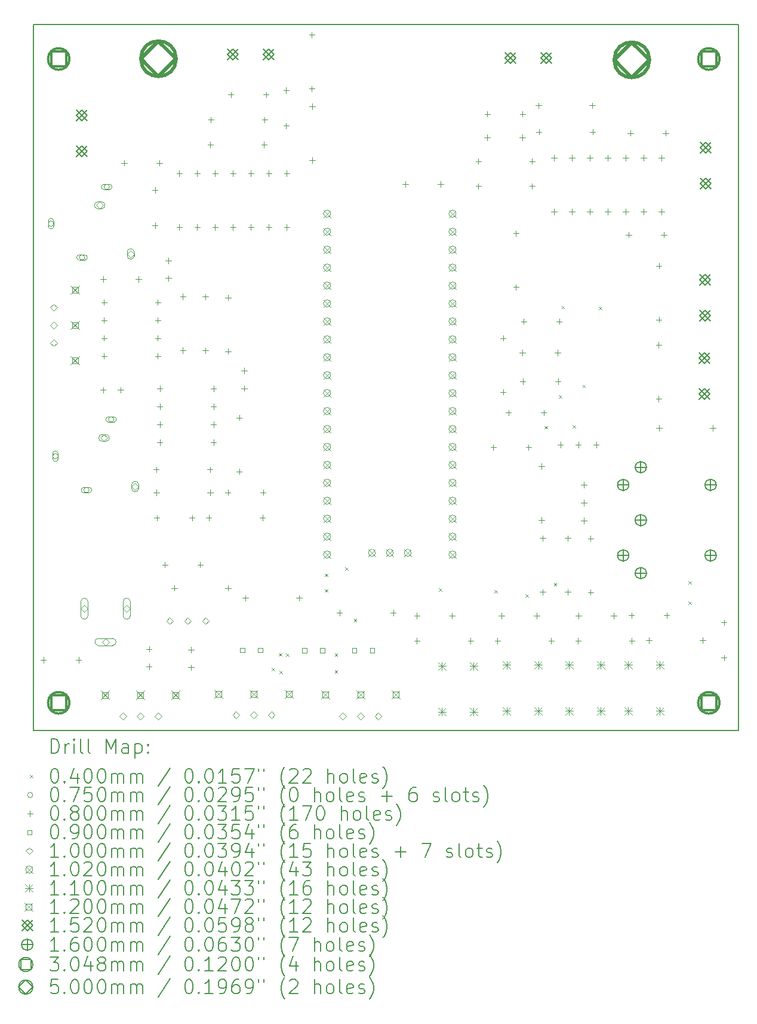
<source format=gbr>
%TF.GenerationSoftware,KiCad,Pcbnew,7.0.11+dfsg-1build4*%
%TF.CreationDate,2025-01-10T21:05:47-06:00*%
%TF.ProjectId,MCTheremin,4d435468-6572-4656-9d69-6e2e6b696361,rev?*%
%TF.SameCoordinates,Original*%
%TF.FileFunction,Drillmap*%
%TF.FilePolarity,Positive*%
%FSLAX45Y45*%
G04 Gerber Fmt 4.5, Leading zero omitted, Abs format (unit mm)*
G04 Created by KiCad (PCBNEW 7.0.11+dfsg-1build4) date 2025-01-10 21:05:47*
%MOMM*%
%LPD*%
G01*
G04 APERTURE LIST*
%ADD10C,0.150000*%
%ADD11C,0.200000*%
%ADD12C,0.100000*%
%ADD13C,0.102000*%
%ADD14C,0.110000*%
%ADD15C,0.120000*%
%ADD16C,0.152000*%
%ADD17C,0.160000*%
%ADD18C,0.304800*%
%ADD19C,0.500000*%
G04 APERTURE END LIST*
D10*
X5000000Y-15000000D02*
X5000000Y-5000000D01*
X15000000Y-15000000D02*
X5000000Y-15000000D01*
X5000000Y-5000000D02*
X15000000Y-5000000D01*
X15000000Y-5000000D02*
X15000000Y-15000000D01*
D11*
D12*
X8383000Y-14112300D02*
X8423000Y-14152300D01*
X8423000Y-14112300D02*
X8383000Y-14152300D01*
X8480000Y-13903300D02*
X8520000Y-13943300D01*
X8520000Y-13903300D02*
X8480000Y-13943300D01*
X8488000Y-14152300D02*
X8528000Y-14192300D01*
X8528000Y-14152300D02*
X8488000Y-14192300D01*
X8583000Y-13909300D02*
X8623000Y-13949300D01*
X8623000Y-13909300D02*
X8583000Y-13949300D01*
X9135000Y-12776300D02*
X9175000Y-12816300D01*
X9175000Y-12776300D02*
X9135000Y-12816300D01*
X9135000Y-12995300D02*
X9175000Y-13035300D01*
X9175000Y-12995300D02*
X9135000Y-13035300D01*
X9273000Y-13907300D02*
X9313000Y-13947300D01*
X9313000Y-13907300D02*
X9273000Y-13947300D01*
X9273000Y-14141300D02*
X9313000Y-14181300D01*
X9313000Y-14141300D02*
X9273000Y-14181300D01*
X9422000Y-12689300D02*
X9462000Y-12729300D01*
X9462000Y-12689300D02*
X9422000Y-12729300D01*
X9545000Y-13415300D02*
X9585000Y-13455300D01*
X9585000Y-13415300D02*
X9545000Y-13455300D01*
X10750000Y-12982300D02*
X10790000Y-13022300D01*
X10790000Y-12982300D02*
X10750000Y-13022300D01*
X11541000Y-13009300D02*
X11581000Y-13049300D01*
X11581000Y-13009300D02*
X11541000Y-13049300D01*
X11977000Y-13067300D02*
X12017000Y-13107300D01*
X12017000Y-13067300D02*
X11977000Y-13107300D01*
X12248000Y-10684300D02*
X12288000Y-10724300D01*
X12288000Y-10684300D02*
X12248000Y-10724300D01*
X12380000Y-12909300D02*
X12420000Y-12949300D01*
X12420000Y-12909300D02*
X12380000Y-12949300D01*
X12450000Y-10247300D02*
X12490000Y-10287300D01*
X12490000Y-10247300D02*
X12450000Y-10287300D01*
X12491000Y-8983300D02*
X12531000Y-9023300D01*
X12531000Y-8983300D02*
X12491000Y-9023300D01*
X12646000Y-10671300D02*
X12686000Y-10711300D01*
X12686000Y-10671300D02*
X12646000Y-10711300D01*
X12788000Y-10101300D02*
X12828000Y-10141300D01*
X12828000Y-10101300D02*
X12788000Y-10141300D01*
X13021000Y-8997300D02*
X13061000Y-9037300D01*
X13061000Y-8997300D02*
X13021000Y-9037300D01*
X14287000Y-13168300D02*
X14327000Y-13208300D01*
X14327000Y-13168300D02*
X14287000Y-13208300D01*
X14289000Y-12882300D02*
X14329000Y-12922300D01*
X14329000Y-12882300D02*
X14289000Y-12922300D01*
X5287500Y-7818300D02*
G75*
G03*
X5212500Y-7818300I-37500J0D01*
G01*
X5212500Y-7818300D02*
G75*
G03*
X5287500Y-7818300I37500J0D01*
G01*
X5287500Y-7855800D02*
X5287500Y-7780800D01*
X5287500Y-7780800D02*
G75*
G03*
X5212500Y-7780800I-37500J0D01*
G01*
X5212500Y-7780800D02*
X5212500Y-7855800D01*
X5212500Y-7855800D02*
G75*
G03*
X5287500Y-7855800I37500J0D01*
G01*
X5350500Y-11112300D02*
G75*
G03*
X5275500Y-11112300I-37500J0D01*
G01*
X5275500Y-11112300D02*
G75*
G03*
X5350500Y-11112300I37500J0D01*
G01*
X5350500Y-11149800D02*
X5350500Y-11074800D01*
X5350500Y-11074800D02*
G75*
G03*
X5275500Y-11074800I-37500J0D01*
G01*
X5275500Y-11074800D02*
X5275500Y-11149800D01*
X5275500Y-11149800D02*
G75*
G03*
X5350500Y-11149800I37500J0D01*
G01*
X5727500Y-8298300D02*
G75*
G03*
X5652500Y-8298300I-37500J0D01*
G01*
X5652500Y-8298300D02*
G75*
G03*
X5727500Y-8298300I37500J0D01*
G01*
X5652500Y-8335800D02*
X5727500Y-8335800D01*
X5727500Y-8335800D02*
G75*
G03*
X5727500Y-8260800I0J37500D01*
G01*
X5727500Y-8260800D02*
X5652500Y-8260800D01*
X5652500Y-8260800D02*
G75*
G03*
X5652500Y-8335800I0J-37500D01*
G01*
X5790500Y-11592300D02*
G75*
G03*
X5715500Y-11592300I-37500J0D01*
G01*
X5715500Y-11592300D02*
G75*
G03*
X5790500Y-11592300I37500J0D01*
G01*
X5715500Y-11629800D02*
X5790500Y-11629800D01*
X5790500Y-11629800D02*
G75*
G03*
X5790500Y-11554800I0J37500D01*
G01*
X5790500Y-11554800D02*
X5715500Y-11554800D01*
X5715500Y-11554800D02*
G75*
G03*
X5715500Y-11629800I0J-37500D01*
G01*
X6077500Y-7298300D02*
G75*
G03*
X6002500Y-7298300I-37500J0D01*
G01*
X6002500Y-7298300D02*
G75*
G03*
X6077500Y-7298300I37500J0D01*
G01*
X6002500Y-7335800D02*
X6077500Y-7335800D01*
X6077500Y-7335800D02*
G75*
G03*
X6077500Y-7260800I0J37500D01*
G01*
X6077500Y-7260800D02*
X6002500Y-7260800D01*
X6002500Y-7260800D02*
G75*
G03*
X6002500Y-7335800I0J-37500D01*
G01*
X6140500Y-10592300D02*
G75*
G03*
X6065500Y-10592300I-37500J0D01*
G01*
X6065500Y-10592300D02*
G75*
G03*
X6140500Y-10592300I37500J0D01*
G01*
X6065500Y-10629800D02*
X6140500Y-10629800D01*
X6140500Y-10629800D02*
G75*
G03*
X6140500Y-10554800I0J37500D01*
G01*
X6140500Y-10554800D02*
X6065500Y-10554800D01*
X6065500Y-10554800D02*
G75*
G03*
X6065500Y-10629800I0J-37500D01*
G01*
X5141000Y-13957300D02*
X5141000Y-14037300D01*
X5101000Y-13997300D02*
X5181000Y-13997300D01*
X5641000Y-13957300D02*
X5641000Y-14037300D01*
X5601000Y-13997300D02*
X5681000Y-13997300D01*
X5988000Y-10135300D02*
X5988000Y-10215300D01*
X5948000Y-10175300D02*
X6028000Y-10175300D01*
X5991000Y-8566300D02*
X5991000Y-8646300D01*
X5951000Y-8606300D02*
X6031000Y-8606300D01*
X6002000Y-8891300D02*
X6002000Y-8971300D01*
X5962000Y-8931300D02*
X6042000Y-8931300D01*
X6002000Y-9145300D02*
X6002000Y-9225300D01*
X5962000Y-9185300D02*
X6042000Y-9185300D01*
X6002000Y-9399300D02*
X6002000Y-9479300D01*
X5962000Y-9439300D02*
X6042000Y-9439300D01*
X6002000Y-9653300D02*
X6002000Y-9733300D01*
X5962000Y-9693300D02*
X6042000Y-9693300D01*
X6238000Y-10135300D02*
X6238000Y-10215300D01*
X6198000Y-10175300D02*
X6278000Y-10175300D01*
X6287000Y-6919300D02*
X6287000Y-6999300D01*
X6247000Y-6959300D02*
X6327000Y-6959300D01*
X6491000Y-8566300D02*
X6491000Y-8646300D01*
X6451000Y-8606300D02*
X6531000Y-8606300D01*
X6640000Y-13803300D02*
X6640000Y-13883300D01*
X6600000Y-13843300D02*
X6680000Y-13843300D01*
X6640000Y-14053300D02*
X6640000Y-14133300D01*
X6600000Y-14093300D02*
X6680000Y-14093300D01*
X6726000Y-7303300D02*
X6726000Y-7383300D01*
X6686000Y-7343300D02*
X6766000Y-7343300D01*
X6726000Y-7803300D02*
X6726000Y-7883300D01*
X6686000Y-7843300D02*
X6766000Y-7843300D01*
X6741000Y-11261300D02*
X6741000Y-11341300D01*
X6701000Y-11301300D02*
X6781000Y-11301300D01*
X6744000Y-11589300D02*
X6744000Y-11669300D01*
X6704000Y-11629300D02*
X6784000Y-11629300D01*
X6750000Y-11945300D02*
X6750000Y-12025300D01*
X6710000Y-11985300D02*
X6790000Y-11985300D01*
X6764000Y-8891300D02*
X6764000Y-8971300D01*
X6724000Y-8931300D02*
X6804000Y-8931300D01*
X6764000Y-9145300D02*
X6764000Y-9225300D01*
X6724000Y-9185300D02*
X6804000Y-9185300D01*
X6764000Y-9399300D02*
X6764000Y-9479300D01*
X6724000Y-9439300D02*
X6804000Y-9439300D01*
X6764000Y-9653300D02*
X6764000Y-9733300D01*
X6724000Y-9693300D02*
X6804000Y-9693300D01*
X6787000Y-6919300D02*
X6787000Y-6999300D01*
X6747000Y-6959300D02*
X6827000Y-6959300D01*
X6793000Y-10116300D02*
X6793000Y-10196300D01*
X6753000Y-10156300D02*
X6833000Y-10156300D01*
X6793000Y-10370300D02*
X6793000Y-10450300D01*
X6753000Y-10410300D02*
X6833000Y-10410300D01*
X6793000Y-10624300D02*
X6793000Y-10704300D01*
X6753000Y-10664300D02*
X6833000Y-10664300D01*
X6793000Y-10878300D02*
X6793000Y-10958300D01*
X6753000Y-10918300D02*
X6833000Y-10918300D01*
X6867000Y-12608300D02*
X6867000Y-12688300D01*
X6827000Y-12648300D02*
X6907000Y-12648300D01*
X6914000Y-8301300D02*
X6914000Y-8381300D01*
X6874000Y-8341300D02*
X6954000Y-8341300D01*
X6914000Y-8551300D02*
X6914000Y-8631300D01*
X6874000Y-8591300D02*
X6954000Y-8591300D01*
X6998000Y-12940300D02*
X6998000Y-13020300D01*
X6958000Y-12980300D02*
X7038000Y-12980300D01*
X7068820Y-7066920D02*
X7068820Y-7146920D01*
X7028820Y-7106920D02*
X7108820Y-7106920D01*
X7068820Y-7828920D02*
X7068820Y-7908920D01*
X7028820Y-7868920D02*
X7108820Y-7868920D01*
X7120000Y-8809800D02*
X7120000Y-8889800D01*
X7080000Y-8849800D02*
X7160000Y-8849800D01*
X7120000Y-9571800D02*
X7120000Y-9651800D01*
X7080000Y-9611800D02*
X7160000Y-9611800D01*
X7235000Y-13813300D02*
X7235000Y-13893300D01*
X7195000Y-13853300D02*
X7275000Y-13853300D01*
X7235000Y-14063300D02*
X7235000Y-14143300D01*
X7195000Y-14103300D02*
X7275000Y-14103300D01*
X7250000Y-11945300D02*
X7250000Y-12025300D01*
X7210000Y-11985300D02*
X7290000Y-11985300D01*
X7322820Y-7066920D02*
X7322820Y-7146920D01*
X7282820Y-7106920D02*
X7362820Y-7106920D01*
X7322820Y-7828920D02*
X7322820Y-7908920D01*
X7282820Y-7868920D02*
X7362820Y-7868920D01*
X7367000Y-12608300D02*
X7367000Y-12688300D01*
X7327000Y-12648300D02*
X7407000Y-12648300D01*
X7439000Y-8814300D02*
X7439000Y-8894300D01*
X7399000Y-8854300D02*
X7479000Y-8854300D01*
X7439000Y-9576300D02*
X7439000Y-9656300D01*
X7399000Y-9616300D02*
X7479000Y-9616300D01*
X7487000Y-11944300D02*
X7487000Y-12024300D01*
X7447000Y-11984300D02*
X7527000Y-11984300D01*
X7503000Y-11261300D02*
X7503000Y-11341300D01*
X7463000Y-11301300D02*
X7543000Y-11301300D01*
X7506000Y-11589300D02*
X7506000Y-11669300D01*
X7466000Y-11629300D02*
X7546000Y-11629300D01*
X7511000Y-6659300D02*
X7511000Y-6739300D01*
X7471000Y-6699300D02*
X7551000Y-6699300D01*
X7519000Y-6308300D02*
X7519000Y-6388300D01*
X7479000Y-6348300D02*
X7559000Y-6348300D01*
X7555000Y-10116300D02*
X7555000Y-10196300D01*
X7515000Y-10156300D02*
X7595000Y-10156300D01*
X7555000Y-10370300D02*
X7555000Y-10450300D01*
X7515000Y-10410300D02*
X7595000Y-10410300D01*
X7555000Y-10624300D02*
X7555000Y-10704300D01*
X7515000Y-10664300D02*
X7595000Y-10664300D01*
X7555000Y-10878300D02*
X7555000Y-10958300D01*
X7515000Y-10918300D02*
X7595000Y-10918300D01*
X7576820Y-7066920D02*
X7576820Y-7146920D01*
X7536820Y-7106920D02*
X7616820Y-7106920D01*
X7576820Y-7828920D02*
X7576820Y-7908920D01*
X7536820Y-7868920D02*
X7616820Y-7868920D01*
X7757000Y-11585300D02*
X7757000Y-11665300D01*
X7717000Y-11625300D02*
X7797000Y-11625300D01*
X7760000Y-12940300D02*
X7760000Y-13020300D01*
X7720000Y-12980300D02*
X7800000Y-12980300D01*
X7761000Y-8825300D02*
X7761000Y-8905300D01*
X7721000Y-8865300D02*
X7801000Y-8865300D01*
X7761000Y-9587300D02*
X7761000Y-9667300D01*
X7721000Y-9627300D02*
X7801000Y-9627300D01*
X7800000Y-5952300D02*
X7800000Y-6032300D01*
X7760000Y-5992300D02*
X7840000Y-5992300D01*
X7830820Y-7066920D02*
X7830820Y-7146920D01*
X7790820Y-7106920D02*
X7870820Y-7106920D01*
X7830820Y-7828920D02*
X7830820Y-7908920D01*
X7790820Y-7868920D02*
X7870820Y-7868920D01*
X7920000Y-10525300D02*
X7920000Y-10605300D01*
X7880000Y-10565300D02*
X7960000Y-10565300D01*
X7920000Y-11287300D02*
X7920000Y-11367300D01*
X7880000Y-11327300D02*
X7960000Y-11327300D01*
X7990000Y-9862300D02*
X7990000Y-9942300D01*
X7950000Y-9902300D02*
X8030000Y-9902300D01*
X7990000Y-10112300D02*
X7990000Y-10192300D01*
X7950000Y-10152300D02*
X8030000Y-10152300D01*
X8007000Y-13080300D02*
X8007000Y-13160300D01*
X7967000Y-13120300D02*
X8047000Y-13120300D01*
X8084820Y-7066920D02*
X8084820Y-7146920D01*
X8044820Y-7106920D02*
X8124820Y-7106920D01*
X8084820Y-7828920D02*
X8084820Y-7908920D01*
X8044820Y-7868920D02*
X8124820Y-7868920D01*
X8249000Y-11944300D02*
X8249000Y-12024300D01*
X8209000Y-11984300D02*
X8289000Y-11984300D01*
X8257000Y-11585300D02*
X8257000Y-11665300D01*
X8217000Y-11625300D02*
X8297000Y-11625300D01*
X8273000Y-6659300D02*
X8273000Y-6739300D01*
X8233000Y-6699300D02*
X8313000Y-6699300D01*
X8281000Y-6308300D02*
X8281000Y-6388300D01*
X8241000Y-6348300D02*
X8321000Y-6348300D01*
X8300000Y-5952300D02*
X8300000Y-6032300D01*
X8260000Y-5992300D02*
X8340000Y-5992300D01*
X8338820Y-7066920D02*
X8338820Y-7146920D01*
X8298820Y-7106920D02*
X8378820Y-7106920D01*
X8338820Y-7828920D02*
X8338820Y-7908920D01*
X8298820Y-7868920D02*
X8378820Y-7868920D01*
X8586000Y-5891300D02*
X8586000Y-5971300D01*
X8546000Y-5931300D02*
X8626000Y-5931300D01*
X8586000Y-6391300D02*
X8586000Y-6471300D01*
X8546000Y-6431300D02*
X8626000Y-6431300D01*
X8592820Y-7066920D02*
X8592820Y-7146920D01*
X8552820Y-7106920D02*
X8632820Y-7106920D01*
X8592820Y-7828920D02*
X8592820Y-7908920D01*
X8552820Y-7868920D02*
X8632820Y-7868920D01*
X8769000Y-13080300D02*
X8769000Y-13160300D01*
X8729000Y-13120300D02*
X8809000Y-13120300D01*
X8950000Y-5105300D02*
X8950000Y-5185300D01*
X8910000Y-5145300D02*
X8990000Y-5145300D01*
X8950000Y-5867300D02*
X8950000Y-5947300D01*
X8910000Y-5907300D02*
X8990000Y-5907300D01*
X8956000Y-6118300D02*
X8956000Y-6198300D01*
X8916000Y-6158300D02*
X8996000Y-6158300D01*
X8956000Y-6880300D02*
X8956000Y-6960300D01*
X8916000Y-6920300D02*
X8996000Y-6920300D01*
X9341000Y-13291300D02*
X9341000Y-13371300D01*
X9301000Y-13331300D02*
X9381000Y-13331300D01*
X10103000Y-13291300D02*
X10103000Y-13371300D01*
X10063000Y-13331300D02*
X10143000Y-13331300D01*
X10275000Y-7220300D02*
X10275000Y-7300300D01*
X10235000Y-7260300D02*
X10315000Y-7260300D01*
X10439400Y-13333100D02*
X10439400Y-13413100D01*
X10399400Y-13373100D02*
X10479400Y-13373100D01*
X10439400Y-13688700D02*
X10439400Y-13768700D01*
X10399400Y-13728700D02*
X10479400Y-13728700D01*
X10775000Y-7220300D02*
X10775000Y-7300300D01*
X10735000Y-7260300D02*
X10815000Y-7260300D01*
X10939400Y-13333100D02*
X10939400Y-13413100D01*
X10899400Y-13373100D02*
X10979400Y-13373100D01*
X11201400Y-13688700D02*
X11201400Y-13768700D01*
X11161400Y-13728700D02*
X11241400Y-13728700D01*
X11312000Y-6895300D02*
X11312000Y-6975300D01*
X11272000Y-6935300D02*
X11352000Y-6935300D01*
X11312000Y-7246300D02*
X11312000Y-7326300D01*
X11272000Y-7286300D02*
X11352000Y-7286300D01*
X11436000Y-6558300D02*
X11436000Y-6638300D01*
X11396000Y-6598300D02*
X11476000Y-6598300D01*
X11438000Y-6224300D02*
X11438000Y-6304300D01*
X11398000Y-6264300D02*
X11478000Y-6264300D01*
X11523000Y-10948300D02*
X11523000Y-11028300D01*
X11483000Y-10988300D02*
X11563000Y-10988300D01*
X11582400Y-13688700D02*
X11582400Y-13768700D01*
X11542400Y-13728700D02*
X11622400Y-13728700D01*
X11637200Y-13333100D02*
X11637200Y-13413100D01*
X11597200Y-13373100D02*
X11677200Y-13373100D01*
X11660000Y-9399300D02*
X11660000Y-9479300D01*
X11620000Y-9439300D02*
X11700000Y-9439300D01*
X11660000Y-10161300D02*
X11660000Y-10241300D01*
X11620000Y-10201300D02*
X11700000Y-10201300D01*
X11737000Y-10456300D02*
X11737000Y-10536300D01*
X11697000Y-10496300D02*
X11777000Y-10496300D01*
X11846000Y-7916300D02*
X11846000Y-7996300D01*
X11806000Y-7956300D02*
X11886000Y-7956300D01*
X11846000Y-8678300D02*
X11846000Y-8758300D01*
X11806000Y-8718300D02*
X11886000Y-8718300D01*
X11935000Y-9607300D02*
X11935000Y-9687300D01*
X11895000Y-9647300D02*
X11975000Y-9647300D01*
X11936000Y-6558300D02*
X11936000Y-6638300D01*
X11896000Y-6598300D02*
X11976000Y-6598300D01*
X11938000Y-6224300D02*
X11938000Y-6304300D01*
X11898000Y-6264300D02*
X11978000Y-6264300D01*
X11940000Y-10014300D02*
X11940000Y-10094300D01*
X11900000Y-10054300D02*
X11980000Y-10054300D01*
X11956000Y-9162300D02*
X11956000Y-9242300D01*
X11916000Y-9202300D02*
X11996000Y-9202300D01*
X12023000Y-10948300D02*
X12023000Y-11028300D01*
X11983000Y-10988300D02*
X12063000Y-10988300D01*
X12074000Y-6895300D02*
X12074000Y-6975300D01*
X12034000Y-6935300D02*
X12114000Y-6935300D01*
X12074000Y-7246300D02*
X12074000Y-7326300D01*
X12034000Y-7286300D02*
X12114000Y-7286300D01*
X12137200Y-13333100D02*
X12137200Y-13413100D01*
X12097200Y-13373100D02*
X12177200Y-13373100D01*
X12163000Y-6104300D02*
X12163000Y-6184300D01*
X12123000Y-6144300D02*
X12203000Y-6144300D01*
X12169000Y-6478300D02*
X12169000Y-6558300D01*
X12129000Y-6518300D02*
X12209000Y-6518300D01*
X12206000Y-11215300D02*
X12206000Y-11295300D01*
X12166000Y-11255300D02*
X12246000Y-11255300D01*
X12206000Y-11977300D02*
X12206000Y-12057300D01*
X12166000Y-12017300D02*
X12246000Y-12017300D01*
X12224000Y-12233300D02*
X12224000Y-12313300D01*
X12184000Y-12273300D02*
X12264000Y-12273300D01*
X12224000Y-12995300D02*
X12224000Y-13075300D01*
X12184000Y-13035300D02*
X12264000Y-13035300D01*
X12237000Y-10456300D02*
X12237000Y-10536300D01*
X12197000Y-10496300D02*
X12277000Y-10496300D01*
X12344400Y-13688700D02*
X12344400Y-13768700D01*
X12304400Y-13728700D02*
X12384400Y-13728700D01*
X12384000Y-6847300D02*
X12384000Y-6927300D01*
X12344000Y-6887300D02*
X12424000Y-6887300D01*
X12384000Y-7609300D02*
X12384000Y-7689300D01*
X12344000Y-7649300D02*
X12424000Y-7649300D01*
X12435000Y-9607300D02*
X12435000Y-9687300D01*
X12395000Y-9647300D02*
X12475000Y-9647300D01*
X12440000Y-10014300D02*
X12440000Y-10094300D01*
X12400000Y-10054300D02*
X12480000Y-10054300D01*
X12456000Y-9162300D02*
X12456000Y-9242300D01*
X12416000Y-9202300D02*
X12496000Y-9202300D01*
X12475000Y-10912300D02*
X12475000Y-10992300D01*
X12435000Y-10952300D02*
X12515000Y-10952300D01*
X12580000Y-12233300D02*
X12580000Y-12313300D01*
X12540000Y-12273300D02*
X12620000Y-12273300D01*
X12580000Y-12995300D02*
X12580000Y-13075300D01*
X12540000Y-13035300D02*
X12620000Y-13035300D01*
X12638000Y-6847300D02*
X12638000Y-6927300D01*
X12598000Y-6887300D02*
X12678000Y-6887300D01*
X12638000Y-7609300D02*
X12638000Y-7689300D01*
X12598000Y-7649300D02*
X12678000Y-7649300D01*
X12725400Y-13688700D02*
X12725400Y-13768700D01*
X12685400Y-13728700D02*
X12765400Y-13728700D01*
X12729000Y-10912300D02*
X12729000Y-10992300D01*
X12689000Y-10952300D02*
X12769000Y-10952300D01*
X12729400Y-13333100D02*
X12729400Y-13413100D01*
X12689400Y-13373100D02*
X12769400Y-13373100D01*
X12809000Y-11479300D02*
X12809000Y-11559300D01*
X12769000Y-11519300D02*
X12849000Y-11519300D01*
X12809000Y-11733300D02*
X12809000Y-11813300D01*
X12769000Y-11773300D02*
X12849000Y-11773300D01*
X12809000Y-11987300D02*
X12809000Y-12067300D01*
X12769000Y-12027300D02*
X12849000Y-12027300D01*
X12892000Y-6847300D02*
X12892000Y-6927300D01*
X12852000Y-6887300D02*
X12932000Y-6887300D01*
X12892000Y-7609300D02*
X12892000Y-7689300D01*
X12852000Y-7649300D02*
X12932000Y-7649300D01*
X12904000Y-12237300D02*
X12904000Y-12317300D01*
X12864000Y-12277300D02*
X12944000Y-12277300D01*
X12904000Y-12999300D02*
X12904000Y-13079300D01*
X12864000Y-13039300D02*
X12944000Y-13039300D01*
X12925000Y-6104300D02*
X12925000Y-6184300D01*
X12885000Y-6144300D02*
X12965000Y-6144300D01*
X12931000Y-6478300D02*
X12931000Y-6558300D01*
X12891000Y-6518300D02*
X12971000Y-6518300D01*
X12983000Y-10912300D02*
X12983000Y-10992300D01*
X12943000Y-10952300D02*
X13023000Y-10952300D01*
X13146000Y-6847300D02*
X13146000Y-6927300D01*
X13106000Y-6887300D02*
X13186000Y-6887300D01*
X13146000Y-7609300D02*
X13146000Y-7689300D01*
X13106000Y-7649300D02*
X13186000Y-7649300D01*
X13229400Y-13333100D02*
X13229400Y-13413100D01*
X13189400Y-13373100D02*
X13269400Y-13373100D01*
X13400000Y-6847300D02*
X13400000Y-6927300D01*
X13360000Y-6887300D02*
X13440000Y-6887300D01*
X13400000Y-7609300D02*
X13400000Y-7689300D01*
X13360000Y-7649300D02*
X13440000Y-7649300D01*
X13443000Y-7936300D02*
X13443000Y-8016300D01*
X13403000Y-7976300D02*
X13483000Y-7976300D01*
X13466000Y-6497300D02*
X13466000Y-6577300D01*
X13426000Y-6537300D02*
X13506000Y-6537300D01*
X13481000Y-13326300D02*
X13481000Y-13406300D01*
X13441000Y-13366300D02*
X13521000Y-13366300D01*
X13487400Y-13688700D02*
X13487400Y-13768700D01*
X13447400Y-13728700D02*
X13527400Y-13728700D01*
X13654000Y-6847300D02*
X13654000Y-6927300D01*
X13614000Y-6887300D02*
X13694000Y-6887300D01*
X13654000Y-7609300D02*
X13654000Y-7689300D01*
X13614000Y-7649300D02*
X13694000Y-7649300D01*
X13731000Y-13679300D02*
X13731000Y-13759300D01*
X13691000Y-13719300D02*
X13771000Y-13719300D01*
X13869000Y-9495300D02*
X13869000Y-9575300D01*
X13829000Y-9535300D02*
X13909000Y-9535300D01*
X13869000Y-10257300D02*
X13869000Y-10337300D01*
X13829000Y-10297300D02*
X13909000Y-10297300D01*
X13872000Y-8376300D02*
X13872000Y-8456300D01*
X13832000Y-8416300D02*
X13912000Y-8416300D01*
X13872000Y-9138300D02*
X13872000Y-9218300D01*
X13832000Y-9178300D02*
X13912000Y-9178300D01*
X13874000Y-10674300D02*
X13874000Y-10754300D01*
X13834000Y-10714300D02*
X13914000Y-10714300D01*
X13908000Y-6847300D02*
X13908000Y-6927300D01*
X13868000Y-6887300D02*
X13948000Y-6887300D01*
X13908000Y-7609300D02*
X13908000Y-7689300D01*
X13868000Y-7649300D02*
X13948000Y-7649300D01*
X13943000Y-7936300D02*
X13943000Y-8016300D01*
X13903000Y-7976300D02*
X13983000Y-7976300D01*
X13966000Y-6497300D02*
X13966000Y-6577300D01*
X13926000Y-6537300D02*
X14006000Y-6537300D01*
X13981000Y-13326300D02*
X13981000Y-13406300D01*
X13941000Y-13366300D02*
X14021000Y-13366300D01*
X14493000Y-13679300D02*
X14493000Y-13759300D01*
X14453000Y-13719300D02*
X14533000Y-13719300D01*
X14636000Y-10674300D02*
X14636000Y-10754300D01*
X14596000Y-10714300D02*
X14676000Y-10714300D01*
X14793000Y-13427300D02*
X14793000Y-13507300D01*
X14753000Y-13467300D02*
X14833000Y-13467300D01*
X14793000Y-13927300D02*
X14793000Y-14007300D01*
X14753000Y-13967300D02*
X14833000Y-13967300D01*
X7994820Y-13889120D02*
X7994820Y-13825480D01*
X7931180Y-13825480D01*
X7931180Y-13889120D01*
X7994820Y-13889120D01*
X8248820Y-13889120D02*
X8248820Y-13825480D01*
X8185180Y-13825480D01*
X8185180Y-13889120D01*
X8248820Y-13889120D01*
X8874820Y-13893120D02*
X8874820Y-13829480D01*
X8811180Y-13829480D01*
X8811180Y-13893120D01*
X8874820Y-13893120D01*
X9128820Y-13893120D02*
X9128820Y-13829480D01*
X9065180Y-13829480D01*
X9065180Y-13893120D01*
X9128820Y-13893120D01*
X9584820Y-13895120D02*
X9584820Y-13831480D01*
X9521180Y-13831480D01*
X9521180Y-13895120D01*
X9584820Y-13895120D01*
X9838820Y-13895120D02*
X9838820Y-13831480D01*
X9775180Y-13831480D01*
X9775180Y-13895120D01*
X9838820Y-13895120D01*
X5290000Y-9057300D02*
X5340000Y-9007300D01*
X5290000Y-8957300D01*
X5240000Y-9007300D01*
X5290000Y-9057300D01*
X5290000Y-9307300D02*
X5340000Y-9257300D01*
X5290000Y-9207300D01*
X5240000Y-9257300D01*
X5290000Y-9307300D01*
X5290000Y-9557300D02*
X5340000Y-9507300D01*
X5290000Y-9457300D01*
X5240000Y-9507300D01*
X5290000Y-9557300D01*
X5723000Y-13323300D02*
X5773000Y-13273300D01*
X5723000Y-13223300D01*
X5673000Y-13273300D01*
X5723000Y-13323300D01*
X5673000Y-13173300D02*
X5673000Y-13373300D01*
X5673000Y-13373300D02*
G75*
G03*
X5773000Y-13373300I50000J0D01*
G01*
X5773000Y-13373300D02*
X5773000Y-13173300D01*
X5773000Y-13173300D02*
G75*
G03*
X5673000Y-13173300I-50000J0D01*
G01*
X5940000Y-7608300D02*
X5990000Y-7558300D01*
X5940000Y-7508300D01*
X5890000Y-7558300D01*
X5940000Y-7608300D01*
X5915000Y-7608300D02*
X5965000Y-7608300D01*
X5965000Y-7608300D02*
G75*
G03*
X5965000Y-7508300I0J50000D01*
G01*
X5965000Y-7508300D02*
X5915000Y-7508300D01*
X5915000Y-7508300D02*
G75*
G03*
X5915000Y-7608300I0J-50000D01*
G01*
X6003000Y-10902300D02*
X6053000Y-10852300D01*
X6003000Y-10802300D01*
X5953000Y-10852300D01*
X6003000Y-10902300D01*
X5978000Y-10902300D02*
X6028000Y-10902300D01*
X6028000Y-10902300D02*
G75*
G03*
X6028000Y-10802300I0J50000D01*
G01*
X6028000Y-10802300D02*
X5978000Y-10802300D01*
X5978000Y-10802300D02*
G75*
G03*
X5978000Y-10902300I0J-50000D01*
G01*
X6023000Y-13793300D02*
X6073000Y-13743300D01*
X6023000Y-13693300D01*
X5973000Y-13743300D01*
X6023000Y-13793300D01*
X5923000Y-13793300D02*
X6123000Y-13793300D01*
X6123000Y-13793300D02*
G75*
G03*
X6123000Y-13693300I0J50000D01*
G01*
X6123000Y-13693300D02*
X5923000Y-13693300D01*
X5923000Y-13693300D02*
G75*
G03*
X5923000Y-13793300I0J-50000D01*
G01*
X6269000Y-14844300D02*
X6319000Y-14794300D01*
X6269000Y-14744300D01*
X6219000Y-14794300D01*
X6269000Y-14844300D01*
X6323000Y-13323300D02*
X6373000Y-13273300D01*
X6323000Y-13223300D01*
X6273000Y-13273300D01*
X6323000Y-13323300D01*
X6273000Y-13173300D02*
X6273000Y-13373300D01*
X6273000Y-13373300D02*
G75*
G03*
X6373000Y-13373300I50000J0D01*
G01*
X6373000Y-13373300D02*
X6373000Y-13173300D01*
X6373000Y-13173300D02*
G75*
G03*
X6273000Y-13173300I-50000J0D01*
G01*
X6380000Y-8298300D02*
X6430000Y-8248300D01*
X6380000Y-8198300D01*
X6330000Y-8248300D01*
X6380000Y-8298300D01*
X6430000Y-8273300D02*
X6430000Y-8223300D01*
X6430000Y-8223300D02*
G75*
G03*
X6330000Y-8223300I-50000J0D01*
G01*
X6330000Y-8223300D02*
X6330000Y-8273300D01*
X6330000Y-8273300D02*
G75*
G03*
X6430000Y-8273300I50000J0D01*
G01*
X6443000Y-11592300D02*
X6493000Y-11542300D01*
X6443000Y-11492300D01*
X6393000Y-11542300D01*
X6443000Y-11592300D01*
X6493000Y-11567300D02*
X6493000Y-11517300D01*
X6493000Y-11517300D02*
G75*
G03*
X6393000Y-11517300I-50000J0D01*
G01*
X6393000Y-11517300D02*
X6393000Y-11567300D01*
X6393000Y-11567300D02*
G75*
G03*
X6493000Y-11567300I50000J0D01*
G01*
X6519000Y-14844300D02*
X6569000Y-14794300D01*
X6519000Y-14744300D01*
X6469000Y-14794300D01*
X6519000Y-14844300D01*
X6769000Y-14844300D02*
X6819000Y-14794300D01*
X6769000Y-14744300D01*
X6719000Y-14794300D01*
X6769000Y-14844300D01*
X6935000Y-13494300D02*
X6985000Y-13444300D01*
X6935000Y-13394300D01*
X6885000Y-13444300D01*
X6935000Y-13494300D01*
X7189000Y-13494300D02*
X7239000Y-13444300D01*
X7189000Y-13394300D01*
X7139000Y-13444300D01*
X7189000Y-13494300D01*
X7443000Y-13494300D02*
X7493000Y-13444300D01*
X7443000Y-13394300D01*
X7393000Y-13444300D01*
X7443000Y-13494300D01*
X7875000Y-14829300D02*
X7925000Y-14779300D01*
X7875000Y-14729300D01*
X7825000Y-14779300D01*
X7875000Y-14829300D01*
X8125000Y-14829300D02*
X8175000Y-14779300D01*
X8125000Y-14729300D01*
X8075000Y-14779300D01*
X8125000Y-14829300D01*
X8375000Y-14829300D02*
X8425000Y-14779300D01*
X8375000Y-14729300D01*
X8325000Y-14779300D01*
X8375000Y-14829300D01*
X9390000Y-14842300D02*
X9440000Y-14792300D01*
X9390000Y-14742300D01*
X9340000Y-14792300D01*
X9390000Y-14842300D01*
X9640000Y-14842300D02*
X9690000Y-14792300D01*
X9640000Y-14742300D01*
X9590000Y-14792300D01*
X9640000Y-14842300D01*
X9890000Y-14842300D02*
X9940000Y-14792300D01*
X9890000Y-14742300D01*
X9840000Y-14792300D01*
X9890000Y-14842300D01*
D13*
X9115000Y-7627300D02*
X9217000Y-7729300D01*
X9217000Y-7627300D02*
X9115000Y-7729300D01*
X9217000Y-7678300D02*
G75*
G03*
X9115000Y-7678300I-51000J0D01*
G01*
X9115000Y-7678300D02*
G75*
G03*
X9217000Y-7678300I51000J0D01*
G01*
X9115000Y-7881300D02*
X9217000Y-7983300D01*
X9217000Y-7881300D02*
X9115000Y-7983300D01*
X9217000Y-7932300D02*
G75*
G03*
X9115000Y-7932300I-51000J0D01*
G01*
X9115000Y-7932300D02*
G75*
G03*
X9217000Y-7932300I51000J0D01*
G01*
X9115000Y-8135300D02*
X9217000Y-8237300D01*
X9217000Y-8135300D02*
X9115000Y-8237300D01*
X9217000Y-8186300D02*
G75*
G03*
X9115000Y-8186300I-51000J0D01*
G01*
X9115000Y-8186300D02*
G75*
G03*
X9217000Y-8186300I51000J0D01*
G01*
X9115000Y-8389300D02*
X9217000Y-8491300D01*
X9217000Y-8389300D02*
X9115000Y-8491300D01*
X9217000Y-8440300D02*
G75*
G03*
X9115000Y-8440300I-51000J0D01*
G01*
X9115000Y-8440300D02*
G75*
G03*
X9217000Y-8440300I51000J0D01*
G01*
X9115000Y-8643300D02*
X9217000Y-8745300D01*
X9217000Y-8643300D02*
X9115000Y-8745300D01*
X9217000Y-8694300D02*
G75*
G03*
X9115000Y-8694300I-51000J0D01*
G01*
X9115000Y-8694300D02*
G75*
G03*
X9217000Y-8694300I51000J0D01*
G01*
X9115000Y-8897300D02*
X9217000Y-8999300D01*
X9217000Y-8897300D02*
X9115000Y-8999300D01*
X9217000Y-8948300D02*
G75*
G03*
X9115000Y-8948300I-51000J0D01*
G01*
X9115000Y-8948300D02*
G75*
G03*
X9217000Y-8948300I51000J0D01*
G01*
X9115000Y-9151300D02*
X9217000Y-9253300D01*
X9217000Y-9151300D02*
X9115000Y-9253300D01*
X9217000Y-9202300D02*
G75*
G03*
X9115000Y-9202300I-51000J0D01*
G01*
X9115000Y-9202300D02*
G75*
G03*
X9217000Y-9202300I51000J0D01*
G01*
X9115000Y-9405300D02*
X9217000Y-9507300D01*
X9217000Y-9405300D02*
X9115000Y-9507300D01*
X9217000Y-9456300D02*
G75*
G03*
X9115000Y-9456300I-51000J0D01*
G01*
X9115000Y-9456300D02*
G75*
G03*
X9217000Y-9456300I51000J0D01*
G01*
X9115000Y-9659300D02*
X9217000Y-9761300D01*
X9217000Y-9659300D02*
X9115000Y-9761300D01*
X9217000Y-9710300D02*
G75*
G03*
X9115000Y-9710300I-51000J0D01*
G01*
X9115000Y-9710300D02*
G75*
G03*
X9217000Y-9710300I51000J0D01*
G01*
X9115000Y-9913300D02*
X9217000Y-10015300D01*
X9217000Y-9913300D02*
X9115000Y-10015300D01*
X9217000Y-9964300D02*
G75*
G03*
X9115000Y-9964300I-51000J0D01*
G01*
X9115000Y-9964300D02*
G75*
G03*
X9217000Y-9964300I51000J0D01*
G01*
X9115000Y-10167300D02*
X9217000Y-10269300D01*
X9217000Y-10167300D02*
X9115000Y-10269300D01*
X9217000Y-10218300D02*
G75*
G03*
X9115000Y-10218300I-51000J0D01*
G01*
X9115000Y-10218300D02*
G75*
G03*
X9217000Y-10218300I51000J0D01*
G01*
X9115000Y-10421300D02*
X9217000Y-10523300D01*
X9217000Y-10421300D02*
X9115000Y-10523300D01*
X9217000Y-10472300D02*
G75*
G03*
X9115000Y-10472300I-51000J0D01*
G01*
X9115000Y-10472300D02*
G75*
G03*
X9217000Y-10472300I51000J0D01*
G01*
X9115000Y-10675300D02*
X9217000Y-10777300D01*
X9217000Y-10675300D02*
X9115000Y-10777300D01*
X9217000Y-10726300D02*
G75*
G03*
X9115000Y-10726300I-51000J0D01*
G01*
X9115000Y-10726300D02*
G75*
G03*
X9217000Y-10726300I51000J0D01*
G01*
X9115000Y-10929300D02*
X9217000Y-11031300D01*
X9217000Y-10929300D02*
X9115000Y-11031300D01*
X9217000Y-10980300D02*
G75*
G03*
X9115000Y-10980300I-51000J0D01*
G01*
X9115000Y-10980300D02*
G75*
G03*
X9217000Y-10980300I51000J0D01*
G01*
X9115000Y-11183300D02*
X9217000Y-11285300D01*
X9217000Y-11183300D02*
X9115000Y-11285300D01*
X9217000Y-11234300D02*
G75*
G03*
X9115000Y-11234300I-51000J0D01*
G01*
X9115000Y-11234300D02*
G75*
G03*
X9217000Y-11234300I51000J0D01*
G01*
X9115000Y-11437300D02*
X9217000Y-11539300D01*
X9217000Y-11437300D02*
X9115000Y-11539300D01*
X9217000Y-11488300D02*
G75*
G03*
X9115000Y-11488300I-51000J0D01*
G01*
X9115000Y-11488300D02*
G75*
G03*
X9217000Y-11488300I51000J0D01*
G01*
X9115000Y-11691300D02*
X9217000Y-11793300D01*
X9217000Y-11691300D02*
X9115000Y-11793300D01*
X9217000Y-11742300D02*
G75*
G03*
X9115000Y-11742300I-51000J0D01*
G01*
X9115000Y-11742300D02*
G75*
G03*
X9217000Y-11742300I51000J0D01*
G01*
X9115000Y-11945300D02*
X9217000Y-12047300D01*
X9217000Y-11945300D02*
X9115000Y-12047300D01*
X9217000Y-11996300D02*
G75*
G03*
X9115000Y-11996300I-51000J0D01*
G01*
X9115000Y-11996300D02*
G75*
G03*
X9217000Y-11996300I51000J0D01*
G01*
X9115000Y-12199300D02*
X9217000Y-12301300D01*
X9217000Y-12199300D02*
X9115000Y-12301300D01*
X9217000Y-12250300D02*
G75*
G03*
X9115000Y-12250300I-51000J0D01*
G01*
X9115000Y-12250300D02*
G75*
G03*
X9217000Y-12250300I51000J0D01*
G01*
X9115000Y-12453300D02*
X9217000Y-12555300D01*
X9217000Y-12453300D02*
X9115000Y-12555300D01*
X9217000Y-12504300D02*
G75*
G03*
X9115000Y-12504300I-51000J0D01*
G01*
X9115000Y-12504300D02*
G75*
G03*
X9217000Y-12504300I51000J0D01*
G01*
X9750000Y-12430300D02*
X9852000Y-12532300D01*
X9852000Y-12430300D02*
X9750000Y-12532300D01*
X9852000Y-12481300D02*
G75*
G03*
X9750000Y-12481300I-51000J0D01*
G01*
X9750000Y-12481300D02*
G75*
G03*
X9852000Y-12481300I51000J0D01*
G01*
X10004000Y-12430300D02*
X10106000Y-12532300D01*
X10106000Y-12430300D02*
X10004000Y-12532300D01*
X10106000Y-12481300D02*
G75*
G03*
X10004000Y-12481300I-51000J0D01*
G01*
X10004000Y-12481300D02*
G75*
G03*
X10106000Y-12481300I51000J0D01*
G01*
X10258000Y-12430300D02*
X10360000Y-12532300D01*
X10360000Y-12430300D02*
X10258000Y-12532300D01*
X10360000Y-12481300D02*
G75*
G03*
X10258000Y-12481300I-51000J0D01*
G01*
X10258000Y-12481300D02*
G75*
G03*
X10360000Y-12481300I51000J0D01*
G01*
X10893000Y-7627300D02*
X10995000Y-7729300D01*
X10995000Y-7627300D02*
X10893000Y-7729300D01*
X10995000Y-7678300D02*
G75*
G03*
X10893000Y-7678300I-51000J0D01*
G01*
X10893000Y-7678300D02*
G75*
G03*
X10995000Y-7678300I51000J0D01*
G01*
X10893000Y-7881300D02*
X10995000Y-7983300D01*
X10995000Y-7881300D02*
X10893000Y-7983300D01*
X10995000Y-7932300D02*
G75*
G03*
X10893000Y-7932300I-51000J0D01*
G01*
X10893000Y-7932300D02*
G75*
G03*
X10995000Y-7932300I51000J0D01*
G01*
X10893000Y-8135300D02*
X10995000Y-8237300D01*
X10995000Y-8135300D02*
X10893000Y-8237300D01*
X10995000Y-8186300D02*
G75*
G03*
X10893000Y-8186300I-51000J0D01*
G01*
X10893000Y-8186300D02*
G75*
G03*
X10995000Y-8186300I51000J0D01*
G01*
X10893000Y-8389300D02*
X10995000Y-8491300D01*
X10995000Y-8389300D02*
X10893000Y-8491300D01*
X10995000Y-8440300D02*
G75*
G03*
X10893000Y-8440300I-51000J0D01*
G01*
X10893000Y-8440300D02*
G75*
G03*
X10995000Y-8440300I51000J0D01*
G01*
X10893000Y-8643300D02*
X10995000Y-8745300D01*
X10995000Y-8643300D02*
X10893000Y-8745300D01*
X10995000Y-8694300D02*
G75*
G03*
X10893000Y-8694300I-51000J0D01*
G01*
X10893000Y-8694300D02*
G75*
G03*
X10995000Y-8694300I51000J0D01*
G01*
X10893000Y-8897300D02*
X10995000Y-8999300D01*
X10995000Y-8897300D02*
X10893000Y-8999300D01*
X10995000Y-8948300D02*
G75*
G03*
X10893000Y-8948300I-51000J0D01*
G01*
X10893000Y-8948300D02*
G75*
G03*
X10995000Y-8948300I51000J0D01*
G01*
X10893000Y-9151300D02*
X10995000Y-9253300D01*
X10995000Y-9151300D02*
X10893000Y-9253300D01*
X10995000Y-9202300D02*
G75*
G03*
X10893000Y-9202300I-51000J0D01*
G01*
X10893000Y-9202300D02*
G75*
G03*
X10995000Y-9202300I51000J0D01*
G01*
X10893000Y-9405300D02*
X10995000Y-9507300D01*
X10995000Y-9405300D02*
X10893000Y-9507300D01*
X10995000Y-9456300D02*
G75*
G03*
X10893000Y-9456300I-51000J0D01*
G01*
X10893000Y-9456300D02*
G75*
G03*
X10995000Y-9456300I51000J0D01*
G01*
X10893000Y-9659300D02*
X10995000Y-9761300D01*
X10995000Y-9659300D02*
X10893000Y-9761300D01*
X10995000Y-9710300D02*
G75*
G03*
X10893000Y-9710300I-51000J0D01*
G01*
X10893000Y-9710300D02*
G75*
G03*
X10995000Y-9710300I51000J0D01*
G01*
X10893000Y-9913300D02*
X10995000Y-10015300D01*
X10995000Y-9913300D02*
X10893000Y-10015300D01*
X10995000Y-9964300D02*
G75*
G03*
X10893000Y-9964300I-51000J0D01*
G01*
X10893000Y-9964300D02*
G75*
G03*
X10995000Y-9964300I51000J0D01*
G01*
X10893000Y-10167300D02*
X10995000Y-10269300D01*
X10995000Y-10167300D02*
X10893000Y-10269300D01*
X10995000Y-10218300D02*
G75*
G03*
X10893000Y-10218300I-51000J0D01*
G01*
X10893000Y-10218300D02*
G75*
G03*
X10995000Y-10218300I51000J0D01*
G01*
X10893000Y-10421300D02*
X10995000Y-10523300D01*
X10995000Y-10421300D02*
X10893000Y-10523300D01*
X10995000Y-10472300D02*
G75*
G03*
X10893000Y-10472300I-51000J0D01*
G01*
X10893000Y-10472300D02*
G75*
G03*
X10995000Y-10472300I51000J0D01*
G01*
X10893000Y-10675300D02*
X10995000Y-10777300D01*
X10995000Y-10675300D02*
X10893000Y-10777300D01*
X10995000Y-10726300D02*
G75*
G03*
X10893000Y-10726300I-51000J0D01*
G01*
X10893000Y-10726300D02*
G75*
G03*
X10995000Y-10726300I51000J0D01*
G01*
X10893000Y-10929300D02*
X10995000Y-11031300D01*
X10995000Y-10929300D02*
X10893000Y-11031300D01*
X10995000Y-10980300D02*
G75*
G03*
X10893000Y-10980300I-51000J0D01*
G01*
X10893000Y-10980300D02*
G75*
G03*
X10995000Y-10980300I51000J0D01*
G01*
X10893000Y-11183300D02*
X10995000Y-11285300D01*
X10995000Y-11183300D02*
X10893000Y-11285300D01*
X10995000Y-11234300D02*
G75*
G03*
X10893000Y-11234300I-51000J0D01*
G01*
X10893000Y-11234300D02*
G75*
G03*
X10995000Y-11234300I51000J0D01*
G01*
X10893000Y-11437300D02*
X10995000Y-11539300D01*
X10995000Y-11437300D02*
X10893000Y-11539300D01*
X10995000Y-11488300D02*
G75*
G03*
X10893000Y-11488300I-51000J0D01*
G01*
X10893000Y-11488300D02*
G75*
G03*
X10995000Y-11488300I51000J0D01*
G01*
X10893000Y-11691300D02*
X10995000Y-11793300D01*
X10995000Y-11691300D02*
X10893000Y-11793300D01*
X10995000Y-11742300D02*
G75*
G03*
X10893000Y-11742300I-51000J0D01*
G01*
X10893000Y-11742300D02*
G75*
G03*
X10995000Y-11742300I51000J0D01*
G01*
X10893000Y-11945300D02*
X10995000Y-12047300D01*
X10995000Y-11945300D02*
X10893000Y-12047300D01*
X10995000Y-11996300D02*
G75*
G03*
X10893000Y-11996300I-51000J0D01*
G01*
X10893000Y-11996300D02*
G75*
G03*
X10995000Y-11996300I51000J0D01*
G01*
X10893000Y-12199300D02*
X10995000Y-12301300D01*
X10995000Y-12199300D02*
X10893000Y-12301300D01*
X10995000Y-12250300D02*
G75*
G03*
X10893000Y-12250300I-51000J0D01*
G01*
X10893000Y-12250300D02*
G75*
G03*
X10995000Y-12250300I51000J0D01*
G01*
X10893000Y-12453300D02*
X10995000Y-12555300D01*
X10995000Y-12453300D02*
X10893000Y-12555300D01*
X10995000Y-12504300D02*
G75*
G03*
X10893000Y-12504300I-51000J0D01*
G01*
X10893000Y-12504300D02*
G75*
G03*
X10995000Y-12504300I51000J0D01*
G01*
D14*
X10740000Y-14029300D02*
X10850000Y-14139300D01*
X10850000Y-14029300D02*
X10740000Y-14139300D01*
X10795000Y-14029300D02*
X10795000Y-14139300D01*
X10740000Y-14084300D02*
X10850000Y-14084300D01*
X10740000Y-14679300D02*
X10850000Y-14789300D01*
X10850000Y-14679300D02*
X10740000Y-14789300D01*
X10795000Y-14679300D02*
X10795000Y-14789300D01*
X10740000Y-14734300D02*
X10850000Y-14734300D01*
X11190000Y-14029300D02*
X11300000Y-14139300D01*
X11300000Y-14029300D02*
X11190000Y-14139300D01*
X11245000Y-14029300D02*
X11245000Y-14139300D01*
X11190000Y-14084300D02*
X11300000Y-14084300D01*
X11190000Y-14679300D02*
X11300000Y-14789300D01*
X11300000Y-14679300D02*
X11190000Y-14789300D01*
X11245000Y-14679300D02*
X11245000Y-14789300D01*
X11190000Y-14734300D02*
X11300000Y-14734300D01*
X11658000Y-14014300D02*
X11768000Y-14124300D01*
X11768000Y-14014300D02*
X11658000Y-14124300D01*
X11713000Y-14014300D02*
X11713000Y-14124300D01*
X11658000Y-14069300D02*
X11768000Y-14069300D01*
X11658000Y-14664300D02*
X11768000Y-14774300D01*
X11768000Y-14664300D02*
X11658000Y-14774300D01*
X11713000Y-14664300D02*
X11713000Y-14774300D01*
X11658000Y-14719300D02*
X11768000Y-14719300D01*
X12108000Y-14014300D02*
X12218000Y-14124300D01*
X12218000Y-14014300D02*
X12108000Y-14124300D01*
X12163000Y-14014300D02*
X12163000Y-14124300D01*
X12108000Y-14069300D02*
X12218000Y-14069300D01*
X12108000Y-14664300D02*
X12218000Y-14774300D01*
X12218000Y-14664300D02*
X12108000Y-14774300D01*
X12163000Y-14664300D02*
X12163000Y-14774300D01*
X12108000Y-14719300D02*
X12218000Y-14719300D01*
X12543400Y-14014300D02*
X12653400Y-14124300D01*
X12653400Y-14014300D02*
X12543400Y-14124300D01*
X12598400Y-14014300D02*
X12598400Y-14124300D01*
X12543400Y-14069300D02*
X12653400Y-14069300D01*
X12543400Y-14664300D02*
X12653400Y-14774300D01*
X12653400Y-14664300D02*
X12543400Y-14774300D01*
X12598400Y-14664300D02*
X12598400Y-14774300D01*
X12543400Y-14719300D02*
X12653400Y-14719300D01*
X12993400Y-14014300D02*
X13103400Y-14124300D01*
X13103400Y-14014300D02*
X12993400Y-14124300D01*
X13048400Y-14014300D02*
X13048400Y-14124300D01*
X12993400Y-14069300D02*
X13103400Y-14069300D01*
X12993400Y-14664300D02*
X13103400Y-14774300D01*
X13103400Y-14664300D02*
X12993400Y-14774300D01*
X13048400Y-14664300D02*
X13048400Y-14774300D01*
X12993400Y-14719300D02*
X13103400Y-14719300D01*
X13381600Y-14014300D02*
X13491600Y-14124300D01*
X13491600Y-14014300D02*
X13381600Y-14124300D01*
X13436600Y-14014300D02*
X13436600Y-14124300D01*
X13381600Y-14069300D02*
X13491600Y-14069300D01*
X13381600Y-14664300D02*
X13491600Y-14774300D01*
X13491600Y-14664300D02*
X13381600Y-14774300D01*
X13436600Y-14664300D02*
X13436600Y-14774300D01*
X13381600Y-14719300D02*
X13491600Y-14719300D01*
X13831600Y-14014300D02*
X13941600Y-14124300D01*
X13941600Y-14014300D02*
X13831600Y-14124300D01*
X13886600Y-14014300D02*
X13886600Y-14124300D01*
X13831600Y-14069300D02*
X13941600Y-14069300D01*
X13831600Y-14664300D02*
X13941600Y-14774300D01*
X13941600Y-14664300D02*
X13831600Y-14774300D01*
X13886600Y-14664300D02*
X13886600Y-14774300D01*
X13831600Y-14719300D02*
X13941600Y-14719300D01*
D15*
X5530000Y-8697300D02*
X5650000Y-8817300D01*
X5650000Y-8697300D02*
X5530000Y-8817300D01*
X5632427Y-8799727D02*
X5632427Y-8714873D01*
X5547573Y-8714873D01*
X5547573Y-8799727D01*
X5632427Y-8799727D01*
X5530000Y-9197300D02*
X5650000Y-9317300D01*
X5650000Y-9197300D02*
X5530000Y-9317300D01*
X5632427Y-9299727D02*
X5632427Y-9214873D01*
X5547573Y-9214873D01*
X5547573Y-9299727D01*
X5632427Y-9299727D01*
X5530000Y-9697300D02*
X5650000Y-9817300D01*
X5650000Y-9697300D02*
X5530000Y-9817300D01*
X5632427Y-9799727D02*
X5632427Y-9714873D01*
X5547573Y-9714873D01*
X5547573Y-9799727D01*
X5632427Y-9799727D01*
X5959000Y-14434300D02*
X6079000Y-14554300D01*
X6079000Y-14434300D02*
X5959000Y-14554300D01*
X6061427Y-14536727D02*
X6061427Y-14451873D01*
X5976573Y-14451873D01*
X5976573Y-14536727D01*
X6061427Y-14536727D01*
X6459000Y-14434300D02*
X6579000Y-14554300D01*
X6579000Y-14434300D02*
X6459000Y-14554300D01*
X6561427Y-14536727D02*
X6561427Y-14451873D01*
X6476573Y-14451873D01*
X6476573Y-14536727D01*
X6561427Y-14536727D01*
X6959000Y-14434300D02*
X7079000Y-14554300D01*
X7079000Y-14434300D02*
X6959000Y-14554300D01*
X7061427Y-14536727D02*
X7061427Y-14451873D01*
X6976573Y-14451873D01*
X6976573Y-14536727D01*
X7061427Y-14536727D01*
X7565000Y-14419300D02*
X7685000Y-14539300D01*
X7685000Y-14419300D02*
X7565000Y-14539300D01*
X7667427Y-14521727D02*
X7667427Y-14436873D01*
X7582573Y-14436873D01*
X7582573Y-14521727D01*
X7667427Y-14521727D01*
X8065000Y-14419300D02*
X8185000Y-14539300D01*
X8185000Y-14419300D02*
X8065000Y-14539300D01*
X8167427Y-14521727D02*
X8167427Y-14436873D01*
X8082573Y-14436873D01*
X8082573Y-14521727D01*
X8167427Y-14521727D01*
X8565000Y-14419300D02*
X8685000Y-14539300D01*
X8685000Y-14419300D02*
X8565000Y-14539300D01*
X8667427Y-14521727D02*
X8667427Y-14436873D01*
X8582573Y-14436873D01*
X8582573Y-14521727D01*
X8667427Y-14521727D01*
X9080000Y-14432300D02*
X9200000Y-14552300D01*
X9200000Y-14432300D02*
X9080000Y-14552300D01*
X9182427Y-14534727D02*
X9182427Y-14449873D01*
X9097573Y-14449873D01*
X9097573Y-14534727D01*
X9182427Y-14534727D01*
X9580000Y-14432300D02*
X9700000Y-14552300D01*
X9700000Y-14432300D02*
X9580000Y-14552300D01*
X9682427Y-14534727D02*
X9682427Y-14449873D01*
X9597573Y-14449873D01*
X9597573Y-14534727D01*
X9682427Y-14534727D01*
X10080000Y-14432300D02*
X10200000Y-14552300D01*
X10200000Y-14432300D02*
X10080000Y-14552300D01*
X10182427Y-14534727D02*
X10182427Y-14449873D01*
X10097573Y-14449873D01*
X10097573Y-14534727D01*
X10182427Y-14534727D01*
D16*
X5613600Y-6210500D02*
X5765600Y-6362500D01*
X5765600Y-6210500D02*
X5613600Y-6362500D01*
X5689600Y-6362500D02*
X5765600Y-6286500D01*
X5689600Y-6210500D01*
X5613600Y-6286500D01*
X5689600Y-6362500D01*
X5613600Y-6718500D02*
X5765600Y-6870500D01*
X5765600Y-6718500D02*
X5613600Y-6870500D01*
X5689600Y-6870500D02*
X5765600Y-6794500D01*
X5689600Y-6718500D01*
X5613600Y-6794500D01*
X5689600Y-6870500D01*
X7753000Y-5344300D02*
X7905000Y-5496300D01*
X7905000Y-5344300D02*
X7753000Y-5496300D01*
X7829000Y-5496300D02*
X7905000Y-5420300D01*
X7829000Y-5344300D01*
X7753000Y-5420300D01*
X7829000Y-5496300D01*
X8261000Y-5344300D02*
X8413000Y-5496300D01*
X8413000Y-5344300D02*
X8261000Y-5496300D01*
X8337000Y-5496300D02*
X8413000Y-5420300D01*
X8337000Y-5344300D01*
X8261000Y-5420300D01*
X8337000Y-5496300D01*
X11692328Y-5400240D02*
X11844328Y-5552240D01*
X11844328Y-5400240D02*
X11692328Y-5552240D01*
X11768328Y-5552240D02*
X11844328Y-5476240D01*
X11768328Y-5400240D01*
X11692328Y-5476240D01*
X11768328Y-5552240D01*
X12200328Y-5400240D02*
X12352328Y-5552240D01*
X12352328Y-5400240D02*
X12200328Y-5552240D01*
X12276328Y-5552240D02*
X12352328Y-5476240D01*
X12276328Y-5400240D01*
X12200328Y-5476240D01*
X12276328Y-5552240D01*
X14443000Y-9649300D02*
X14595000Y-9801300D01*
X14595000Y-9649300D02*
X14443000Y-9801300D01*
X14519000Y-9801300D02*
X14595000Y-9725300D01*
X14519000Y-9649300D01*
X14443000Y-9725300D01*
X14519000Y-9801300D01*
X14443000Y-10157300D02*
X14595000Y-10309300D01*
X14595000Y-10157300D02*
X14443000Y-10309300D01*
X14519000Y-10309300D02*
X14595000Y-10233300D01*
X14519000Y-10157300D01*
X14443000Y-10233300D01*
X14519000Y-10309300D01*
X14453000Y-8539300D02*
X14605000Y-8691300D01*
X14605000Y-8539300D02*
X14453000Y-8691300D01*
X14529000Y-8691300D02*
X14605000Y-8615300D01*
X14529000Y-8539300D01*
X14453000Y-8615300D01*
X14529000Y-8691300D01*
X14453000Y-9047300D02*
X14605000Y-9199300D01*
X14605000Y-9047300D02*
X14453000Y-9199300D01*
X14529000Y-9199300D02*
X14605000Y-9123300D01*
X14529000Y-9047300D01*
X14453000Y-9123300D01*
X14529000Y-9199300D01*
X14457000Y-6663300D02*
X14609000Y-6815300D01*
X14609000Y-6663300D02*
X14457000Y-6815300D01*
X14533000Y-6815300D02*
X14609000Y-6739300D01*
X14533000Y-6663300D01*
X14457000Y-6739300D01*
X14533000Y-6815300D01*
X14457000Y-7171300D02*
X14609000Y-7323300D01*
X14609000Y-7171300D02*
X14457000Y-7323300D01*
X14533000Y-7323300D02*
X14609000Y-7247300D01*
X14533000Y-7171300D01*
X14457000Y-7247300D01*
X14533000Y-7323300D01*
D17*
X13365000Y-11438900D02*
X13365000Y-11598900D01*
X13285000Y-11518900D02*
X13445000Y-11518900D01*
X13445000Y-11518900D02*
G75*
G03*
X13285000Y-11518900I-80000J0D01*
G01*
X13285000Y-11518900D02*
G75*
G03*
X13445000Y-11518900I80000J0D01*
G01*
X13365000Y-12438900D02*
X13365000Y-12598900D01*
X13285000Y-12518900D02*
X13445000Y-12518900D01*
X13445000Y-12518900D02*
G75*
G03*
X13285000Y-12518900I-80000J0D01*
G01*
X13285000Y-12518900D02*
G75*
G03*
X13445000Y-12518900I80000J0D01*
G01*
X13615000Y-11188900D02*
X13615000Y-11348900D01*
X13535000Y-11268900D02*
X13695000Y-11268900D01*
X13695000Y-11268900D02*
G75*
G03*
X13535000Y-11268900I-80000J0D01*
G01*
X13535000Y-11268900D02*
G75*
G03*
X13695000Y-11268900I80000J0D01*
G01*
X13615000Y-11938900D02*
X13615000Y-12098900D01*
X13535000Y-12018900D02*
X13695000Y-12018900D01*
X13695000Y-12018900D02*
G75*
G03*
X13535000Y-12018900I-80000J0D01*
G01*
X13535000Y-12018900D02*
G75*
G03*
X13695000Y-12018900I80000J0D01*
G01*
X13615000Y-12688900D02*
X13615000Y-12848900D01*
X13535000Y-12768900D02*
X13695000Y-12768900D01*
X13695000Y-12768900D02*
G75*
G03*
X13535000Y-12768900I-80000J0D01*
G01*
X13535000Y-12768900D02*
G75*
G03*
X13695000Y-12768900I80000J0D01*
G01*
X14605000Y-11438900D02*
X14605000Y-11598900D01*
X14525000Y-11518900D02*
X14685000Y-11518900D01*
X14685000Y-11518900D02*
G75*
G03*
X14525000Y-11518900I-80000J0D01*
G01*
X14525000Y-11518900D02*
G75*
G03*
X14685000Y-11518900I80000J0D01*
G01*
X14605000Y-12438900D02*
X14605000Y-12598900D01*
X14525000Y-12518900D02*
X14685000Y-12518900D01*
X14685000Y-12518900D02*
G75*
G03*
X14525000Y-12518900I-80000J0D01*
G01*
X14525000Y-12518900D02*
G75*
G03*
X14685000Y-12518900I80000J0D01*
G01*
D18*
X5467164Y-5594164D02*
X5467164Y-5378636D01*
X5251636Y-5378636D01*
X5251636Y-5594164D01*
X5467164Y-5594164D01*
X5511800Y-5486400D02*
G75*
G03*
X5207000Y-5486400I-152400J0D01*
G01*
X5207000Y-5486400D02*
G75*
G03*
X5511800Y-5486400I152400J0D01*
G01*
X5467164Y-14712764D02*
X5467164Y-14497236D01*
X5251636Y-14497236D01*
X5251636Y-14712764D01*
X5467164Y-14712764D01*
X5511800Y-14605000D02*
G75*
G03*
X5207000Y-14605000I-152400J0D01*
G01*
X5207000Y-14605000D02*
G75*
G03*
X5511800Y-14605000I152400J0D01*
G01*
X14687364Y-5594164D02*
X14687364Y-5378636D01*
X14471836Y-5378636D01*
X14471836Y-5594164D01*
X14687364Y-5594164D01*
X14732000Y-5486400D02*
G75*
G03*
X14427200Y-5486400I-152400J0D01*
G01*
X14427200Y-5486400D02*
G75*
G03*
X14732000Y-5486400I152400J0D01*
G01*
X14687364Y-14712764D02*
X14687364Y-14497236D01*
X14471836Y-14497236D01*
X14471836Y-14712764D01*
X14687364Y-14712764D01*
X14732000Y-14605000D02*
G75*
G03*
X14427200Y-14605000I-152400J0D01*
G01*
X14427200Y-14605000D02*
G75*
G03*
X14732000Y-14605000I152400J0D01*
G01*
D19*
X6774180Y-5732590D02*
X7024180Y-5482590D01*
X6774180Y-5232590D01*
X6524180Y-5482590D01*
X6774180Y-5732590D01*
X7024180Y-5482590D02*
G75*
G03*
X6524180Y-5482590I-250000J0D01*
G01*
X6524180Y-5482590D02*
G75*
G03*
X7024180Y-5482590I250000J0D01*
G01*
X13487400Y-5749100D02*
X13737400Y-5499100D01*
X13487400Y-5249100D01*
X13237400Y-5499100D01*
X13487400Y-5749100D01*
X13737400Y-5499100D02*
G75*
G03*
X13237400Y-5499100I-250000J0D01*
G01*
X13237400Y-5499100D02*
G75*
G03*
X13737400Y-5499100I250000J0D01*
G01*
D11*
X5253277Y-15318984D02*
X5253277Y-15118984D01*
X5253277Y-15118984D02*
X5300896Y-15118984D01*
X5300896Y-15118984D02*
X5329467Y-15128508D01*
X5329467Y-15128508D02*
X5348515Y-15147555D01*
X5348515Y-15147555D02*
X5358039Y-15166603D01*
X5358039Y-15166603D02*
X5367563Y-15204698D01*
X5367563Y-15204698D02*
X5367563Y-15233269D01*
X5367563Y-15233269D02*
X5358039Y-15271365D01*
X5358039Y-15271365D02*
X5348515Y-15290412D01*
X5348515Y-15290412D02*
X5329467Y-15309460D01*
X5329467Y-15309460D02*
X5300896Y-15318984D01*
X5300896Y-15318984D02*
X5253277Y-15318984D01*
X5453277Y-15318984D02*
X5453277Y-15185650D01*
X5453277Y-15223746D02*
X5462801Y-15204698D01*
X5462801Y-15204698D02*
X5472324Y-15195174D01*
X5472324Y-15195174D02*
X5491372Y-15185650D01*
X5491372Y-15185650D02*
X5510420Y-15185650D01*
X5577086Y-15318984D02*
X5577086Y-15185650D01*
X5577086Y-15118984D02*
X5567563Y-15128508D01*
X5567563Y-15128508D02*
X5577086Y-15138031D01*
X5577086Y-15138031D02*
X5586610Y-15128508D01*
X5586610Y-15128508D02*
X5577086Y-15118984D01*
X5577086Y-15118984D02*
X5577086Y-15138031D01*
X5700896Y-15318984D02*
X5681848Y-15309460D01*
X5681848Y-15309460D02*
X5672324Y-15290412D01*
X5672324Y-15290412D02*
X5672324Y-15118984D01*
X5805658Y-15318984D02*
X5786610Y-15309460D01*
X5786610Y-15309460D02*
X5777086Y-15290412D01*
X5777086Y-15290412D02*
X5777086Y-15118984D01*
X6034229Y-15318984D02*
X6034229Y-15118984D01*
X6034229Y-15118984D02*
X6100896Y-15261841D01*
X6100896Y-15261841D02*
X6167562Y-15118984D01*
X6167562Y-15118984D02*
X6167562Y-15318984D01*
X6348515Y-15318984D02*
X6348515Y-15214222D01*
X6348515Y-15214222D02*
X6338991Y-15195174D01*
X6338991Y-15195174D02*
X6319943Y-15185650D01*
X6319943Y-15185650D02*
X6281848Y-15185650D01*
X6281848Y-15185650D02*
X6262801Y-15195174D01*
X6348515Y-15309460D02*
X6329467Y-15318984D01*
X6329467Y-15318984D02*
X6281848Y-15318984D01*
X6281848Y-15318984D02*
X6262801Y-15309460D01*
X6262801Y-15309460D02*
X6253277Y-15290412D01*
X6253277Y-15290412D02*
X6253277Y-15271365D01*
X6253277Y-15271365D02*
X6262801Y-15252317D01*
X6262801Y-15252317D02*
X6281848Y-15242793D01*
X6281848Y-15242793D02*
X6329467Y-15242793D01*
X6329467Y-15242793D02*
X6348515Y-15233269D01*
X6443753Y-15185650D02*
X6443753Y-15385650D01*
X6443753Y-15195174D02*
X6462801Y-15185650D01*
X6462801Y-15185650D02*
X6500896Y-15185650D01*
X6500896Y-15185650D02*
X6519943Y-15195174D01*
X6519943Y-15195174D02*
X6529467Y-15204698D01*
X6529467Y-15204698D02*
X6538991Y-15223746D01*
X6538991Y-15223746D02*
X6538991Y-15280888D01*
X6538991Y-15280888D02*
X6529467Y-15299936D01*
X6529467Y-15299936D02*
X6519943Y-15309460D01*
X6519943Y-15309460D02*
X6500896Y-15318984D01*
X6500896Y-15318984D02*
X6462801Y-15318984D01*
X6462801Y-15318984D02*
X6443753Y-15309460D01*
X6624705Y-15299936D02*
X6634229Y-15309460D01*
X6634229Y-15309460D02*
X6624705Y-15318984D01*
X6624705Y-15318984D02*
X6615182Y-15309460D01*
X6615182Y-15309460D02*
X6624705Y-15299936D01*
X6624705Y-15299936D02*
X6624705Y-15318984D01*
X6624705Y-15195174D02*
X6634229Y-15204698D01*
X6634229Y-15204698D02*
X6624705Y-15214222D01*
X6624705Y-15214222D02*
X6615182Y-15204698D01*
X6615182Y-15204698D02*
X6624705Y-15195174D01*
X6624705Y-15195174D02*
X6624705Y-15214222D01*
D12*
X4952500Y-15627500D02*
X4992500Y-15667500D01*
X4992500Y-15627500D02*
X4952500Y-15667500D01*
D11*
X5291372Y-15538984D02*
X5310420Y-15538984D01*
X5310420Y-15538984D02*
X5329467Y-15548508D01*
X5329467Y-15548508D02*
X5338991Y-15558031D01*
X5338991Y-15558031D02*
X5348515Y-15577079D01*
X5348515Y-15577079D02*
X5358039Y-15615174D01*
X5358039Y-15615174D02*
X5358039Y-15662793D01*
X5358039Y-15662793D02*
X5348515Y-15700888D01*
X5348515Y-15700888D02*
X5338991Y-15719936D01*
X5338991Y-15719936D02*
X5329467Y-15729460D01*
X5329467Y-15729460D02*
X5310420Y-15738984D01*
X5310420Y-15738984D02*
X5291372Y-15738984D01*
X5291372Y-15738984D02*
X5272324Y-15729460D01*
X5272324Y-15729460D02*
X5262801Y-15719936D01*
X5262801Y-15719936D02*
X5253277Y-15700888D01*
X5253277Y-15700888D02*
X5243753Y-15662793D01*
X5243753Y-15662793D02*
X5243753Y-15615174D01*
X5243753Y-15615174D02*
X5253277Y-15577079D01*
X5253277Y-15577079D02*
X5262801Y-15558031D01*
X5262801Y-15558031D02*
X5272324Y-15548508D01*
X5272324Y-15548508D02*
X5291372Y-15538984D01*
X5443753Y-15719936D02*
X5453277Y-15729460D01*
X5453277Y-15729460D02*
X5443753Y-15738984D01*
X5443753Y-15738984D02*
X5434229Y-15729460D01*
X5434229Y-15729460D02*
X5443753Y-15719936D01*
X5443753Y-15719936D02*
X5443753Y-15738984D01*
X5624705Y-15605650D02*
X5624705Y-15738984D01*
X5577086Y-15529460D02*
X5529467Y-15672317D01*
X5529467Y-15672317D02*
X5653277Y-15672317D01*
X5767562Y-15538984D02*
X5786610Y-15538984D01*
X5786610Y-15538984D02*
X5805658Y-15548508D01*
X5805658Y-15548508D02*
X5815182Y-15558031D01*
X5815182Y-15558031D02*
X5824705Y-15577079D01*
X5824705Y-15577079D02*
X5834229Y-15615174D01*
X5834229Y-15615174D02*
X5834229Y-15662793D01*
X5834229Y-15662793D02*
X5824705Y-15700888D01*
X5824705Y-15700888D02*
X5815182Y-15719936D01*
X5815182Y-15719936D02*
X5805658Y-15729460D01*
X5805658Y-15729460D02*
X5786610Y-15738984D01*
X5786610Y-15738984D02*
X5767562Y-15738984D01*
X5767562Y-15738984D02*
X5748515Y-15729460D01*
X5748515Y-15729460D02*
X5738991Y-15719936D01*
X5738991Y-15719936D02*
X5729467Y-15700888D01*
X5729467Y-15700888D02*
X5719943Y-15662793D01*
X5719943Y-15662793D02*
X5719943Y-15615174D01*
X5719943Y-15615174D02*
X5729467Y-15577079D01*
X5729467Y-15577079D02*
X5738991Y-15558031D01*
X5738991Y-15558031D02*
X5748515Y-15548508D01*
X5748515Y-15548508D02*
X5767562Y-15538984D01*
X5958039Y-15538984D02*
X5977086Y-15538984D01*
X5977086Y-15538984D02*
X5996134Y-15548508D01*
X5996134Y-15548508D02*
X6005658Y-15558031D01*
X6005658Y-15558031D02*
X6015182Y-15577079D01*
X6015182Y-15577079D02*
X6024705Y-15615174D01*
X6024705Y-15615174D02*
X6024705Y-15662793D01*
X6024705Y-15662793D02*
X6015182Y-15700888D01*
X6015182Y-15700888D02*
X6005658Y-15719936D01*
X6005658Y-15719936D02*
X5996134Y-15729460D01*
X5996134Y-15729460D02*
X5977086Y-15738984D01*
X5977086Y-15738984D02*
X5958039Y-15738984D01*
X5958039Y-15738984D02*
X5938991Y-15729460D01*
X5938991Y-15729460D02*
X5929467Y-15719936D01*
X5929467Y-15719936D02*
X5919943Y-15700888D01*
X5919943Y-15700888D02*
X5910420Y-15662793D01*
X5910420Y-15662793D02*
X5910420Y-15615174D01*
X5910420Y-15615174D02*
X5919943Y-15577079D01*
X5919943Y-15577079D02*
X5929467Y-15558031D01*
X5929467Y-15558031D02*
X5938991Y-15548508D01*
X5938991Y-15548508D02*
X5958039Y-15538984D01*
X6110420Y-15738984D02*
X6110420Y-15605650D01*
X6110420Y-15624698D02*
X6119943Y-15615174D01*
X6119943Y-15615174D02*
X6138991Y-15605650D01*
X6138991Y-15605650D02*
X6167563Y-15605650D01*
X6167563Y-15605650D02*
X6186610Y-15615174D01*
X6186610Y-15615174D02*
X6196134Y-15634222D01*
X6196134Y-15634222D02*
X6196134Y-15738984D01*
X6196134Y-15634222D02*
X6205658Y-15615174D01*
X6205658Y-15615174D02*
X6224705Y-15605650D01*
X6224705Y-15605650D02*
X6253277Y-15605650D01*
X6253277Y-15605650D02*
X6272324Y-15615174D01*
X6272324Y-15615174D02*
X6281848Y-15634222D01*
X6281848Y-15634222D02*
X6281848Y-15738984D01*
X6377086Y-15738984D02*
X6377086Y-15605650D01*
X6377086Y-15624698D02*
X6386610Y-15615174D01*
X6386610Y-15615174D02*
X6405658Y-15605650D01*
X6405658Y-15605650D02*
X6434229Y-15605650D01*
X6434229Y-15605650D02*
X6453277Y-15615174D01*
X6453277Y-15615174D02*
X6462801Y-15634222D01*
X6462801Y-15634222D02*
X6462801Y-15738984D01*
X6462801Y-15634222D02*
X6472324Y-15615174D01*
X6472324Y-15615174D02*
X6491372Y-15605650D01*
X6491372Y-15605650D02*
X6519943Y-15605650D01*
X6519943Y-15605650D02*
X6538991Y-15615174D01*
X6538991Y-15615174D02*
X6548515Y-15634222D01*
X6548515Y-15634222D02*
X6548515Y-15738984D01*
X6938991Y-15529460D02*
X6767563Y-15786603D01*
X7196134Y-15538984D02*
X7215182Y-15538984D01*
X7215182Y-15538984D02*
X7234229Y-15548508D01*
X7234229Y-15548508D02*
X7243753Y-15558031D01*
X7243753Y-15558031D02*
X7253277Y-15577079D01*
X7253277Y-15577079D02*
X7262801Y-15615174D01*
X7262801Y-15615174D02*
X7262801Y-15662793D01*
X7262801Y-15662793D02*
X7253277Y-15700888D01*
X7253277Y-15700888D02*
X7243753Y-15719936D01*
X7243753Y-15719936D02*
X7234229Y-15729460D01*
X7234229Y-15729460D02*
X7215182Y-15738984D01*
X7215182Y-15738984D02*
X7196134Y-15738984D01*
X7196134Y-15738984D02*
X7177086Y-15729460D01*
X7177086Y-15729460D02*
X7167563Y-15719936D01*
X7167563Y-15719936D02*
X7158039Y-15700888D01*
X7158039Y-15700888D02*
X7148515Y-15662793D01*
X7148515Y-15662793D02*
X7148515Y-15615174D01*
X7148515Y-15615174D02*
X7158039Y-15577079D01*
X7158039Y-15577079D02*
X7167563Y-15558031D01*
X7167563Y-15558031D02*
X7177086Y-15548508D01*
X7177086Y-15548508D02*
X7196134Y-15538984D01*
X7348515Y-15719936D02*
X7358039Y-15729460D01*
X7358039Y-15729460D02*
X7348515Y-15738984D01*
X7348515Y-15738984D02*
X7338991Y-15729460D01*
X7338991Y-15729460D02*
X7348515Y-15719936D01*
X7348515Y-15719936D02*
X7348515Y-15738984D01*
X7481848Y-15538984D02*
X7500896Y-15538984D01*
X7500896Y-15538984D02*
X7519944Y-15548508D01*
X7519944Y-15548508D02*
X7529467Y-15558031D01*
X7529467Y-15558031D02*
X7538991Y-15577079D01*
X7538991Y-15577079D02*
X7548515Y-15615174D01*
X7548515Y-15615174D02*
X7548515Y-15662793D01*
X7548515Y-15662793D02*
X7538991Y-15700888D01*
X7538991Y-15700888D02*
X7529467Y-15719936D01*
X7529467Y-15719936D02*
X7519944Y-15729460D01*
X7519944Y-15729460D02*
X7500896Y-15738984D01*
X7500896Y-15738984D02*
X7481848Y-15738984D01*
X7481848Y-15738984D02*
X7462801Y-15729460D01*
X7462801Y-15729460D02*
X7453277Y-15719936D01*
X7453277Y-15719936D02*
X7443753Y-15700888D01*
X7443753Y-15700888D02*
X7434229Y-15662793D01*
X7434229Y-15662793D02*
X7434229Y-15615174D01*
X7434229Y-15615174D02*
X7443753Y-15577079D01*
X7443753Y-15577079D02*
X7453277Y-15558031D01*
X7453277Y-15558031D02*
X7462801Y-15548508D01*
X7462801Y-15548508D02*
X7481848Y-15538984D01*
X7738991Y-15738984D02*
X7624706Y-15738984D01*
X7681848Y-15738984D02*
X7681848Y-15538984D01*
X7681848Y-15538984D02*
X7662801Y-15567555D01*
X7662801Y-15567555D02*
X7643753Y-15586603D01*
X7643753Y-15586603D02*
X7624706Y-15596127D01*
X7919944Y-15538984D02*
X7824706Y-15538984D01*
X7824706Y-15538984D02*
X7815182Y-15634222D01*
X7815182Y-15634222D02*
X7824706Y-15624698D01*
X7824706Y-15624698D02*
X7843753Y-15615174D01*
X7843753Y-15615174D02*
X7891372Y-15615174D01*
X7891372Y-15615174D02*
X7910420Y-15624698D01*
X7910420Y-15624698D02*
X7919944Y-15634222D01*
X7919944Y-15634222D02*
X7929467Y-15653269D01*
X7929467Y-15653269D02*
X7929467Y-15700888D01*
X7929467Y-15700888D02*
X7919944Y-15719936D01*
X7919944Y-15719936D02*
X7910420Y-15729460D01*
X7910420Y-15729460D02*
X7891372Y-15738984D01*
X7891372Y-15738984D02*
X7843753Y-15738984D01*
X7843753Y-15738984D02*
X7824706Y-15729460D01*
X7824706Y-15729460D02*
X7815182Y-15719936D01*
X7996134Y-15538984D02*
X8129467Y-15538984D01*
X8129467Y-15538984D02*
X8043753Y-15738984D01*
X8196134Y-15538984D02*
X8196134Y-15577079D01*
X8272325Y-15538984D02*
X8272325Y-15577079D01*
X8567563Y-15815174D02*
X8558039Y-15805650D01*
X8558039Y-15805650D02*
X8538991Y-15777079D01*
X8538991Y-15777079D02*
X8529468Y-15758031D01*
X8529468Y-15758031D02*
X8519944Y-15729460D01*
X8519944Y-15729460D02*
X8510420Y-15681841D01*
X8510420Y-15681841D02*
X8510420Y-15643746D01*
X8510420Y-15643746D02*
X8519944Y-15596127D01*
X8519944Y-15596127D02*
X8529468Y-15567555D01*
X8529468Y-15567555D02*
X8538991Y-15548508D01*
X8538991Y-15548508D02*
X8558039Y-15519936D01*
X8558039Y-15519936D02*
X8567563Y-15510412D01*
X8634230Y-15558031D02*
X8643753Y-15548508D01*
X8643753Y-15548508D02*
X8662801Y-15538984D01*
X8662801Y-15538984D02*
X8710420Y-15538984D01*
X8710420Y-15538984D02*
X8729468Y-15548508D01*
X8729468Y-15548508D02*
X8738991Y-15558031D01*
X8738991Y-15558031D02*
X8748515Y-15577079D01*
X8748515Y-15577079D02*
X8748515Y-15596127D01*
X8748515Y-15596127D02*
X8738991Y-15624698D01*
X8738991Y-15624698D02*
X8624706Y-15738984D01*
X8624706Y-15738984D02*
X8748515Y-15738984D01*
X8824706Y-15558031D02*
X8834230Y-15548508D01*
X8834230Y-15548508D02*
X8853277Y-15538984D01*
X8853277Y-15538984D02*
X8900896Y-15538984D01*
X8900896Y-15538984D02*
X8919944Y-15548508D01*
X8919944Y-15548508D02*
X8929468Y-15558031D01*
X8929468Y-15558031D02*
X8938991Y-15577079D01*
X8938991Y-15577079D02*
X8938991Y-15596127D01*
X8938991Y-15596127D02*
X8929468Y-15624698D01*
X8929468Y-15624698D02*
X8815182Y-15738984D01*
X8815182Y-15738984D02*
X8938991Y-15738984D01*
X9177087Y-15738984D02*
X9177087Y-15538984D01*
X9262801Y-15738984D02*
X9262801Y-15634222D01*
X9262801Y-15634222D02*
X9253277Y-15615174D01*
X9253277Y-15615174D02*
X9234230Y-15605650D01*
X9234230Y-15605650D02*
X9205658Y-15605650D01*
X9205658Y-15605650D02*
X9186611Y-15615174D01*
X9186611Y-15615174D02*
X9177087Y-15624698D01*
X9386611Y-15738984D02*
X9367563Y-15729460D01*
X9367563Y-15729460D02*
X9358039Y-15719936D01*
X9358039Y-15719936D02*
X9348515Y-15700888D01*
X9348515Y-15700888D02*
X9348515Y-15643746D01*
X9348515Y-15643746D02*
X9358039Y-15624698D01*
X9358039Y-15624698D02*
X9367563Y-15615174D01*
X9367563Y-15615174D02*
X9386611Y-15605650D01*
X9386611Y-15605650D02*
X9415182Y-15605650D01*
X9415182Y-15605650D02*
X9434230Y-15615174D01*
X9434230Y-15615174D02*
X9443753Y-15624698D01*
X9443753Y-15624698D02*
X9453277Y-15643746D01*
X9453277Y-15643746D02*
X9453277Y-15700888D01*
X9453277Y-15700888D02*
X9443753Y-15719936D01*
X9443753Y-15719936D02*
X9434230Y-15729460D01*
X9434230Y-15729460D02*
X9415182Y-15738984D01*
X9415182Y-15738984D02*
X9386611Y-15738984D01*
X9567563Y-15738984D02*
X9548515Y-15729460D01*
X9548515Y-15729460D02*
X9538992Y-15710412D01*
X9538992Y-15710412D02*
X9538992Y-15538984D01*
X9719944Y-15729460D02*
X9700896Y-15738984D01*
X9700896Y-15738984D02*
X9662801Y-15738984D01*
X9662801Y-15738984D02*
X9643753Y-15729460D01*
X9643753Y-15729460D02*
X9634230Y-15710412D01*
X9634230Y-15710412D02*
X9634230Y-15634222D01*
X9634230Y-15634222D02*
X9643753Y-15615174D01*
X9643753Y-15615174D02*
X9662801Y-15605650D01*
X9662801Y-15605650D02*
X9700896Y-15605650D01*
X9700896Y-15605650D02*
X9719944Y-15615174D01*
X9719944Y-15615174D02*
X9729468Y-15634222D01*
X9729468Y-15634222D02*
X9729468Y-15653269D01*
X9729468Y-15653269D02*
X9634230Y-15672317D01*
X9805658Y-15729460D02*
X9824706Y-15738984D01*
X9824706Y-15738984D02*
X9862801Y-15738984D01*
X9862801Y-15738984D02*
X9881849Y-15729460D01*
X9881849Y-15729460D02*
X9891373Y-15710412D01*
X9891373Y-15710412D02*
X9891373Y-15700888D01*
X9891373Y-15700888D02*
X9881849Y-15681841D01*
X9881849Y-15681841D02*
X9862801Y-15672317D01*
X9862801Y-15672317D02*
X9834230Y-15672317D01*
X9834230Y-15672317D02*
X9815182Y-15662793D01*
X9815182Y-15662793D02*
X9805658Y-15643746D01*
X9805658Y-15643746D02*
X9805658Y-15634222D01*
X9805658Y-15634222D02*
X9815182Y-15615174D01*
X9815182Y-15615174D02*
X9834230Y-15605650D01*
X9834230Y-15605650D02*
X9862801Y-15605650D01*
X9862801Y-15605650D02*
X9881849Y-15615174D01*
X9958039Y-15815174D02*
X9967563Y-15805650D01*
X9967563Y-15805650D02*
X9986611Y-15777079D01*
X9986611Y-15777079D02*
X9996134Y-15758031D01*
X9996134Y-15758031D02*
X10005658Y-15729460D01*
X10005658Y-15729460D02*
X10015182Y-15681841D01*
X10015182Y-15681841D02*
X10015182Y-15643746D01*
X10015182Y-15643746D02*
X10005658Y-15596127D01*
X10005658Y-15596127D02*
X9996134Y-15567555D01*
X9996134Y-15567555D02*
X9986611Y-15548508D01*
X9986611Y-15548508D02*
X9967563Y-15519936D01*
X9967563Y-15519936D02*
X9958039Y-15510412D01*
D12*
X4992500Y-15911500D02*
G75*
G03*
X4917500Y-15911500I-37500J0D01*
G01*
X4917500Y-15911500D02*
G75*
G03*
X4992500Y-15911500I37500J0D01*
G01*
D11*
X5291372Y-15802984D02*
X5310420Y-15802984D01*
X5310420Y-15802984D02*
X5329467Y-15812508D01*
X5329467Y-15812508D02*
X5338991Y-15822031D01*
X5338991Y-15822031D02*
X5348515Y-15841079D01*
X5348515Y-15841079D02*
X5358039Y-15879174D01*
X5358039Y-15879174D02*
X5358039Y-15926793D01*
X5358039Y-15926793D02*
X5348515Y-15964888D01*
X5348515Y-15964888D02*
X5338991Y-15983936D01*
X5338991Y-15983936D02*
X5329467Y-15993460D01*
X5329467Y-15993460D02*
X5310420Y-16002984D01*
X5310420Y-16002984D02*
X5291372Y-16002984D01*
X5291372Y-16002984D02*
X5272324Y-15993460D01*
X5272324Y-15993460D02*
X5262801Y-15983936D01*
X5262801Y-15983936D02*
X5253277Y-15964888D01*
X5253277Y-15964888D02*
X5243753Y-15926793D01*
X5243753Y-15926793D02*
X5243753Y-15879174D01*
X5243753Y-15879174D02*
X5253277Y-15841079D01*
X5253277Y-15841079D02*
X5262801Y-15822031D01*
X5262801Y-15822031D02*
X5272324Y-15812508D01*
X5272324Y-15812508D02*
X5291372Y-15802984D01*
X5443753Y-15983936D02*
X5453277Y-15993460D01*
X5453277Y-15993460D02*
X5443753Y-16002984D01*
X5443753Y-16002984D02*
X5434229Y-15993460D01*
X5434229Y-15993460D02*
X5443753Y-15983936D01*
X5443753Y-15983936D02*
X5443753Y-16002984D01*
X5519944Y-15802984D02*
X5653277Y-15802984D01*
X5653277Y-15802984D02*
X5567563Y-16002984D01*
X5824705Y-15802984D02*
X5729467Y-15802984D01*
X5729467Y-15802984D02*
X5719943Y-15898222D01*
X5719943Y-15898222D02*
X5729467Y-15888698D01*
X5729467Y-15888698D02*
X5748515Y-15879174D01*
X5748515Y-15879174D02*
X5796134Y-15879174D01*
X5796134Y-15879174D02*
X5815182Y-15888698D01*
X5815182Y-15888698D02*
X5824705Y-15898222D01*
X5824705Y-15898222D02*
X5834229Y-15917269D01*
X5834229Y-15917269D02*
X5834229Y-15964888D01*
X5834229Y-15964888D02*
X5824705Y-15983936D01*
X5824705Y-15983936D02*
X5815182Y-15993460D01*
X5815182Y-15993460D02*
X5796134Y-16002984D01*
X5796134Y-16002984D02*
X5748515Y-16002984D01*
X5748515Y-16002984D02*
X5729467Y-15993460D01*
X5729467Y-15993460D02*
X5719943Y-15983936D01*
X5958039Y-15802984D02*
X5977086Y-15802984D01*
X5977086Y-15802984D02*
X5996134Y-15812508D01*
X5996134Y-15812508D02*
X6005658Y-15822031D01*
X6005658Y-15822031D02*
X6015182Y-15841079D01*
X6015182Y-15841079D02*
X6024705Y-15879174D01*
X6024705Y-15879174D02*
X6024705Y-15926793D01*
X6024705Y-15926793D02*
X6015182Y-15964888D01*
X6015182Y-15964888D02*
X6005658Y-15983936D01*
X6005658Y-15983936D02*
X5996134Y-15993460D01*
X5996134Y-15993460D02*
X5977086Y-16002984D01*
X5977086Y-16002984D02*
X5958039Y-16002984D01*
X5958039Y-16002984D02*
X5938991Y-15993460D01*
X5938991Y-15993460D02*
X5929467Y-15983936D01*
X5929467Y-15983936D02*
X5919943Y-15964888D01*
X5919943Y-15964888D02*
X5910420Y-15926793D01*
X5910420Y-15926793D02*
X5910420Y-15879174D01*
X5910420Y-15879174D02*
X5919943Y-15841079D01*
X5919943Y-15841079D02*
X5929467Y-15822031D01*
X5929467Y-15822031D02*
X5938991Y-15812508D01*
X5938991Y-15812508D02*
X5958039Y-15802984D01*
X6110420Y-16002984D02*
X6110420Y-15869650D01*
X6110420Y-15888698D02*
X6119943Y-15879174D01*
X6119943Y-15879174D02*
X6138991Y-15869650D01*
X6138991Y-15869650D02*
X6167563Y-15869650D01*
X6167563Y-15869650D02*
X6186610Y-15879174D01*
X6186610Y-15879174D02*
X6196134Y-15898222D01*
X6196134Y-15898222D02*
X6196134Y-16002984D01*
X6196134Y-15898222D02*
X6205658Y-15879174D01*
X6205658Y-15879174D02*
X6224705Y-15869650D01*
X6224705Y-15869650D02*
X6253277Y-15869650D01*
X6253277Y-15869650D02*
X6272324Y-15879174D01*
X6272324Y-15879174D02*
X6281848Y-15898222D01*
X6281848Y-15898222D02*
X6281848Y-16002984D01*
X6377086Y-16002984D02*
X6377086Y-15869650D01*
X6377086Y-15888698D02*
X6386610Y-15879174D01*
X6386610Y-15879174D02*
X6405658Y-15869650D01*
X6405658Y-15869650D02*
X6434229Y-15869650D01*
X6434229Y-15869650D02*
X6453277Y-15879174D01*
X6453277Y-15879174D02*
X6462801Y-15898222D01*
X6462801Y-15898222D02*
X6462801Y-16002984D01*
X6462801Y-15898222D02*
X6472324Y-15879174D01*
X6472324Y-15879174D02*
X6491372Y-15869650D01*
X6491372Y-15869650D02*
X6519943Y-15869650D01*
X6519943Y-15869650D02*
X6538991Y-15879174D01*
X6538991Y-15879174D02*
X6548515Y-15898222D01*
X6548515Y-15898222D02*
X6548515Y-16002984D01*
X6938991Y-15793460D02*
X6767563Y-16050603D01*
X7196134Y-15802984D02*
X7215182Y-15802984D01*
X7215182Y-15802984D02*
X7234229Y-15812508D01*
X7234229Y-15812508D02*
X7243753Y-15822031D01*
X7243753Y-15822031D02*
X7253277Y-15841079D01*
X7253277Y-15841079D02*
X7262801Y-15879174D01*
X7262801Y-15879174D02*
X7262801Y-15926793D01*
X7262801Y-15926793D02*
X7253277Y-15964888D01*
X7253277Y-15964888D02*
X7243753Y-15983936D01*
X7243753Y-15983936D02*
X7234229Y-15993460D01*
X7234229Y-15993460D02*
X7215182Y-16002984D01*
X7215182Y-16002984D02*
X7196134Y-16002984D01*
X7196134Y-16002984D02*
X7177086Y-15993460D01*
X7177086Y-15993460D02*
X7167563Y-15983936D01*
X7167563Y-15983936D02*
X7158039Y-15964888D01*
X7158039Y-15964888D02*
X7148515Y-15926793D01*
X7148515Y-15926793D02*
X7148515Y-15879174D01*
X7148515Y-15879174D02*
X7158039Y-15841079D01*
X7158039Y-15841079D02*
X7167563Y-15822031D01*
X7167563Y-15822031D02*
X7177086Y-15812508D01*
X7177086Y-15812508D02*
X7196134Y-15802984D01*
X7348515Y-15983936D02*
X7358039Y-15993460D01*
X7358039Y-15993460D02*
X7348515Y-16002984D01*
X7348515Y-16002984D02*
X7338991Y-15993460D01*
X7338991Y-15993460D02*
X7348515Y-15983936D01*
X7348515Y-15983936D02*
X7348515Y-16002984D01*
X7481848Y-15802984D02*
X7500896Y-15802984D01*
X7500896Y-15802984D02*
X7519944Y-15812508D01*
X7519944Y-15812508D02*
X7529467Y-15822031D01*
X7529467Y-15822031D02*
X7538991Y-15841079D01*
X7538991Y-15841079D02*
X7548515Y-15879174D01*
X7548515Y-15879174D02*
X7548515Y-15926793D01*
X7548515Y-15926793D02*
X7538991Y-15964888D01*
X7538991Y-15964888D02*
X7529467Y-15983936D01*
X7529467Y-15983936D02*
X7519944Y-15993460D01*
X7519944Y-15993460D02*
X7500896Y-16002984D01*
X7500896Y-16002984D02*
X7481848Y-16002984D01*
X7481848Y-16002984D02*
X7462801Y-15993460D01*
X7462801Y-15993460D02*
X7453277Y-15983936D01*
X7453277Y-15983936D02*
X7443753Y-15964888D01*
X7443753Y-15964888D02*
X7434229Y-15926793D01*
X7434229Y-15926793D02*
X7434229Y-15879174D01*
X7434229Y-15879174D02*
X7443753Y-15841079D01*
X7443753Y-15841079D02*
X7453277Y-15822031D01*
X7453277Y-15822031D02*
X7462801Y-15812508D01*
X7462801Y-15812508D02*
X7481848Y-15802984D01*
X7624706Y-15822031D02*
X7634229Y-15812508D01*
X7634229Y-15812508D02*
X7653277Y-15802984D01*
X7653277Y-15802984D02*
X7700896Y-15802984D01*
X7700896Y-15802984D02*
X7719944Y-15812508D01*
X7719944Y-15812508D02*
X7729467Y-15822031D01*
X7729467Y-15822031D02*
X7738991Y-15841079D01*
X7738991Y-15841079D02*
X7738991Y-15860127D01*
X7738991Y-15860127D02*
X7729467Y-15888698D01*
X7729467Y-15888698D02*
X7615182Y-16002984D01*
X7615182Y-16002984D02*
X7738991Y-16002984D01*
X7834229Y-16002984D02*
X7872325Y-16002984D01*
X7872325Y-16002984D02*
X7891372Y-15993460D01*
X7891372Y-15993460D02*
X7900896Y-15983936D01*
X7900896Y-15983936D02*
X7919944Y-15955365D01*
X7919944Y-15955365D02*
X7929467Y-15917269D01*
X7929467Y-15917269D02*
X7929467Y-15841079D01*
X7929467Y-15841079D02*
X7919944Y-15822031D01*
X7919944Y-15822031D02*
X7910420Y-15812508D01*
X7910420Y-15812508D02*
X7891372Y-15802984D01*
X7891372Y-15802984D02*
X7853277Y-15802984D01*
X7853277Y-15802984D02*
X7834229Y-15812508D01*
X7834229Y-15812508D02*
X7824706Y-15822031D01*
X7824706Y-15822031D02*
X7815182Y-15841079D01*
X7815182Y-15841079D02*
X7815182Y-15888698D01*
X7815182Y-15888698D02*
X7824706Y-15907746D01*
X7824706Y-15907746D02*
X7834229Y-15917269D01*
X7834229Y-15917269D02*
X7853277Y-15926793D01*
X7853277Y-15926793D02*
X7891372Y-15926793D01*
X7891372Y-15926793D02*
X7910420Y-15917269D01*
X7910420Y-15917269D02*
X7919944Y-15907746D01*
X7919944Y-15907746D02*
X7929467Y-15888698D01*
X8110420Y-15802984D02*
X8015182Y-15802984D01*
X8015182Y-15802984D02*
X8005658Y-15898222D01*
X8005658Y-15898222D02*
X8015182Y-15888698D01*
X8015182Y-15888698D02*
X8034229Y-15879174D01*
X8034229Y-15879174D02*
X8081848Y-15879174D01*
X8081848Y-15879174D02*
X8100896Y-15888698D01*
X8100896Y-15888698D02*
X8110420Y-15898222D01*
X8110420Y-15898222D02*
X8119944Y-15917269D01*
X8119944Y-15917269D02*
X8119944Y-15964888D01*
X8119944Y-15964888D02*
X8110420Y-15983936D01*
X8110420Y-15983936D02*
X8100896Y-15993460D01*
X8100896Y-15993460D02*
X8081848Y-16002984D01*
X8081848Y-16002984D02*
X8034229Y-16002984D01*
X8034229Y-16002984D02*
X8015182Y-15993460D01*
X8015182Y-15993460D02*
X8005658Y-15983936D01*
X8196134Y-15802984D02*
X8196134Y-15841079D01*
X8272325Y-15802984D02*
X8272325Y-15841079D01*
X8567563Y-16079174D02*
X8558039Y-16069650D01*
X8558039Y-16069650D02*
X8538991Y-16041079D01*
X8538991Y-16041079D02*
X8529468Y-16022031D01*
X8529468Y-16022031D02*
X8519944Y-15993460D01*
X8519944Y-15993460D02*
X8510420Y-15945841D01*
X8510420Y-15945841D02*
X8510420Y-15907746D01*
X8510420Y-15907746D02*
X8519944Y-15860127D01*
X8519944Y-15860127D02*
X8529468Y-15831555D01*
X8529468Y-15831555D02*
X8538991Y-15812508D01*
X8538991Y-15812508D02*
X8558039Y-15783936D01*
X8558039Y-15783936D02*
X8567563Y-15774412D01*
X8681849Y-15802984D02*
X8700896Y-15802984D01*
X8700896Y-15802984D02*
X8719944Y-15812508D01*
X8719944Y-15812508D02*
X8729468Y-15822031D01*
X8729468Y-15822031D02*
X8738991Y-15841079D01*
X8738991Y-15841079D02*
X8748515Y-15879174D01*
X8748515Y-15879174D02*
X8748515Y-15926793D01*
X8748515Y-15926793D02*
X8738991Y-15964888D01*
X8738991Y-15964888D02*
X8729468Y-15983936D01*
X8729468Y-15983936D02*
X8719944Y-15993460D01*
X8719944Y-15993460D02*
X8700896Y-16002984D01*
X8700896Y-16002984D02*
X8681849Y-16002984D01*
X8681849Y-16002984D02*
X8662801Y-15993460D01*
X8662801Y-15993460D02*
X8653277Y-15983936D01*
X8653277Y-15983936D02*
X8643753Y-15964888D01*
X8643753Y-15964888D02*
X8634230Y-15926793D01*
X8634230Y-15926793D02*
X8634230Y-15879174D01*
X8634230Y-15879174D02*
X8643753Y-15841079D01*
X8643753Y-15841079D02*
X8653277Y-15822031D01*
X8653277Y-15822031D02*
X8662801Y-15812508D01*
X8662801Y-15812508D02*
X8681849Y-15802984D01*
X8986611Y-16002984D02*
X8986611Y-15802984D01*
X9072325Y-16002984D02*
X9072325Y-15898222D01*
X9072325Y-15898222D02*
X9062801Y-15879174D01*
X9062801Y-15879174D02*
X9043753Y-15869650D01*
X9043753Y-15869650D02*
X9015182Y-15869650D01*
X9015182Y-15869650D02*
X8996134Y-15879174D01*
X8996134Y-15879174D02*
X8986611Y-15888698D01*
X9196134Y-16002984D02*
X9177087Y-15993460D01*
X9177087Y-15993460D02*
X9167563Y-15983936D01*
X9167563Y-15983936D02*
X9158039Y-15964888D01*
X9158039Y-15964888D02*
X9158039Y-15907746D01*
X9158039Y-15907746D02*
X9167563Y-15888698D01*
X9167563Y-15888698D02*
X9177087Y-15879174D01*
X9177087Y-15879174D02*
X9196134Y-15869650D01*
X9196134Y-15869650D02*
X9224706Y-15869650D01*
X9224706Y-15869650D02*
X9243753Y-15879174D01*
X9243753Y-15879174D02*
X9253277Y-15888698D01*
X9253277Y-15888698D02*
X9262801Y-15907746D01*
X9262801Y-15907746D02*
X9262801Y-15964888D01*
X9262801Y-15964888D02*
X9253277Y-15983936D01*
X9253277Y-15983936D02*
X9243753Y-15993460D01*
X9243753Y-15993460D02*
X9224706Y-16002984D01*
X9224706Y-16002984D02*
X9196134Y-16002984D01*
X9377087Y-16002984D02*
X9358039Y-15993460D01*
X9358039Y-15993460D02*
X9348515Y-15974412D01*
X9348515Y-15974412D02*
X9348515Y-15802984D01*
X9529468Y-15993460D02*
X9510420Y-16002984D01*
X9510420Y-16002984D02*
X9472325Y-16002984D01*
X9472325Y-16002984D02*
X9453277Y-15993460D01*
X9453277Y-15993460D02*
X9443753Y-15974412D01*
X9443753Y-15974412D02*
X9443753Y-15898222D01*
X9443753Y-15898222D02*
X9453277Y-15879174D01*
X9453277Y-15879174D02*
X9472325Y-15869650D01*
X9472325Y-15869650D02*
X9510420Y-15869650D01*
X9510420Y-15869650D02*
X9529468Y-15879174D01*
X9529468Y-15879174D02*
X9538992Y-15898222D01*
X9538992Y-15898222D02*
X9538992Y-15917269D01*
X9538992Y-15917269D02*
X9443753Y-15936317D01*
X9615182Y-15993460D02*
X9634230Y-16002984D01*
X9634230Y-16002984D02*
X9672325Y-16002984D01*
X9672325Y-16002984D02*
X9691373Y-15993460D01*
X9691373Y-15993460D02*
X9700896Y-15974412D01*
X9700896Y-15974412D02*
X9700896Y-15964888D01*
X9700896Y-15964888D02*
X9691373Y-15945841D01*
X9691373Y-15945841D02*
X9672325Y-15936317D01*
X9672325Y-15936317D02*
X9643753Y-15936317D01*
X9643753Y-15936317D02*
X9624706Y-15926793D01*
X9624706Y-15926793D02*
X9615182Y-15907746D01*
X9615182Y-15907746D02*
X9615182Y-15898222D01*
X9615182Y-15898222D02*
X9624706Y-15879174D01*
X9624706Y-15879174D02*
X9643753Y-15869650D01*
X9643753Y-15869650D02*
X9672325Y-15869650D01*
X9672325Y-15869650D02*
X9691373Y-15879174D01*
X9938992Y-15926793D02*
X10091373Y-15926793D01*
X10015182Y-16002984D02*
X10015182Y-15850603D01*
X10424706Y-15802984D02*
X10386611Y-15802984D01*
X10386611Y-15802984D02*
X10367563Y-15812508D01*
X10367563Y-15812508D02*
X10358039Y-15822031D01*
X10358039Y-15822031D02*
X10338992Y-15850603D01*
X10338992Y-15850603D02*
X10329468Y-15888698D01*
X10329468Y-15888698D02*
X10329468Y-15964888D01*
X10329468Y-15964888D02*
X10338992Y-15983936D01*
X10338992Y-15983936D02*
X10348515Y-15993460D01*
X10348515Y-15993460D02*
X10367563Y-16002984D01*
X10367563Y-16002984D02*
X10405658Y-16002984D01*
X10405658Y-16002984D02*
X10424706Y-15993460D01*
X10424706Y-15993460D02*
X10434230Y-15983936D01*
X10434230Y-15983936D02*
X10443754Y-15964888D01*
X10443754Y-15964888D02*
X10443754Y-15917269D01*
X10443754Y-15917269D02*
X10434230Y-15898222D01*
X10434230Y-15898222D02*
X10424706Y-15888698D01*
X10424706Y-15888698D02*
X10405658Y-15879174D01*
X10405658Y-15879174D02*
X10367563Y-15879174D01*
X10367563Y-15879174D02*
X10348515Y-15888698D01*
X10348515Y-15888698D02*
X10338992Y-15898222D01*
X10338992Y-15898222D02*
X10329468Y-15917269D01*
X10672325Y-15993460D02*
X10691373Y-16002984D01*
X10691373Y-16002984D02*
X10729468Y-16002984D01*
X10729468Y-16002984D02*
X10748516Y-15993460D01*
X10748516Y-15993460D02*
X10758039Y-15974412D01*
X10758039Y-15974412D02*
X10758039Y-15964888D01*
X10758039Y-15964888D02*
X10748516Y-15945841D01*
X10748516Y-15945841D02*
X10729468Y-15936317D01*
X10729468Y-15936317D02*
X10700896Y-15936317D01*
X10700896Y-15936317D02*
X10681849Y-15926793D01*
X10681849Y-15926793D02*
X10672325Y-15907746D01*
X10672325Y-15907746D02*
X10672325Y-15898222D01*
X10672325Y-15898222D02*
X10681849Y-15879174D01*
X10681849Y-15879174D02*
X10700896Y-15869650D01*
X10700896Y-15869650D02*
X10729468Y-15869650D01*
X10729468Y-15869650D02*
X10748516Y-15879174D01*
X10872325Y-16002984D02*
X10853277Y-15993460D01*
X10853277Y-15993460D02*
X10843754Y-15974412D01*
X10843754Y-15974412D02*
X10843754Y-15802984D01*
X10977087Y-16002984D02*
X10958039Y-15993460D01*
X10958039Y-15993460D02*
X10948516Y-15983936D01*
X10948516Y-15983936D02*
X10938992Y-15964888D01*
X10938992Y-15964888D02*
X10938992Y-15907746D01*
X10938992Y-15907746D02*
X10948516Y-15888698D01*
X10948516Y-15888698D02*
X10958039Y-15879174D01*
X10958039Y-15879174D02*
X10977087Y-15869650D01*
X10977087Y-15869650D02*
X11005658Y-15869650D01*
X11005658Y-15869650D02*
X11024706Y-15879174D01*
X11024706Y-15879174D02*
X11034230Y-15888698D01*
X11034230Y-15888698D02*
X11043754Y-15907746D01*
X11043754Y-15907746D02*
X11043754Y-15964888D01*
X11043754Y-15964888D02*
X11034230Y-15983936D01*
X11034230Y-15983936D02*
X11024706Y-15993460D01*
X11024706Y-15993460D02*
X11005658Y-16002984D01*
X11005658Y-16002984D02*
X10977087Y-16002984D01*
X11100897Y-15869650D02*
X11177087Y-15869650D01*
X11129468Y-15802984D02*
X11129468Y-15974412D01*
X11129468Y-15974412D02*
X11138992Y-15993460D01*
X11138992Y-15993460D02*
X11158039Y-16002984D01*
X11158039Y-16002984D02*
X11177087Y-16002984D01*
X11234230Y-15993460D02*
X11253277Y-16002984D01*
X11253277Y-16002984D02*
X11291373Y-16002984D01*
X11291373Y-16002984D02*
X11310420Y-15993460D01*
X11310420Y-15993460D02*
X11319944Y-15974412D01*
X11319944Y-15974412D02*
X11319944Y-15964888D01*
X11319944Y-15964888D02*
X11310420Y-15945841D01*
X11310420Y-15945841D02*
X11291373Y-15936317D01*
X11291373Y-15936317D02*
X11262801Y-15936317D01*
X11262801Y-15936317D02*
X11243754Y-15926793D01*
X11243754Y-15926793D02*
X11234230Y-15907746D01*
X11234230Y-15907746D02*
X11234230Y-15898222D01*
X11234230Y-15898222D02*
X11243754Y-15879174D01*
X11243754Y-15879174D02*
X11262801Y-15869650D01*
X11262801Y-15869650D02*
X11291373Y-15869650D01*
X11291373Y-15869650D02*
X11310420Y-15879174D01*
X11386611Y-16079174D02*
X11396135Y-16069650D01*
X11396135Y-16069650D02*
X11415182Y-16041079D01*
X11415182Y-16041079D02*
X11424706Y-16022031D01*
X11424706Y-16022031D02*
X11434230Y-15993460D01*
X11434230Y-15993460D02*
X11443754Y-15945841D01*
X11443754Y-15945841D02*
X11443754Y-15907746D01*
X11443754Y-15907746D02*
X11434230Y-15860127D01*
X11434230Y-15860127D02*
X11424706Y-15831555D01*
X11424706Y-15831555D02*
X11415182Y-15812508D01*
X11415182Y-15812508D02*
X11396135Y-15783936D01*
X11396135Y-15783936D02*
X11386611Y-15774412D01*
D12*
X4952500Y-16135500D02*
X4952500Y-16215500D01*
X4912500Y-16175500D02*
X4992500Y-16175500D01*
D11*
X5291372Y-16066984D02*
X5310420Y-16066984D01*
X5310420Y-16066984D02*
X5329467Y-16076508D01*
X5329467Y-16076508D02*
X5338991Y-16086031D01*
X5338991Y-16086031D02*
X5348515Y-16105079D01*
X5348515Y-16105079D02*
X5358039Y-16143174D01*
X5358039Y-16143174D02*
X5358039Y-16190793D01*
X5358039Y-16190793D02*
X5348515Y-16228888D01*
X5348515Y-16228888D02*
X5338991Y-16247936D01*
X5338991Y-16247936D02*
X5329467Y-16257460D01*
X5329467Y-16257460D02*
X5310420Y-16266984D01*
X5310420Y-16266984D02*
X5291372Y-16266984D01*
X5291372Y-16266984D02*
X5272324Y-16257460D01*
X5272324Y-16257460D02*
X5262801Y-16247936D01*
X5262801Y-16247936D02*
X5253277Y-16228888D01*
X5253277Y-16228888D02*
X5243753Y-16190793D01*
X5243753Y-16190793D02*
X5243753Y-16143174D01*
X5243753Y-16143174D02*
X5253277Y-16105079D01*
X5253277Y-16105079D02*
X5262801Y-16086031D01*
X5262801Y-16086031D02*
X5272324Y-16076508D01*
X5272324Y-16076508D02*
X5291372Y-16066984D01*
X5443753Y-16247936D02*
X5453277Y-16257460D01*
X5453277Y-16257460D02*
X5443753Y-16266984D01*
X5443753Y-16266984D02*
X5434229Y-16257460D01*
X5434229Y-16257460D02*
X5443753Y-16247936D01*
X5443753Y-16247936D02*
X5443753Y-16266984D01*
X5567563Y-16152698D02*
X5548515Y-16143174D01*
X5548515Y-16143174D02*
X5538991Y-16133650D01*
X5538991Y-16133650D02*
X5529467Y-16114603D01*
X5529467Y-16114603D02*
X5529467Y-16105079D01*
X5529467Y-16105079D02*
X5538991Y-16086031D01*
X5538991Y-16086031D02*
X5548515Y-16076508D01*
X5548515Y-16076508D02*
X5567563Y-16066984D01*
X5567563Y-16066984D02*
X5605658Y-16066984D01*
X5605658Y-16066984D02*
X5624705Y-16076508D01*
X5624705Y-16076508D02*
X5634229Y-16086031D01*
X5634229Y-16086031D02*
X5643753Y-16105079D01*
X5643753Y-16105079D02*
X5643753Y-16114603D01*
X5643753Y-16114603D02*
X5634229Y-16133650D01*
X5634229Y-16133650D02*
X5624705Y-16143174D01*
X5624705Y-16143174D02*
X5605658Y-16152698D01*
X5605658Y-16152698D02*
X5567563Y-16152698D01*
X5567563Y-16152698D02*
X5548515Y-16162222D01*
X5548515Y-16162222D02*
X5538991Y-16171746D01*
X5538991Y-16171746D02*
X5529467Y-16190793D01*
X5529467Y-16190793D02*
X5529467Y-16228888D01*
X5529467Y-16228888D02*
X5538991Y-16247936D01*
X5538991Y-16247936D02*
X5548515Y-16257460D01*
X5548515Y-16257460D02*
X5567563Y-16266984D01*
X5567563Y-16266984D02*
X5605658Y-16266984D01*
X5605658Y-16266984D02*
X5624705Y-16257460D01*
X5624705Y-16257460D02*
X5634229Y-16247936D01*
X5634229Y-16247936D02*
X5643753Y-16228888D01*
X5643753Y-16228888D02*
X5643753Y-16190793D01*
X5643753Y-16190793D02*
X5634229Y-16171746D01*
X5634229Y-16171746D02*
X5624705Y-16162222D01*
X5624705Y-16162222D02*
X5605658Y-16152698D01*
X5767562Y-16066984D02*
X5786610Y-16066984D01*
X5786610Y-16066984D02*
X5805658Y-16076508D01*
X5805658Y-16076508D02*
X5815182Y-16086031D01*
X5815182Y-16086031D02*
X5824705Y-16105079D01*
X5824705Y-16105079D02*
X5834229Y-16143174D01*
X5834229Y-16143174D02*
X5834229Y-16190793D01*
X5834229Y-16190793D02*
X5824705Y-16228888D01*
X5824705Y-16228888D02*
X5815182Y-16247936D01*
X5815182Y-16247936D02*
X5805658Y-16257460D01*
X5805658Y-16257460D02*
X5786610Y-16266984D01*
X5786610Y-16266984D02*
X5767562Y-16266984D01*
X5767562Y-16266984D02*
X5748515Y-16257460D01*
X5748515Y-16257460D02*
X5738991Y-16247936D01*
X5738991Y-16247936D02*
X5729467Y-16228888D01*
X5729467Y-16228888D02*
X5719943Y-16190793D01*
X5719943Y-16190793D02*
X5719943Y-16143174D01*
X5719943Y-16143174D02*
X5729467Y-16105079D01*
X5729467Y-16105079D02*
X5738991Y-16086031D01*
X5738991Y-16086031D02*
X5748515Y-16076508D01*
X5748515Y-16076508D02*
X5767562Y-16066984D01*
X5958039Y-16066984D02*
X5977086Y-16066984D01*
X5977086Y-16066984D02*
X5996134Y-16076508D01*
X5996134Y-16076508D02*
X6005658Y-16086031D01*
X6005658Y-16086031D02*
X6015182Y-16105079D01*
X6015182Y-16105079D02*
X6024705Y-16143174D01*
X6024705Y-16143174D02*
X6024705Y-16190793D01*
X6024705Y-16190793D02*
X6015182Y-16228888D01*
X6015182Y-16228888D02*
X6005658Y-16247936D01*
X6005658Y-16247936D02*
X5996134Y-16257460D01*
X5996134Y-16257460D02*
X5977086Y-16266984D01*
X5977086Y-16266984D02*
X5958039Y-16266984D01*
X5958039Y-16266984D02*
X5938991Y-16257460D01*
X5938991Y-16257460D02*
X5929467Y-16247936D01*
X5929467Y-16247936D02*
X5919943Y-16228888D01*
X5919943Y-16228888D02*
X5910420Y-16190793D01*
X5910420Y-16190793D02*
X5910420Y-16143174D01*
X5910420Y-16143174D02*
X5919943Y-16105079D01*
X5919943Y-16105079D02*
X5929467Y-16086031D01*
X5929467Y-16086031D02*
X5938991Y-16076508D01*
X5938991Y-16076508D02*
X5958039Y-16066984D01*
X6110420Y-16266984D02*
X6110420Y-16133650D01*
X6110420Y-16152698D02*
X6119943Y-16143174D01*
X6119943Y-16143174D02*
X6138991Y-16133650D01*
X6138991Y-16133650D02*
X6167563Y-16133650D01*
X6167563Y-16133650D02*
X6186610Y-16143174D01*
X6186610Y-16143174D02*
X6196134Y-16162222D01*
X6196134Y-16162222D02*
X6196134Y-16266984D01*
X6196134Y-16162222D02*
X6205658Y-16143174D01*
X6205658Y-16143174D02*
X6224705Y-16133650D01*
X6224705Y-16133650D02*
X6253277Y-16133650D01*
X6253277Y-16133650D02*
X6272324Y-16143174D01*
X6272324Y-16143174D02*
X6281848Y-16162222D01*
X6281848Y-16162222D02*
X6281848Y-16266984D01*
X6377086Y-16266984D02*
X6377086Y-16133650D01*
X6377086Y-16152698D02*
X6386610Y-16143174D01*
X6386610Y-16143174D02*
X6405658Y-16133650D01*
X6405658Y-16133650D02*
X6434229Y-16133650D01*
X6434229Y-16133650D02*
X6453277Y-16143174D01*
X6453277Y-16143174D02*
X6462801Y-16162222D01*
X6462801Y-16162222D02*
X6462801Y-16266984D01*
X6462801Y-16162222D02*
X6472324Y-16143174D01*
X6472324Y-16143174D02*
X6491372Y-16133650D01*
X6491372Y-16133650D02*
X6519943Y-16133650D01*
X6519943Y-16133650D02*
X6538991Y-16143174D01*
X6538991Y-16143174D02*
X6548515Y-16162222D01*
X6548515Y-16162222D02*
X6548515Y-16266984D01*
X6938991Y-16057460D02*
X6767563Y-16314603D01*
X7196134Y-16066984D02*
X7215182Y-16066984D01*
X7215182Y-16066984D02*
X7234229Y-16076508D01*
X7234229Y-16076508D02*
X7243753Y-16086031D01*
X7243753Y-16086031D02*
X7253277Y-16105079D01*
X7253277Y-16105079D02*
X7262801Y-16143174D01*
X7262801Y-16143174D02*
X7262801Y-16190793D01*
X7262801Y-16190793D02*
X7253277Y-16228888D01*
X7253277Y-16228888D02*
X7243753Y-16247936D01*
X7243753Y-16247936D02*
X7234229Y-16257460D01*
X7234229Y-16257460D02*
X7215182Y-16266984D01*
X7215182Y-16266984D02*
X7196134Y-16266984D01*
X7196134Y-16266984D02*
X7177086Y-16257460D01*
X7177086Y-16257460D02*
X7167563Y-16247936D01*
X7167563Y-16247936D02*
X7158039Y-16228888D01*
X7158039Y-16228888D02*
X7148515Y-16190793D01*
X7148515Y-16190793D02*
X7148515Y-16143174D01*
X7148515Y-16143174D02*
X7158039Y-16105079D01*
X7158039Y-16105079D02*
X7167563Y-16086031D01*
X7167563Y-16086031D02*
X7177086Y-16076508D01*
X7177086Y-16076508D02*
X7196134Y-16066984D01*
X7348515Y-16247936D02*
X7358039Y-16257460D01*
X7358039Y-16257460D02*
X7348515Y-16266984D01*
X7348515Y-16266984D02*
X7338991Y-16257460D01*
X7338991Y-16257460D02*
X7348515Y-16247936D01*
X7348515Y-16247936D02*
X7348515Y-16266984D01*
X7481848Y-16066984D02*
X7500896Y-16066984D01*
X7500896Y-16066984D02*
X7519944Y-16076508D01*
X7519944Y-16076508D02*
X7529467Y-16086031D01*
X7529467Y-16086031D02*
X7538991Y-16105079D01*
X7538991Y-16105079D02*
X7548515Y-16143174D01*
X7548515Y-16143174D02*
X7548515Y-16190793D01*
X7548515Y-16190793D02*
X7538991Y-16228888D01*
X7538991Y-16228888D02*
X7529467Y-16247936D01*
X7529467Y-16247936D02*
X7519944Y-16257460D01*
X7519944Y-16257460D02*
X7500896Y-16266984D01*
X7500896Y-16266984D02*
X7481848Y-16266984D01*
X7481848Y-16266984D02*
X7462801Y-16257460D01*
X7462801Y-16257460D02*
X7453277Y-16247936D01*
X7453277Y-16247936D02*
X7443753Y-16228888D01*
X7443753Y-16228888D02*
X7434229Y-16190793D01*
X7434229Y-16190793D02*
X7434229Y-16143174D01*
X7434229Y-16143174D02*
X7443753Y-16105079D01*
X7443753Y-16105079D02*
X7453277Y-16086031D01*
X7453277Y-16086031D02*
X7462801Y-16076508D01*
X7462801Y-16076508D02*
X7481848Y-16066984D01*
X7615182Y-16066984D02*
X7738991Y-16066984D01*
X7738991Y-16066984D02*
X7672325Y-16143174D01*
X7672325Y-16143174D02*
X7700896Y-16143174D01*
X7700896Y-16143174D02*
X7719944Y-16152698D01*
X7719944Y-16152698D02*
X7729467Y-16162222D01*
X7729467Y-16162222D02*
X7738991Y-16181269D01*
X7738991Y-16181269D02*
X7738991Y-16228888D01*
X7738991Y-16228888D02*
X7729467Y-16247936D01*
X7729467Y-16247936D02*
X7719944Y-16257460D01*
X7719944Y-16257460D02*
X7700896Y-16266984D01*
X7700896Y-16266984D02*
X7643753Y-16266984D01*
X7643753Y-16266984D02*
X7624706Y-16257460D01*
X7624706Y-16257460D02*
X7615182Y-16247936D01*
X7929467Y-16266984D02*
X7815182Y-16266984D01*
X7872325Y-16266984D02*
X7872325Y-16066984D01*
X7872325Y-16066984D02*
X7853277Y-16095555D01*
X7853277Y-16095555D02*
X7834229Y-16114603D01*
X7834229Y-16114603D02*
X7815182Y-16124127D01*
X8110420Y-16066984D02*
X8015182Y-16066984D01*
X8015182Y-16066984D02*
X8005658Y-16162222D01*
X8005658Y-16162222D02*
X8015182Y-16152698D01*
X8015182Y-16152698D02*
X8034229Y-16143174D01*
X8034229Y-16143174D02*
X8081848Y-16143174D01*
X8081848Y-16143174D02*
X8100896Y-16152698D01*
X8100896Y-16152698D02*
X8110420Y-16162222D01*
X8110420Y-16162222D02*
X8119944Y-16181269D01*
X8119944Y-16181269D02*
X8119944Y-16228888D01*
X8119944Y-16228888D02*
X8110420Y-16247936D01*
X8110420Y-16247936D02*
X8100896Y-16257460D01*
X8100896Y-16257460D02*
X8081848Y-16266984D01*
X8081848Y-16266984D02*
X8034229Y-16266984D01*
X8034229Y-16266984D02*
X8015182Y-16257460D01*
X8015182Y-16257460D02*
X8005658Y-16247936D01*
X8196134Y-16066984D02*
X8196134Y-16105079D01*
X8272325Y-16066984D02*
X8272325Y-16105079D01*
X8567563Y-16343174D02*
X8558039Y-16333650D01*
X8558039Y-16333650D02*
X8538991Y-16305079D01*
X8538991Y-16305079D02*
X8529468Y-16286031D01*
X8529468Y-16286031D02*
X8519944Y-16257460D01*
X8519944Y-16257460D02*
X8510420Y-16209841D01*
X8510420Y-16209841D02*
X8510420Y-16171746D01*
X8510420Y-16171746D02*
X8519944Y-16124127D01*
X8519944Y-16124127D02*
X8529468Y-16095555D01*
X8529468Y-16095555D02*
X8538991Y-16076508D01*
X8538991Y-16076508D02*
X8558039Y-16047936D01*
X8558039Y-16047936D02*
X8567563Y-16038412D01*
X8748515Y-16266984D02*
X8634230Y-16266984D01*
X8691372Y-16266984D02*
X8691372Y-16066984D01*
X8691372Y-16066984D02*
X8672325Y-16095555D01*
X8672325Y-16095555D02*
X8653277Y-16114603D01*
X8653277Y-16114603D02*
X8634230Y-16124127D01*
X8815182Y-16066984D02*
X8948515Y-16066984D01*
X8948515Y-16066984D02*
X8862801Y-16266984D01*
X9062801Y-16066984D02*
X9081849Y-16066984D01*
X9081849Y-16066984D02*
X9100896Y-16076508D01*
X9100896Y-16076508D02*
X9110420Y-16086031D01*
X9110420Y-16086031D02*
X9119944Y-16105079D01*
X9119944Y-16105079D02*
X9129468Y-16143174D01*
X9129468Y-16143174D02*
X9129468Y-16190793D01*
X9129468Y-16190793D02*
X9119944Y-16228888D01*
X9119944Y-16228888D02*
X9110420Y-16247936D01*
X9110420Y-16247936D02*
X9100896Y-16257460D01*
X9100896Y-16257460D02*
X9081849Y-16266984D01*
X9081849Y-16266984D02*
X9062801Y-16266984D01*
X9062801Y-16266984D02*
X9043753Y-16257460D01*
X9043753Y-16257460D02*
X9034230Y-16247936D01*
X9034230Y-16247936D02*
X9024706Y-16228888D01*
X9024706Y-16228888D02*
X9015182Y-16190793D01*
X9015182Y-16190793D02*
X9015182Y-16143174D01*
X9015182Y-16143174D02*
X9024706Y-16105079D01*
X9024706Y-16105079D02*
X9034230Y-16086031D01*
X9034230Y-16086031D02*
X9043753Y-16076508D01*
X9043753Y-16076508D02*
X9062801Y-16066984D01*
X9367563Y-16266984D02*
X9367563Y-16066984D01*
X9453277Y-16266984D02*
X9453277Y-16162222D01*
X9453277Y-16162222D02*
X9443753Y-16143174D01*
X9443753Y-16143174D02*
X9424706Y-16133650D01*
X9424706Y-16133650D02*
X9396134Y-16133650D01*
X9396134Y-16133650D02*
X9377087Y-16143174D01*
X9377087Y-16143174D02*
X9367563Y-16152698D01*
X9577087Y-16266984D02*
X9558039Y-16257460D01*
X9558039Y-16257460D02*
X9548515Y-16247936D01*
X9548515Y-16247936D02*
X9538992Y-16228888D01*
X9538992Y-16228888D02*
X9538992Y-16171746D01*
X9538992Y-16171746D02*
X9548515Y-16152698D01*
X9548515Y-16152698D02*
X9558039Y-16143174D01*
X9558039Y-16143174D02*
X9577087Y-16133650D01*
X9577087Y-16133650D02*
X9605658Y-16133650D01*
X9605658Y-16133650D02*
X9624706Y-16143174D01*
X9624706Y-16143174D02*
X9634230Y-16152698D01*
X9634230Y-16152698D02*
X9643753Y-16171746D01*
X9643753Y-16171746D02*
X9643753Y-16228888D01*
X9643753Y-16228888D02*
X9634230Y-16247936D01*
X9634230Y-16247936D02*
X9624706Y-16257460D01*
X9624706Y-16257460D02*
X9605658Y-16266984D01*
X9605658Y-16266984D02*
X9577087Y-16266984D01*
X9758039Y-16266984D02*
X9738992Y-16257460D01*
X9738992Y-16257460D02*
X9729468Y-16238412D01*
X9729468Y-16238412D02*
X9729468Y-16066984D01*
X9910420Y-16257460D02*
X9891373Y-16266984D01*
X9891373Y-16266984D02*
X9853277Y-16266984D01*
X9853277Y-16266984D02*
X9834230Y-16257460D01*
X9834230Y-16257460D02*
X9824706Y-16238412D01*
X9824706Y-16238412D02*
X9824706Y-16162222D01*
X9824706Y-16162222D02*
X9834230Y-16143174D01*
X9834230Y-16143174D02*
X9853277Y-16133650D01*
X9853277Y-16133650D02*
X9891373Y-16133650D01*
X9891373Y-16133650D02*
X9910420Y-16143174D01*
X9910420Y-16143174D02*
X9919944Y-16162222D01*
X9919944Y-16162222D02*
X9919944Y-16181269D01*
X9919944Y-16181269D02*
X9824706Y-16200317D01*
X9996134Y-16257460D02*
X10015182Y-16266984D01*
X10015182Y-16266984D02*
X10053277Y-16266984D01*
X10053277Y-16266984D02*
X10072325Y-16257460D01*
X10072325Y-16257460D02*
X10081849Y-16238412D01*
X10081849Y-16238412D02*
X10081849Y-16228888D01*
X10081849Y-16228888D02*
X10072325Y-16209841D01*
X10072325Y-16209841D02*
X10053277Y-16200317D01*
X10053277Y-16200317D02*
X10024706Y-16200317D01*
X10024706Y-16200317D02*
X10005658Y-16190793D01*
X10005658Y-16190793D02*
X9996134Y-16171746D01*
X9996134Y-16171746D02*
X9996134Y-16162222D01*
X9996134Y-16162222D02*
X10005658Y-16143174D01*
X10005658Y-16143174D02*
X10024706Y-16133650D01*
X10024706Y-16133650D02*
X10053277Y-16133650D01*
X10053277Y-16133650D02*
X10072325Y-16143174D01*
X10148515Y-16343174D02*
X10158039Y-16333650D01*
X10158039Y-16333650D02*
X10177087Y-16305079D01*
X10177087Y-16305079D02*
X10186611Y-16286031D01*
X10186611Y-16286031D02*
X10196134Y-16257460D01*
X10196134Y-16257460D02*
X10205658Y-16209841D01*
X10205658Y-16209841D02*
X10205658Y-16171746D01*
X10205658Y-16171746D02*
X10196134Y-16124127D01*
X10196134Y-16124127D02*
X10186611Y-16095555D01*
X10186611Y-16095555D02*
X10177087Y-16076508D01*
X10177087Y-16076508D02*
X10158039Y-16047936D01*
X10158039Y-16047936D02*
X10148515Y-16038412D01*
D12*
X4979320Y-16471320D02*
X4979320Y-16407680D01*
X4915680Y-16407680D01*
X4915680Y-16471320D01*
X4979320Y-16471320D01*
D11*
X5291372Y-16330984D02*
X5310420Y-16330984D01*
X5310420Y-16330984D02*
X5329467Y-16340508D01*
X5329467Y-16340508D02*
X5338991Y-16350031D01*
X5338991Y-16350031D02*
X5348515Y-16369079D01*
X5348515Y-16369079D02*
X5358039Y-16407174D01*
X5358039Y-16407174D02*
X5358039Y-16454793D01*
X5358039Y-16454793D02*
X5348515Y-16492888D01*
X5348515Y-16492888D02*
X5338991Y-16511936D01*
X5338991Y-16511936D02*
X5329467Y-16521460D01*
X5329467Y-16521460D02*
X5310420Y-16530984D01*
X5310420Y-16530984D02*
X5291372Y-16530984D01*
X5291372Y-16530984D02*
X5272324Y-16521460D01*
X5272324Y-16521460D02*
X5262801Y-16511936D01*
X5262801Y-16511936D02*
X5253277Y-16492888D01*
X5253277Y-16492888D02*
X5243753Y-16454793D01*
X5243753Y-16454793D02*
X5243753Y-16407174D01*
X5243753Y-16407174D02*
X5253277Y-16369079D01*
X5253277Y-16369079D02*
X5262801Y-16350031D01*
X5262801Y-16350031D02*
X5272324Y-16340508D01*
X5272324Y-16340508D02*
X5291372Y-16330984D01*
X5443753Y-16511936D02*
X5453277Y-16521460D01*
X5453277Y-16521460D02*
X5443753Y-16530984D01*
X5443753Y-16530984D02*
X5434229Y-16521460D01*
X5434229Y-16521460D02*
X5443753Y-16511936D01*
X5443753Y-16511936D02*
X5443753Y-16530984D01*
X5548515Y-16530984D02*
X5586610Y-16530984D01*
X5586610Y-16530984D02*
X5605658Y-16521460D01*
X5605658Y-16521460D02*
X5615182Y-16511936D01*
X5615182Y-16511936D02*
X5634229Y-16483365D01*
X5634229Y-16483365D02*
X5643753Y-16445269D01*
X5643753Y-16445269D02*
X5643753Y-16369079D01*
X5643753Y-16369079D02*
X5634229Y-16350031D01*
X5634229Y-16350031D02*
X5624705Y-16340508D01*
X5624705Y-16340508D02*
X5605658Y-16330984D01*
X5605658Y-16330984D02*
X5567563Y-16330984D01*
X5567563Y-16330984D02*
X5548515Y-16340508D01*
X5548515Y-16340508D02*
X5538991Y-16350031D01*
X5538991Y-16350031D02*
X5529467Y-16369079D01*
X5529467Y-16369079D02*
X5529467Y-16416698D01*
X5529467Y-16416698D02*
X5538991Y-16435746D01*
X5538991Y-16435746D02*
X5548515Y-16445269D01*
X5548515Y-16445269D02*
X5567563Y-16454793D01*
X5567563Y-16454793D02*
X5605658Y-16454793D01*
X5605658Y-16454793D02*
X5624705Y-16445269D01*
X5624705Y-16445269D02*
X5634229Y-16435746D01*
X5634229Y-16435746D02*
X5643753Y-16416698D01*
X5767562Y-16330984D02*
X5786610Y-16330984D01*
X5786610Y-16330984D02*
X5805658Y-16340508D01*
X5805658Y-16340508D02*
X5815182Y-16350031D01*
X5815182Y-16350031D02*
X5824705Y-16369079D01*
X5824705Y-16369079D02*
X5834229Y-16407174D01*
X5834229Y-16407174D02*
X5834229Y-16454793D01*
X5834229Y-16454793D02*
X5824705Y-16492888D01*
X5824705Y-16492888D02*
X5815182Y-16511936D01*
X5815182Y-16511936D02*
X5805658Y-16521460D01*
X5805658Y-16521460D02*
X5786610Y-16530984D01*
X5786610Y-16530984D02*
X5767562Y-16530984D01*
X5767562Y-16530984D02*
X5748515Y-16521460D01*
X5748515Y-16521460D02*
X5738991Y-16511936D01*
X5738991Y-16511936D02*
X5729467Y-16492888D01*
X5729467Y-16492888D02*
X5719943Y-16454793D01*
X5719943Y-16454793D02*
X5719943Y-16407174D01*
X5719943Y-16407174D02*
X5729467Y-16369079D01*
X5729467Y-16369079D02*
X5738991Y-16350031D01*
X5738991Y-16350031D02*
X5748515Y-16340508D01*
X5748515Y-16340508D02*
X5767562Y-16330984D01*
X5958039Y-16330984D02*
X5977086Y-16330984D01*
X5977086Y-16330984D02*
X5996134Y-16340508D01*
X5996134Y-16340508D02*
X6005658Y-16350031D01*
X6005658Y-16350031D02*
X6015182Y-16369079D01*
X6015182Y-16369079D02*
X6024705Y-16407174D01*
X6024705Y-16407174D02*
X6024705Y-16454793D01*
X6024705Y-16454793D02*
X6015182Y-16492888D01*
X6015182Y-16492888D02*
X6005658Y-16511936D01*
X6005658Y-16511936D02*
X5996134Y-16521460D01*
X5996134Y-16521460D02*
X5977086Y-16530984D01*
X5977086Y-16530984D02*
X5958039Y-16530984D01*
X5958039Y-16530984D02*
X5938991Y-16521460D01*
X5938991Y-16521460D02*
X5929467Y-16511936D01*
X5929467Y-16511936D02*
X5919943Y-16492888D01*
X5919943Y-16492888D02*
X5910420Y-16454793D01*
X5910420Y-16454793D02*
X5910420Y-16407174D01*
X5910420Y-16407174D02*
X5919943Y-16369079D01*
X5919943Y-16369079D02*
X5929467Y-16350031D01*
X5929467Y-16350031D02*
X5938991Y-16340508D01*
X5938991Y-16340508D02*
X5958039Y-16330984D01*
X6110420Y-16530984D02*
X6110420Y-16397650D01*
X6110420Y-16416698D02*
X6119943Y-16407174D01*
X6119943Y-16407174D02*
X6138991Y-16397650D01*
X6138991Y-16397650D02*
X6167563Y-16397650D01*
X6167563Y-16397650D02*
X6186610Y-16407174D01*
X6186610Y-16407174D02*
X6196134Y-16426222D01*
X6196134Y-16426222D02*
X6196134Y-16530984D01*
X6196134Y-16426222D02*
X6205658Y-16407174D01*
X6205658Y-16407174D02*
X6224705Y-16397650D01*
X6224705Y-16397650D02*
X6253277Y-16397650D01*
X6253277Y-16397650D02*
X6272324Y-16407174D01*
X6272324Y-16407174D02*
X6281848Y-16426222D01*
X6281848Y-16426222D02*
X6281848Y-16530984D01*
X6377086Y-16530984D02*
X6377086Y-16397650D01*
X6377086Y-16416698D02*
X6386610Y-16407174D01*
X6386610Y-16407174D02*
X6405658Y-16397650D01*
X6405658Y-16397650D02*
X6434229Y-16397650D01*
X6434229Y-16397650D02*
X6453277Y-16407174D01*
X6453277Y-16407174D02*
X6462801Y-16426222D01*
X6462801Y-16426222D02*
X6462801Y-16530984D01*
X6462801Y-16426222D02*
X6472324Y-16407174D01*
X6472324Y-16407174D02*
X6491372Y-16397650D01*
X6491372Y-16397650D02*
X6519943Y-16397650D01*
X6519943Y-16397650D02*
X6538991Y-16407174D01*
X6538991Y-16407174D02*
X6548515Y-16426222D01*
X6548515Y-16426222D02*
X6548515Y-16530984D01*
X6938991Y-16321460D02*
X6767563Y-16578603D01*
X7196134Y-16330984D02*
X7215182Y-16330984D01*
X7215182Y-16330984D02*
X7234229Y-16340508D01*
X7234229Y-16340508D02*
X7243753Y-16350031D01*
X7243753Y-16350031D02*
X7253277Y-16369079D01*
X7253277Y-16369079D02*
X7262801Y-16407174D01*
X7262801Y-16407174D02*
X7262801Y-16454793D01*
X7262801Y-16454793D02*
X7253277Y-16492888D01*
X7253277Y-16492888D02*
X7243753Y-16511936D01*
X7243753Y-16511936D02*
X7234229Y-16521460D01*
X7234229Y-16521460D02*
X7215182Y-16530984D01*
X7215182Y-16530984D02*
X7196134Y-16530984D01*
X7196134Y-16530984D02*
X7177086Y-16521460D01*
X7177086Y-16521460D02*
X7167563Y-16511936D01*
X7167563Y-16511936D02*
X7158039Y-16492888D01*
X7158039Y-16492888D02*
X7148515Y-16454793D01*
X7148515Y-16454793D02*
X7148515Y-16407174D01*
X7148515Y-16407174D02*
X7158039Y-16369079D01*
X7158039Y-16369079D02*
X7167563Y-16350031D01*
X7167563Y-16350031D02*
X7177086Y-16340508D01*
X7177086Y-16340508D02*
X7196134Y-16330984D01*
X7348515Y-16511936D02*
X7358039Y-16521460D01*
X7358039Y-16521460D02*
X7348515Y-16530984D01*
X7348515Y-16530984D02*
X7338991Y-16521460D01*
X7338991Y-16521460D02*
X7348515Y-16511936D01*
X7348515Y-16511936D02*
X7348515Y-16530984D01*
X7481848Y-16330984D02*
X7500896Y-16330984D01*
X7500896Y-16330984D02*
X7519944Y-16340508D01*
X7519944Y-16340508D02*
X7529467Y-16350031D01*
X7529467Y-16350031D02*
X7538991Y-16369079D01*
X7538991Y-16369079D02*
X7548515Y-16407174D01*
X7548515Y-16407174D02*
X7548515Y-16454793D01*
X7548515Y-16454793D02*
X7538991Y-16492888D01*
X7538991Y-16492888D02*
X7529467Y-16511936D01*
X7529467Y-16511936D02*
X7519944Y-16521460D01*
X7519944Y-16521460D02*
X7500896Y-16530984D01*
X7500896Y-16530984D02*
X7481848Y-16530984D01*
X7481848Y-16530984D02*
X7462801Y-16521460D01*
X7462801Y-16521460D02*
X7453277Y-16511936D01*
X7453277Y-16511936D02*
X7443753Y-16492888D01*
X7443753Y-16492888D02*
X7434229Y-16454793D01*
X7434229Y-16454793D02*
X7434229Y-16407174D01*
X7434229Y-16407174D02*
X7443753Y-16369079D01*
X7443753Y-16369079D02*
X7453277Y-16350031D01*
X7453277Y-16350031D02*
X7462801Y-16340508D01*
X7462801Y-16340508D02*
X7481848Y-16330984D01*
X7615182Y-16330984D02*
X7738991Y-16330984D01*
X7738991Y-16330984D02*
X7672325Y-16407174D01*
X7672325Y-16407174D02*
X7700896Y-16407174D01*
X7700896Y-16407174D02*
X7719944Y-16416698D01*
X7719944Y-16416698D02*
X7729467Y-16426222D01*
X7729467Y-16426222D02*
X7738991Y-16445269D01*
X7738991Y-16445269D02*
X7738991Y-16492888D01*
X7738991Y-16492888D02*
X7729467Y-16511936D01*
X7729467Y-16511936D02*
X7719944Y-16521460D01*
X7719944Y-16521460D02*
X7700896Y-16530984D01*
X7700896Y-16530984D02*
X7643753Y-16530984D01*
X7643753Y-16530984D02*
X7624706Y-16521460D01*
X7624706Y-16521460D02*
X7615182Y-16511936D01*
X7919944Y-16330984D02*
X7824706Y-16330984D01*
X7824706Y-16330984D02*
X7815182Y-16426222D01*
X7815182Y-16426222D02*
X7824706Y-16416698D01*
X7824706Y-16416698D02*
X7843753Y-16407174D01*
X7843753Y-16407174D02*
X7891372Y-16407174D01*
X7891372Y-16407174D02*
X7910420Y-16416698D01*
X7910420Y-16416698D02*
X7919944Y-16426222D01*
X7919944Y-16426222D02*
X7929467Y-16445269D01*
X7929467Y-16445269D02*
X7929467Y-16492888D01*
X7929467Y-16492888D02*
X7919944Y-16511936D01*
X7919944Y-16511936D02*
X7910420Y-16521460D01*
X7910420Y-16521460D02*
X7891372Y-16530984D01*
X7891372Y-16530984D02*
X7843753Y-16530984D01*
X7843753Y-16530984D02*
X7824706Y-16521460D01*
X7824706Y-16521460D02*
X7815182Y-16511936D01*
X8100896Y-16397650D02*
X8100896Y-16530984D01*
X8053277Y-16321460D02*
X8005658Y-16464317D01*
X8005658Y-16464317D02*
X8129467Y-16464317D01*
X8196134Y-16330984D02*
X8196134Y-16369079D01*
X8272325Y-16330984D02*
X8272325Y-16369079D01*
X8567563Y-16607174D02*
X8558039Y-16597650D01*
X8558039Y-16597650D02*
X8538991Y-16569079D01*
X8538991Y-16569079D02*
X8529468Y-16550031D01*
X8529468Y-16550031D02*
X8519944Y-16521460D01*
X8519944Y-16521460D02*
X8510420Y-16473841D01*
X8510420Y-16473841D02*
X8510420Y-16435746D01*
X8510420Y-16435746D02*
X8519944Y-16388127D01*
X8519944Y-16388127D02*
X8529468Y-16359555D01*
X8529468Y-16359555D02*
X8538991Y-16340508D01*
X8538991Y-16340508D02*
X8558039Y-16311936D01*
X8558039Y-16311936D02*
X8567563Y-16302412D01*
X8729468Y-16330984D02*
X8691372Y-16330984D01*
X8691372Y-16330984D02*
X8672325Y-16340508D01*
X8672325Y-16340508D02*
X8662801Y-16350031D01*
X8662801Y-16350031D02*
X8643753Y-16378603D01*
X8643753Y-16378603D02*
X8634230Y-16416698D01*
X8634230Y-16416698D02*
X8634230Y-16492888D01*
X8634230Y-16492888D02*
X8643753Y-16511936D01*
X8643753Y-16511936D02*
X8653277Y-16521460D01*
X8653277Y-16521460D02*
X8672325Y-16530984D01*
X8672325Y-16530984D02*
X8710420Y-16530984D01*
X8710420Y-16530984D02*
X8729468Y-16521460D01*
X8729468Y-16521460D02*
X8738991Y-16511936D01*
X8738991Y-16511936D02*
X8748515Y-16492888D01*
X8748515Y-16492888D02*
X8748515Y-16445269D01*
X8748515Y-16445269D02*
X8738991Y-16426222D01*
X8738991Y-16426222D02*
X8729468Y-16416698D01*
X8729468Y-16416698D02*
X8710420Y-16407174D01*
X8710420Y-16407174D02*
X8672325Y-16407174D01*
X8672325Y-16407174D02*
X8653277Y-16416698D01*
X8653277Y-16416698D02*
X8643753Y-16426222D01*
X8643753Y-16426222D02*
X8634230Y-16445269D01*
X8986611Y-16530984D02*
X8986611Y-16330984D01*
X9072325Y-16530984D02*
X9072325Y-16426222D01*
X9072325Y-16426222D02*
X9062801Y-16407174D01*
X9062801Y-16407174D02*
X9043753Y-16397650D01*
X9043753Y-16397650D02*
X9015182Y-16397650D01*
X9015182Y-16397650D02*
X8996134Y-16407174D01*
X8996134Y-16407174D02*
X8986611Y-16416698D01*
X9196134Y-16530984D02*
X9177087Y-16521460D01*
X9177087Y-16521460D02*
X9167563Y-16511936D01*
X9167563Y-16511936D02*
X9158039Y-16492888D01*
X9158039Y-16492888D02*
X9158039Y-16435746D01*
X9158039Y-16435746D02*
X9167563Y-16416698D01*
X9167563Y-16416698D02*
X9177087Y-16407174D01*
X9177087Y-16407174D02*
X9196134Y-16397650D01*
X9196134Y-16397650D02*
X9224706Y-16397650D01*
X9224706Y-16397650D02*
X9243753Y-16407174D01*
X9243753Y-16407174D02*
X9253277Y-16416698D01*
X9253277Y-16416698D02*
X9262801Y-16435746D01*
X9262801Y-16435746D02*
X9262801Y-16492888D01*
X9262801Y-16492888D02*
X9253277Y-16511936D01*
X9253277Y-16511936D02*
X9243753Y-16521460D01*
X9243753Y-16521460D02*
X9224706Y-16530984D01*
X9224706Y-16530984D02*
X9196134Y-16530984D01*
X9377087Y-16530984D02*
X9358039Y-16521460D01*
X9358039Y-16521460D02*
X9348515Y-16502412D01*
X9348515Y-16502412D02*
X9348515Y-16330984D01*
X9529468Y-16521460D02*
X9510420Y-16530984D01*
X9510420Y-16530984D02*
X9472325Y-16530984D01*
X9472325Y-16530984D02*
X9453277Y-16521460D01*
X9453277Y-16521460D02*
X9443753Y-16502412D01*
X9443753Y-16502412D02*
X9443753Y-16426222D01*
X9443753Y-16426222D02*
X9453277Y-16407174D01*
X9453277Y-16407174D02*
X9472325Y-16397650D01*
X9472325Y-16397650D02*
X9510420Y-16397650D01*
X9510420Y-16397650D02*
X9529468Y-16407174D01*
X9529468Y-16407174D02*
X9538992Y-16426222D01*
X9538992Y-16426222D02*
X9538992Y-16445269D01*
X9538992Y-16445269D02*
X9443753Y-16464317D01*
X9615182Y-16521460D02*
X9634230Y-16530984D01*
X9634230Y-16530984D02*
X9672325Y-16530984D01*
X9672325Y-16530984D02*
X9691373Y-16521460D01*
X9691373Y-16521460D02*
X9700896Y-16502412D01*
X9700896Y-16502412D02*
X9700896Y-16492888D01*
X9700896Y-16492888D02*
X9691373Y-16473841D01*
X9691373Y-16473841D02*
X9672325Y-16464317D01*
X9672325Y-16464317D02*
X9643753Y-16464317D01*
X9643753Y-16464317D02*
X9624706Y-16454793D01*
X9624706Y-16454793D02*
X9615182Y-16435746D01*
X9615182Y-16435746D02*
X9615182Y-16426222D01*
X9615182Y-16426222D02*
X9624706Y-16407174D01*
X9624706Y-16407174D02*
X9643753Y-16397650D01*
X9643753Y-16397650D02*
X9672325Y-16397650D01*
X9672325Y-16397650D02*
X9691373Y-16407174D01*
X9767563Y-16607174D02*
X9777087Y-16597650D01*
X9777087Y-16597650D02*
X9796134Y-16569079D01*
X9796134Y-16569079D02*
X9805658Y-16550031D01*
X9805658Y-16550031D02*
X9815182Y-16521460D01*
X9815182Y-16521460D02*
X9824706Y-16473841D01*
X9824706Y-16473841D02*
X9824706Y-16435746D01*
X9824706Y-16435746D02*
X9815182Y-16388127D01*
X9815182Y-16388127D02*
X9805658Y-16359555D01*
X9805658Y-16359555D02*
X9796134Y-16340508D01*
X9796134Y-16340508D02*
X9777087Y-16311936D01*
X9777087Y-16311936D02*
X9767563Y-16302412D01*
D12*
X4942500Y-16753500D02*
X4992500Y-16703500D01*
X4942500Y-16653500D01*
X4892500Y-16703500D01*
X4942500Y-16753500D01*
D11*
X5358039Y-16794984D02*
X5243753Y-16794984D01*
X5300896Y-16794984D02*
X5300896Y-16594984D01*
X5300896Y-16594984D02*
X5281848Y-16623555D01*
X5281848Y-16623555D02*
X5262801Y-16642603D01*
X5262801Y-16642603D02*
X5243753Y-16652127D01*
X5443753Y-16775936D02*
X5453277Y-16785460D01*
X5453277Y-16785460D02*
X5443753Y-16794984D01*
X5443753Y-16794984D02*
X5434229Y-16785460D01*
X5434229Y-16785460D02*
X5443753Y-16775936D01*
X5443753Y-16775936D02*
X5443753Y-16794984D01*
X5577086Y-16594984D02*
X5596134Y-16594984D01*
X5596134Y-16594984D02*
X5615182Y-16604508D01*
X5615182Y-16604508D02*
X5624705Y-16614031D01*
X5624705Y-16614031D02*
X5634229Y-16633079D01*
X5634229Y-16633079D02*
X5643753Y-16671174D01*
X5643753Y-16671174D02*
X5643753Y-16718793D01*
X5643753Y-16718793D02*
X5634229Y-16756888D01*
X5634229Y-16756888D02*
X5624705Y-16775936D01*
X5624705Y-16775936D02*
X5615182Y-16785460D01*
X5615182Y-16785460D02*
X5596134Y-16794984D01*
X5596134Y-16794984D02*
X5577086Y-16794984D01*
X5577086Y-16794984D02*
X5558039Y-16785460D01*
X5558039Y-16785460D02*
X5548515Y-16775936D01*
X5548515Y-16775936D02*
X5538991Y-16756888D01*
X5538991Y-16756888D02*
X5529467Y-16718793D01*
X5529467Y-16718793D02*
X5529467Y-16671174D01*
X5529467Y-16671174D02*
X5538991Y-16633079D01*
X5538991Y-16633079D02*
X5548515Y-16614031D01*
X5548515Y-16614031D02*
X5558039Y-16604508D01*
X5558039Y-16604508D02*
X5577086Y-16594984D01*
X5767562Y-16594984D02*
X5786610Y-16594984D01*
X5786610Y-16594984D02*
X5805658Y-16604508D01*
X5805658Y-16604508D02*
X5815182Y-16614031D01*
X5815182Y-16614031D02*
X5824705Y-16633079D01*
X5824705Y-16633079D02*
X5834229Y-16671174D01*
X5834229Y-16671174D02*
X5834229Y-16718793D01*
X5834229Y-16718793D02*
X5824705Y-16756888D01*
X5824705Y-16756888D02*
X5815182Y-16775936D01*
X5815182Y-16775936D02*
X5805658Y-16785460D01*
X5805658Y-16785460D02*
X5786610Y-16794984D01*
X5786610Y-16794984D02*
X5767562Y-16794984D01*
X5767562Y-16794984D02*
X5748515Y-16785460D01*
X5748515Y-16785460D02*
X5738991Y-16775936D01*
X5738991Y-16775936D02*
X5729467Y-16756888D01*
X5729467Y-16756888D02*
X5719943Y-16718793D01*
X5719943Y-16718793D02*
X5719943Y-16671174D01*
X5719943Y-16671174D02*
X5729467Y-16633079D01*
X5729467Y-16633079D02*
X5738991Y-16614031D01*
X5738991Y-16614031D02*
X5748515Y-16604508D01*
X5748515Y-16604508D02*
X5767562Y-16594984D01*
X5958039Y-16594984D02*
X5977086Y-16594984D01*
X5977086Y-16594984D02*
X5996134Y-16604508D01*
X5996134Y-16604508D02*
X6005658Y-16614031D01*
X6005658Y-16614031D02*
X6015182Y-16633079D01*
X6015182Y-16633079D02*
X6024705Y-16671174D01*
X6024705Y-16671174D02*
X6024705Y-16718793D01*
X6024705Y-16718793D02*
X6015182Y-16756888D01*
X6015182Y-16756888D02*
X6005658Y-16775936D01*
X6005658Y-16775936D02*
X5996134Y-16785460D01*
X5996134Y-16785460D02*
X5977086Y-16794984D01*
X5977086Y-16794984D02*
X5958039Y-16794984D01*
X5958039Y-16794984D02*
X5938991Y-16785460D01*
X5938991Y-16785460D02*
X5929467Y-16775936D01*
X5929467Y-16775936D02*
X5919943Y-16756888D01*
X5919943Y-16756888D02*
X5910420Y-16718793D01*
X5910420Y-16718793D02*
X5910420Y-16671174D01*
X5910420Y-16671174D02*
X5919943Y-16633079D01*
X5919943Y-16633079D02*
X5929467Y-16614031D01*
X5929467Y-16614031D02*
X5938991Y-16604508D01*
X5938991Y-16604508D02*
X5958039Y-16594984D01*
X6110420Y-16794984D02*
X6110420Y-16661650D01*
X6110420Y-16680698D02*
X6119943Y-16671174D01*
X6119943Y-16671174D02*
X6138991Y-16661650D01*
X6138991Y-16661650D02*
X6167563Y-16661650D01*
X6167563Y-16661650D02*
X6186610Y-16671174D01*
X6186610Y-16671174D02*
X6196134Y-16690222D01*
X6196134Y-16690222D02*
X6196134Y-16794984D01*
X6196134Y-16690222D02*
X6205658Y-16671174D01*
X6205658Y-16671174D02*
X6224705Y-16661650D01*
X6224705Y-16661650D02*
X6253277Y-16661650D01*
X6253277Y-16661650D02*
X6272324Y-16671174D01*
X6272324Y-16671174D02*
X6281848Y-16690222D01*
X6281848Y-16690222D02*
X6281848Y-16794984D01*
X6377086Y-16794984D02*
X6377086Y-16661650D01*
X6377086Y-16680698D02*
X6386610Y-16671174D01*
X6386610Y-16671174D02*
X6405658Y-16661650D01*
X6405658Y-16661650D02*
X6434229Y-16661650D01*
X6434229Y-16661650D02*
X6453277Y-16671174D01*
X6453277Y-16671174D02*
X6462801Y-16690222D01*
X6462801Y-16690222D02*
X6462801Y-16794984D01*
X6462801Y-16690222D02*
X6472324Y-16671174D01*
X6472324Y-16671174D02*
X6491372Y-16661650D01*
X6491372Y-16661650D02*
X6519943Y-16661650D01*
X6519943Y-16661650D02*
X6538991Y-16671174D01*
X6538991Y-16671174D02*
X6548515Y-16690222D01*
X6548515Y-16690222D02*
X6548515Y-16794984D01*
X6938991Y-16585460D02*
X6767563Y-16842603D01*
X7196134Y-16594984D02*
X7215182Y-16594984D01*
X7215182Y-16594984D02*
X7234229Y-16604508D01*
X7234229Y-16604508D02*
X7243753Y-16614031D01*
X7243753Y-16614031D02*
X7253277Y-16633079D01*
X7253277Y-16633079D02*
X7262801Y-16671174D01*
X7262801Y-16671174D02*
X7262801Y-16718793D01*
X7262801Y-16718793D02*
X7253277Y-16756888D01*
X7253277Y-16756888D02*
X7243753Y-16775936D01*
X7243753Y-16775936D02*
X7234229Y-16785460D01*
X7234229Y-16785460D02*
X7215182Y-16794984D01*
X7215182Y-16794984D02*
X7196134Y-16794984D01*
X7196134Y-16794984D02*
X7177086Y-16785460D01*
X7177086Y-16785460D02*
X7167563Y-16775936D01*
X7167563Y-16775936D02*
X7158039Y-16756888D01*
X7158039Y-16756888D02*
X7148515Y-16718793D01*
X7148515Y-16718793D02*
X7148515Y-16671174D01*
X7148515Y-16671174D02*
X7158039Y-16633079D01*
X7158039Y-16633079D02*
X7167563Y-16614031D01*
X7167563Y-16614031D02*
X7177086Y-16604508D01*
X7177086Y-16604508D02*
X7196134Y-16594984D01*
X7348515Y-16775936D02*
X7358039Y-16785460D01*
X7358039Y-16785460D02*
X7348515Y-16794984D01*
X7348515Y-16794984D02*
X7338991Y-16785460D01*
X7338991Y-16785460D02*
X7348515Y-16775936D01*
X7348515Y-16775936D02*
X7348515Y-16794984D01*
X7481848Y-16594984D02*
X7500896Y-16594984D01*
X7500896Y-16594984D02*
X7519944Y-16604508D01*
X7519944Y-16604508D02*
X7529467Y-16614031D01*
X7529467Y-16614031D02*
X7538991Y-16633079D01*
X7538991Y-16633079D02*
X7548515Y-16671174D01*
X7548515Y-16671174D02*
X7548515Y-16718793D01*
X7548515Y-16718793D02*
X7538991Y-16756888D01*
X7538991Y-16756888D02*
X7529467Y-16775936D01*
X7529467Y-16775936D02*
X7519944Y-16785460D01*
X7519944Y-16785460D02*
X7500896Y-16794984D01*
X7500896Y-16794984D02*
X7481848Y-16794984D01*
X7481848Y-16794984D02*
X7462801Y-16785460D01*
X7462801Y-16785460D02*
X7453277Y-16775936D01*
X7453277Y-16775936D02*
X7443753Y-16756888D01*
X7443753Y-16756888D02*
X7434229Y-16718793D01*
X7434229Y-16718793D02*
X7434229Y-16671174D01*
X7434229Y-16671174D02*
X7443753Y-16633079D01*
X7443753Y-16633079D02*
X7453277Y-16614031D01*
X7453277Y-16614031D02*
X7462801Y-16604508D01*
X7462801Y-16604508D02*
X7481848Y-16594984D01*
X7615182Y-16594984D02*
X7738991Y-16594984D01*
X7738991Y-16594984D02*
X7672325Y-16671174D01*
X7672325Y-16671174D02*
X7700896Y-16671174D01*
X7700896Y-16671174D02*
X7719944Y-16680698D01*
X7719944Y-16680698D02*
X7729467Y-16690222D01*
X7729467Y-16690222D02*
X7738991Y-16709269D01*
X7738991Y-16709269D02*
X7738991Y-16756888D01*
X7738991Y-16756888D02*
X7729467Y-16775936D01*
X7729467Y-16775936D02*
X7719944Y-16785460D01*
X7719944Y-16785460D02*
X7700896Y-16794984D01*
X7700896Y-16794984D02*
X7643753Y-16794984D01*
X7643753Y-16794984D02*
X7624706Y-16785460D01*
X7624706Y-16785460D02*
X7615182Y-16775936D01*
X7834229Y-16794984D02*
X7872325Y-16794984D01*
X7872325Y-16794984D02*
X7891372Y-16785460D01*
X7891372Y-16785460D02*
X7900896Y-16775936D01*
X7900896Y-16775936D02*
X7919944Y-16747365D01*
X7919944Y-16747365D02*
X7929467Y-16709269D01*
X7929467Y-16709269D02*
X7929467Y-16633079D01*
X7929467Y-16633079D02*
X7919944Y-16614031D01*
X7919944Y-16614031D02*
X7910420Y-16604508D01*
X7910420Y-16604508D02*
X7891372Y-16594984D01*
X7891372Y-16594984D02*
X7853277Y-16594984D01*
X7853277Y-16594984D02*
X7834229Y-16604508D01*
X7834229Y-16604508D02*
X7824706Y-16614031D01*
X7824706Y-16614031D02*
X7815182Y-16633079D01*
X7815182Y-16633079D02*
X7815182Y-16680698D01*
X7815182Y-16680698D02*
X7824706Y-16699746D01*
X7824706Y-16699746D02*
X7834229Y-16709269D01*
X7834229Y-16709269D02*
X7853277Y-16718793D01*
X7853277Y-16718793D02*
X7891372Y-16718793D01*
X7891372Y-16718793D02*
X7910420Y-16709269D01*
X7910420Y-16709269D02*
X7919944Y-16699746D01*
X7919944Y-16699746D02*
X7929467Y-16680698D01*
X8100896Y-16661650D02*
X8100896Y-16794984D01*
X8053277Y-16585460D02*
X8005658Y-16728317D01*
X8005658Y-16728317D02*
X8129467Y-16728317D01*
X8196134Y-16594984D02*
X8196134Y-16633079D01*
X8272325Y-16594984D02*
X8272325Y-16633079D01*
X8567563Y-16871174D02*
X8558039Y-16861650D01*
X8558039Y-16861650D02*
X8538991Y-16833079D01*
X8538991Y-16833079D02*
X8529468Y-16814031D01*
X8529468Y-16814031D02*
X8519944Y-16785460D01*
X8519944Y-16785460D02*
X8510420Y-16737841D01*
X8510420Y-16737841D02*
X8510420Y-16699746D01*
X8510420Y-16699746D02*
X8519944Y-16652127D01*
X8519944Y-16652127D02*
X8529468Y-16623555D01*
X8529468Y-16623555D02*
X8538991Y-16604508D01*
X8538991Y-16604508D02*
X8558039Y-16575936D01*
X8558039Y-16575936D02*
X8567563Y-16566412D01*
X8748515Y-16794984D02*
X8634230Y-16794984D01*
X8691372Y-16794984D02*
X8691372Y-16594984D01*
X8691372Y-16594984D02*
X8672325Y-16623555D01*
X8672325Y-16623555D02*
X8653277Y-16642603D01*
X8653277Y-16642603D02*
X8634230Y-16652127D01*
X8929468Y-16594984D02*
X8834230Y-16594984D01*
X8834230Y-16594984D02*
X8824706Y-16690222D01*
X8824706Y-16690222D02*
X8834230Y-16680698D01*
X8834230Y-16680698D02*
X8853277Y-16671174D01*
X8853277Y-16671174D02*
X8900896Y-16671174D01*
X8900896Y-16671174D02*
X8919944Y-16680698D01*
X8919944Y-16680698D02*
X8929468Y-16690222D01*
X8929468Y-16690222D02*
X8938991Y-16709269D01*
X8938991Y-16709269D02*
X8938991Y-16756888D01*
X8938991Y-16756888D02*
X8929468Y-16775936D01*
X8929468Y-16775936D02*
X8919944Y-16785460D01*
X8919944Y-16785460D02*
X8900896Y-16794984D01*
X8900896Y-16794984D02*
X8853277Y-16794984D01*
X8853277Y-16794984D02*
X8834230Y-16785460D01*
X8834230Y-16785460D02*
X8824706Y-16775936D01*
X9177087Y-16794984D02*
X9177087Y-16594984D01*
X9262801Y-16794984D02*
X9262801Y-16690222D01*
X9262801Y-16690222D02*
X9253277Y-16671174D01*
X9253277Y-16671174D02*
X9234230Y-16661650D01*
X9234230Y-16661650D02*
X9205658Y-16661650D01*
X9205658Y-16661650D02*
X9186611Y-16671174D01*
X9186611Y-16671174D02*
X9177087Y-16680698D01*
X9386611Y-16794984D02*
X9367563Y-16785460D01*
X9367563Y-16785460D02*
X9358039Y-16775936D01*
X9358039Y-16775936D02*
X9348515Y-16756888D01*
X9348515Y-16756888D02*
X9348515Y-16699746D01*
X9348515Y-16699746D02*
X9358039Y-16680698D01*
X9358039Y-16680698D02*
X9367563Y-16671174D01*
X9367563Y-16671174D02*
X9386611Y-16661650D01*
X9386611Y-16661650D02*
X9415182Y-16661650D01*
X9415182Y-16661650D02*
X9434230Y-16671174D01*
X9434230Y-16671174D02*
X9443753Y-16680698D01*
X9443753Y-16680698D02*
X9453277Y-16699746D01*
X9453277Y-16699746D02*
X9453277Y-16756888D01*
X9453277Y-16756888D02*
X9443753Y-16775936D01*
X9443753Y-16775936D02*
X9434230Y-16785460D01*
X9434230Y-16785460D02*
X9415182Y-16794984D01*
X9415182Y-16794984D02*
X9386611Y-16794984D01*
X9567563Y-16794984D02*
X9548515Y-16785460D01*
X9548515Y-16785460D02*
X9538992Y-16766412D01*
X9538992Y-16766412D02*
X9538992Y-16594984D01*
X9719944Y-16785460D02*
X9700896Y-16794984D01*
X9700896Y-16794984D02*
X9662801Y-16794984D01*
X9662801Y-16794984D02*
X9643753Y-16785460D01*
X9643753Y-16785460D02*
X9634230Y-16766412D01*
X9634230Y-16766412D02*
X9634230Y-16690222D01*
X9634230Y-16690222D02*
X9643753Y-16671174D01*
X9643753Y-16671174D02*
X9662801Y-16661650D01*
X9662801Y-16661650D02*
X9700896Y-16661650D01*
X9700896Y-16661650D02*
X9719944Y-16671174D01*
X9719944Y-16671174D02*
X9729468Y-16690222D01*
X9729468Y-16690222D02*
X9729468Y-16709269D01*
X9729468Y-16709269D02*
X9634230Y-16728317D01*
X9805658Y-16785460D02*
X9824706Y-16794984D01*
X9824706Y-16794984D02*
X9862801Y-16794984D01*
X9862801Y-16794984D02*
X9881849Y-16785460D01*
X9881849Y-16785460D02*
X9891373Y-16766412D01*
X9891373Y-16766412D02*
X9891373Y-16756888D01*
X9891373Y-16756888D02*
X9881849Y-16737841D01*
X9881849Y-16737841D02*
X9862801Y-16728317D01*
X9862801Y-16728317D02*
X9834230Y-16728317D01*
X9834230Y-16728317D02*
X9815182Y-16718793D01*
X9815182Y-16718793D02*
X9805658Y-16699746D01*
X9805658Y-16699746D02*
X9805658Y-16690222D01*
X9805658Y-16690222D02*
X9815182Y-16671174D01*
X9815182Y-16671174D02*
X9834230Y-16661650D01*
X9834230Y-16661650D02*
X9862801Y-16661650D01*
X9862801Y-16661650D02*
X9881849Y-16671174D01*
X10129468Y-16718793D02*
X10281849Y-16718793D01*
X10205658Y-16794984D02*
X10205658Y-16642603D01*
X10510420Y-16594984D02*
X10643754Y-16594984D01*
X10643754Y-16594984D02*
X10558039Y-16794984D01*
X10862801Y-16785460D02*
X10881849Y-16794984D01*
X10881849Y-16794984D02*
X10919944Y-16794984D01*
X10919944Y-16794984D02*
X10938992Y-16785460D01*
X10938992Y-16785460D02*
X10948516Y-16766412D01*
X10948516Y-16766412D02*
X10948516Y-16756888D01*
X10948516Y-16756888D02*
X10938992Y-16737841D01*
X10938992Y-16737841D02*
X10919944Y-16728317D01*
X10919944Y-16728317D02*
X10891373Y-16728317D01*
X10891373Y-16728317D02*
X10872325Y-16718793D01*
X10872325Y-16718793D02*
X10862801Y-16699746D01*
X10862801Y-16699746D02*
X10862801Y-16690222D01*
X10862801Y-16690222D02*
X10872325Y-16671174D01*
X10872325Y-16671174D02*
X10891373Y-16661650D01*
X10891373Y-16661650D02*
X10919944Y-16661650D01*
X10919944Y-16661650D02*
X10938992Y-16671174D01*
X11062801Y-16794984D02*
X11043754Y-16785460D01*
X11043754Y-16785460D02*
X11034230Y-16766412D01*
X11034230Y-16766412D02*
X11034230Y-16594984D01*
X11167563Y-16794984D02*
X11148516Y-16785460D01*
X11148516Y-16785460D02*
X11138992Y-16775936D01*
X11138992Y-16775936D02*
X11129468Y-16756888D01*
X11129468Y-16756888D02*
X11129468Y-16699746D01*
X11129468Y-16699746D02*
X11138992Y-16680698D01*
X11138992Y-16680698D02*
X11148516Y-16671174D01*
X11148516Y-16671174D02*
X11167563Y-16661650D01*
X11167563Y-16661650D02*
X11196135Y-16661650D01*
X11196135Y-16661650D02*
X11215182Y-16671174D01*
X11215182Y-16671174D02*
X11224706Y-16680698D01*
X11224706Y-16680698D02*
X11234230Y-16699746D01*
X11234230Y-16699746D02*
X11234230Y-16756888D01*
X11234230Y-16756888D02*
X11224706Y-16775936D01*
X11224706Y-16775936D02*
X11215182Y-16785460D01*
X11215182Y-16785460D02*
X11196135Y-16794984D01*
X11196135Y-16794984D02*
X11167563Y-16794984D01*
X11291373Y-16661650D02*
X11367563Y-16661650D01*
X11319944Y-16594984D02*
X11319944Y-16766412D01*
X11319944Y-16766412D02*
X11329468Y-16785460D01*
X11329468Y-16785460D02*
X11348515Y-16794984D01*
X11348515Y-16794984D02*
X11367563Y-16794984D01*
X11424706Y-16785460D02*
X11443754Y-16794984D01*
X11443754Y-16794984D02*
X11481849Y-16794984D01*
X11481849Y-16794984D02*
X11500896Y-16785460D01*
X11500896Y-16785460D02*
X11510420Y-16766412D01*
X11510420Y-16766412D02*
X11510420Y-16756888D01*
X11510420Y-16756888D02*
X11500896Y-16737841D01*
X11500896Y-16737841D02*
X11481849Y-16728317D01*
X11481849Y-16728317D02*
X11453277Y-16728317D01*
X11453277Y-16728317D02*
X11434230Y-16718793D01*
X11434230Y-16718793D02*
X11424706Y-16699746D01*
X11424706Y-16699746D02*
X11424706Y-16690222D01*
X11424706Y-16690222D02*
X11434230Y-16671174D01*
X11434230Y-16671174D02*
X11453277Y-16661650D01*
X11453277Y-16661650D02*
X11481849Y-16661650D01*
X11481849Y-16661650D02*
X11500896Y-16671174D01*
X11577087Y-16871174D02*
X11586611Y-16861650D01*
X11586611Y-16861650D02*
X11605658Y-16833079D01*
X11605658Y-16833079D02*
X11615182Y-16814031D01*
X11615182Y-16814031D02*
X11624706Y-16785460D01*
X11624706Y-16785460D02*
X11634230Y-16737841D01*
X11634230Y-16737841D02*
X11634230Y-16699746D01*
X11634230Y-16699746D02*
X11624706Y-16652127D01*
X11624706Y-16652127D02*
X11615182Y-16623555D01*
X11615182Y-16623555D02*
X11605658Y-16604508D01*
X11605658Y-16604508D02*
X11586611Y-16575936D01*
X11586611Y-16575936D02*
X11577087Y-16566412D01*
D13*
X4890500Y-16916500D02*
X4992500Y-17018500D01*
X4992500Y-16916500D02*
X4890500Y-17018500D01*
X4992500Y-16967500D02*
G75*
G03*
X4890500Y-16967500I-51000J0D01*
G01*
X4890500Y-16967500D02*
G75*
G03*
X4992500Y-16967500I51000J0D01*
G01*
D11*
X5358039Y-17058984D02*
X5243753Y-17058984D01*
X5300896Y-17058984D02*
X5300896Y-16858984D01*
X5300896Y-16858984D02*
X5281848Y-16887555D01*
X5281848Y-16887555D02*
X5262801Y-16906603D01*
X5262801Y-16906603D02*
X5243753Y-16916127D01*
X5443753Y-17039936D02*
X5453277Y-17049460D01*
X5453277Y-17049460D02*
X5443753Y-17058984D01*
X5443753Y-17058984D02*
X5434229Y-17049460D01*
X5434229Y-17049460D02*
X5443753Y-17039936D01*
X5443753Y-17039936D02*
X5443753Y-17058984D01*
X5577086Y-16858984D02*
X5596134Y-16858984D01*
X5596134Y-16858984D02*
X5615182Y-16868508D01*
X5615182Y-16868508D02*
X5624705Y-16878031D01*
X5624705Y-16878031D02*
X5634229Y-16897079D01*
X5634229Y-16897079D02*
X5643753Y-16935174D01*
X5643753Y-16935174D02*
X5643753Y-16982793D01*
X5643753Y-16982793D02*
X5634229Y-17020889D01*
X5634229Y-17020889D02*
X5624705Y-17039936D01*
X5624705Y-17039936D02*
X5615182Y-17049460D01*
X5615182Y-17049460D02*
X5596134Y-17058984D01*
X5596134Y-17058984D02*
X5577086Y-17058984D01*
X5577086Y-17058984D02*
X5558039Y-17049460D01*
X5558039Y-17049460D02*
X5548515Y-17039936D01*
X5548515Y-17039936D02*
X5538991Y-17020889D01*
X5538991Y-17020889D02*
X5529467Y-16982793D01*
X5529467Y-16982793D02*
X5529467Y-16935174D01*
X5529467Y-16935174D02*
X5538991Y-16897079D01*
X5538991Y-16897079D02*
X5548515Y-16878031D01*
X5548515Y-16878031D02*
X5558039Y-16868508D01*
X5558039Y-16868508D02*
X5577086Y-16858984D01*
X5719943Y-16878031D02*
X5729467Y-16868508D01*
X5729467Y-16868508D02*
X5748515Y-16858984D01*
X5748515Y-16858984D02*
X5796134Y-16858984D01*
X5796134Y-16858984D02*
X5815182Y-16868508D01*
X5815182Y-16868508D02*
X5824705Y-16878031D01*
X5824705Y-16878031D02*
X5834229Y-16897079D01*
X5834229Y-16897079D02*
X5834229Y-16916127D01*
X5834229Y-16916127D02*
X5824705Y-16944698D01*
X5824705Y-16944698D02*
X5710420Y-17058984D01*
X5710420Y-17058984D02*
X5834229Y-17058984D01*
X5958039Y-16858984D02*
X5977086Y-16858984D01*
X5977086Y-16858984D02*
X5996134Y-16868508D01*
X5996134Y-16868508D02*
X6005658Y-16878031D01*
X6005658Y-16878031D02*
X6015182Y-16897079D01*
X6015182Y-16897079D02*
X6024705Y-16935174D01*
X6024705Y-16935174D02*
X6024705Y-16982793D01*
X6024705Y-16982793D02*
X6015182Y-17020889D01*
X6015182Y-17020889D02*
X6005658Y-17039936D01*
X6005658Y-17039936D02*
X5996134Y-17049460D01*
X5996134Y-17049460D02*
X5977086Y-17058984D01*
X5977086Y-17058984D02*
X5958039Y-17058984D01*
X5958039Y-17058984D02*
X5938991Y-17049460D01*
X5938991Y-17049460D02*
X5929467Y-17039936D01*
X5929467Y-17039936D02*
X5919943Y-17020889D01*
X5919943Y-17020889D02*
X5910420Y-16982793D01*
X5910420Y-16982793D02*
X5910420Y-16935174D01*
X5910420Y-16935174D02*
X5919943Y-16897079D01*
X5919943Y-16897079D02*
X5929467Y-16878031D01*
X5929467Y-16878031D02*
X5938991Y-16868508D01*
X5938991Y-16868508D02*
X5958039Y-16858984D01*
X6110420Y-17058984D02*
X6110420Y-16925650D01*
X6110420Y-16944698D02*
X6119943Y-16935174D01*
X6119943Y-16935174D02*
X6138991Y-16925650D01*
X6138991Y-16925650D02*
X6167563Y-16925650D01*
X6167563Y-16925650D02*
X6186610Y-16935174D01*
X6186610Y-16935174D02*
X6196134Y-16954222D01*
X6196134Y-16954222D02*
X6196134Y-17058984D01*
X6196134Y-16954222D02*
X6205658Y-16935174D01*
X6205658Y-16935174D02*
X6224705Y-16925650D01*
X6224705Y-16925650D02*
X6253277Y-16925650D01*
X6253277Y-16925650D02*
X6272324Y-16935174D01*
X6272324Y-16935174D02*
X6281848Y-16954222D01*
X6281848Y-16954222D02*
X6281848Y-17058984D01*
X6377086Y-17058984D02*
X6377086Y-16925650D01*
X6377086Y-16944698D02*
X6386610Y-16935174D01*
X6386610Y-16935174D02*
X6405658Y-16925650D01*
X6405658Y-16925650D02*
X6434229Y-16925650D01*
X6434229Y-16925650D02*
X6453277Y-16935174D01*
X6453277Y-16935174D02*
X6462801Y-16954222D01*
X6462801Y-16954222D02*
X6462801Y-17058984D01*
X6462801Y-16954222D02*
X6472324Y-16935174D01*
X6472324Y-16935174D02*
X6491372Y-16925650D01*
X6491372Y-16925650D02*
X6519943Y-16925650D01*
X6519943Y-16925650D02*
X6538991Y-16935174D01*
X6538991Y-16935174D02*
X6548515Y-16954222D01*
X6548515Y-16954222D02*
X6548515Y-17058984D01*
X6938991Y-16849460D02*
X6767563Y-17106603D01*
X7196134Y-16858984D02*
X7215182Y-16858984D01*
X7215182Y-16858984D02*
X7234229Y-16868508D01*
X7234229Y-16868508D02*
X7243753Y-16878031D01*
X7243753Y-16878031D02*
X7253277Y-16897079D01*
X7253277Y-16897079D02*
X7262801Y-16935174D01*
X7262801Y-16935174D02*
X7262801Y-16982793D01*
X7262801Y-16982793D02*
X7253277Y-17020889D01*
X7253277Y-17020889D02*
X7243753Y-17039936D01*
X7243753Y-17039936D02*
X7234229Y-17049460D01*
X7234229Y-17049460D02*
X7215182Y-17058984D01*
X7215182Y-17058984D02*
X7196134Y-17058984D01*
X7196134Y-17058984D02*
X7177086Y-17049460D01*
X7177086Y-17049460D02*
X7167563Y-17039936D01*
X7167563Y-17039936D02*
X7158039Y-17020889D01*
X7158039Y-17020889D02*
X7148515Y-16982793D01*
X7148515Y-16982793D02*
X7148515Y-16935174D01*
X7148515Y-16935174D02*
X7158039Y-16897079D01*
X7158039Y-16897079D02*
X7167563Y-16878031D01*
X7167563Y-16878031D02*
X7177086Y-16868508D01*
X7177086Y-16868508D02*
X7196134Y-16858984D01*
X7348515Y-17039936D02*
X7358039Y-17049460D01*
X7358039Y-17049460D02*
X7348515Y-17058984D01*
X7348515Y-17058984D02*
X7338991Y-17049460D01*
X7338991Y-17049460D02*
X7348515Y-17039936D01*
X7348515Y-17039936D02*
X7348515Y-17058984D01*
X7481848Y-16858984D02*
X7500896Y-16858984D01*
X7500896Y-16858984D02*
X7519944Y-16868508D01*
X7519944Y-16868508D02*
X7529467Y-16878031D01*
X7529467Y-16878031D02*
X7538991Y-16897079D01*
X7538991Y-16897079D02*
X7548515Y-16935174D01*
X7548515Y-16935174D02*
X7548515Y-16982793D01*
X7548515Y-16982793D02*
X7538991Y-17020889D01*
X7538991Y-17020889D02*
X7529467Y-17039936D01*
X7529467Y-17039936D02*
X7519944Y-17049460D01*
X7519944Y-17049460D02*
X7500896Y-17058984D01*
X7500896Y-17058984D02*
X7481848Y-17058984D01*
X7481848Y-17058984D02*
X7462801Y-17049460D01*
X7462801Y-17049460D02*
X7453277Y-17039936D01*
X7453277Y-17039936D02*
X7443753Y-17020889D01*
X7443753Y-17020889D02*
X7434229Y-16982793D01*
X7434229Y-16982793D02*
X7434229Y-16935174D01*
X7434229Y-16935174D02*
X7443753Y-16897079D01*
X7443753Y-16897079D02*
X7453277Y-16878031D01*
X7453277Y-16878031D02*
X7462801Y-16868508D01*
X7462801Y-16868508D02*
X7481848Y-16858984D01*
X7719944Y-16925650D02*
X7719944Y-17058984D01*
X7672325Y-16849460D02*
X7624706Y-16992317D01*
X7624706Y-16992317D02*
X7748515Y-16992317D01*
X7862801Y-16858984D02*
X7881848Y-16858984D01*
X7881848Y-16858984D02*
X7900896Y-16868508D01*
X7900896Y-16868508D02*
X7910420Y-16878031D01*
X7910420Y-16878031D02*
X7919944Y-16897079D01*
X7919944Y-16897079D02*
X7929467Y-16935174D01*
X7929467Y-16935174D02*
X7929467Y-16982793D01*
X7929467Y-16982793D02*
X7919944Y-17020889D01*
X7919944Y-17020889D02*
X7910420Y-17039936D01*
X7910420Y-17039936D02*
X7900896Y-17049460D01*
X7900896Y-17049460D02*
X7881848Y-17058984D01*
X7881848Y-17058984D02*
X7862801Y-17058984D01*
X7862801Y-17058984D02*
X7843753Y-17049460D01*
X7843753Y-17049460D02*
X7834229Y-17039936D01*
X7834229Y-17039936D02*
X7824706Y-17020889D01*
X7824706Y-17020889D02*
X7815182Y-16982793D01*
X7815182Y-16982793D02*
X7815182Y-16935174D01*
X7815182Y-16935174D02*
X7824706Y-16897079D01*
X7824706Y-16897079D02*
X7834229Y-16878031D01*
X7834229Y-16878031D02*
X7843753Y-16868508D01*
X7843753Y-16868508D02*
X7862801Y-16858984D01*
X8005658Y-16878031D02*
X8015182Y-16868508D01*
X8015182Y-16868508D02*
X8034229Y-16858984D01*
X8034229Y-16858984D02*
X8081848Y-16858984D01*
X8081848Y-16858984D02*
X8100896Y-16868508D01*
X8100896Y-16868508D02*
X8110420Y-16878031D01*
X8110420Y-16878031D02*
X8119944Y-16897079D01*
X8119944Y-16897079D02*
X8119944Y-16916127D01*
X8119944Y-16916127D02*
X8110420Y-16944698D01*
X8110420Y-16944698D02*
X7996134Y-17058984D01*
X7996134Y-17058984D02*
X8119944Y-17058984D01*
X8196134Y-16858984D02*
X8196134Y-16897079D01*
X8272325Y-16858984D02*
X8272325Y-16897079D01*
X8567563Y-17135174D02*
X8558039Y-17125650D01*
X8558039Y-17125650D02*
X8538991Y-17097079D01*
X8538991Y-17097079D02*
X8529468Y-17078031D01*
X8529468Y-17078031D02*
X8519944Y-17049460D01*
X8519944Y-17049460D02*
X8510420Y-17001841D01*
X8510420Y-17001841D02*
X8510420Y-16963746D01*
X8510420Y-16963746D02*
X8519944Y-16916127D01*
X8519944Y-16916127D02*
X8529468Y-16887555D01*
X8529468Y-16887555D02*
X8538991Y-16868508D01*
X8538991Y-16868508D02*
X8558039Y-16839936D01*
X8558039Y-16839936D02*
X8567563Y-16830412D01*
X8729468Y-16925650D02*
X8729468Y-17058984D01*
X8681849Y-16849460D02*
X8634230Y-16992317D01*
X8634230Y-16992317D02*
X8758039Y-16992317D01*
X8815182Y-16858984D02*
X8938991Y-16858984D01*
X8938991Y-16858984D02*
X8872325Y-16935174D01*
X8872325Y-16935174D02*
X8900896Y-16935174D01*
X8900896Y-16935174D02*
X8919944Y-16944698D01*
X8919944Y-16944698D02*
X8929468Y-16954222D01*
X8929468Y-16954222D02*
X8938991Y-16973270D01*
X8938991Y-16973270D02*
X8938991Y-17020889D01*
X8938991Y-17020889D02*
X8929468Y-17039936D01*
X8929468Y-17039936D02*
X8919944Y-17049460D01*
X8919944Y-17049460D02*
X8900896Y-17058984D01*
X8900896Y-17058984D02*
X8843753Y-17058984D01*
X8843753Y-17058984D02*
X8824706Y-17049460D01*
X8824706Y-17049460D02*
X8815182Y-17039936D01*
X9177087Y-17058984D02*
X9177087Y-16858984D01*
X9262801Y-17058984D02*
X9262801Y-16954222D01*
X9262801Y-16954222D02*
X9253277Y-16935174D01*
X9253277Y-16935174D02*
X9234230Y-16925650D01*
X9234230Y-16925650D02*
X9205658Y-16925650D01*
X9205658Y-16925650D02*
X9186611Y-16935174D01*
X9186611Y-16935174D02*
X9177087Y-16944698D01*
X9386611Y-17058984D02*
X9367563Y-17049460D01*
X9367563Y-17049460D02*
X9358039Y-17039936D01*
X9358039Y-17039936D02*
X9348515Y-17020889D01*
X9348515Y-17020889D02*
X9348515Y-16963746D01*
X9348515Y-16963746D02*
X9358039Y-16944698D01*
X9358039Y-16944698D02*
X9367563Y-16935174D01*
X9367563Y-16935174D02*
X9386611Y-16925650D01*
X9386611Y-16925650D02*
X9415182Y-16925650D01*
X9415182Y-16925650D02*
X9434230Y-16935174D01*
X9434230Y-16935174D02*
X9443753Y-16944698D01*
X9443753Y-16944698D02*
X9453277Y-16963746D01*
X9453277Y-16963746D02*
X9453277Y-17020889D01*
X9453277Y-17020889D02*
X9443753Y-17039936D01*
X9443753Y-17039936D02*
X9434230Y-17049460D01*
X9434230Y-17049460D02*
X9415182Y-17058984D01*
X9415182Y-17058984D02*
X9386611Y-17058984D01*
X9567563Y-17058984D02*
X9548515Y-17049460D01*
X9548515Y-17049460D02*
X9538992Y-17030412D01*
X9538992Y-17030412D02*
X9538992Y-16858984D01*
X9719944Y-17049460D02*
X9700896Y-17058984D01*
X9700896Y-17058984D02*
X9662801Y-17058984D01*
X9662801Y-17058984D02*
X9643753Y-17049460D01*
X9643753Y-17049460D02*
X9634230Y-17030412D01*
X9634230Y-17030412D02*
X9634230Y-16954222D01*
X9634230Y-16954222D02*
X9643753Y-16935174D01*
X9643753Y-16935174D02*
X9662801Y-16925650D01*
X9662801Y-16925650D02*
X9700896Y-16925650D01*
X9700896Y-16925650D02*
X9719944Y-16935174D01*
X9719944Y-16935174D02*
X9729468Y-16954222D01*
X9729468Y-16954222D02*
X9729468Y-16973270D01*
X9729468Y-16973270D02*
X9634230Y-16992317D01*
X9805658Y-17049460D02*
X9824706Y-17058984D01*
X9824706Y-17058984D02*
X9862801Y-17058984D01*
X9862801Y-17058984D02*
X9881849Y-17049460D01*
X9881849Y-17049460D02*
X9891373Y-17030412D01*
X9891373Y-17030412D02*
X9891373Y-17020889D01*
X9891373Y-17020889D02*
X9881849Y-17001841D01*
X9881849Y-17001841D02*
X9862801Y-16992317D01*
X9862801Y-16992317D02*
X9834230Y-16992317D01*
X9834230Y-16992317D02*
X9815182Y-16982793D01*
X9815182Y-16982793D02*
X9805658Y-16963746D01*
X9805658Y-16963746D02*
X9805658Y-16954222D01*
X9805658Y-16954222D02*
X9815182Y-16935174D01*
X9815182Y-16935174D02*
X9834230Y-16925650D01*
X9834230Y-16925650D02*
X9862801Y-16925650D01*
X9862801Y-16925650D02*
X9881849Y-16935174D01*
X9958039Y-17135174D02*
X9967563Y-17125650D01*
X9967563Y-17125650D02*
X9986611Y-17097079D01*
X9986611Y-17097079D02*
X9996134Y-17078031D01*
X9996134Y-17078031D02*
X10005658Y-17049460D01*
X10005658Y-17049460D02*
X10015182Y-17001841D01*
X10015182Y-17001841D02*
X10015182Y-16963746D01*
X10015182Y-16963746D02*
X10005658Y-16916127D01*
X10005658Y-16916127D02*
X9996134Y-16887555D01*
X9996134Y-16887555D02*
X9986611Y-16868508D01*
X9986611Y-16868508D02*
X9967563Y-16839936D01*
X9967563Y-16839936D02*
X9958039Y-16830412D01*
D14*
X4882500Y-17176500D02*
X4992500Y-17286500D01*
X4992500Y-17176500D02*
X4882500Y-17286500D01*
X4937500Y-17176500D02*
X4937500Y-17286500D01*
X4882500Y-17231500D02*
X4992500Y-17231500D01*
D11*
X5358039Y-17322984D02*
X5243753Y-17322984D01*
X5300896Y-17322984D02*
X5300896Y-17122984D01*
X5300896Y-17122984D02*
X5281848Y-17151555D01*
X5281848Y-17151555D02*
X5262801Y-17170603D01*
X5262801Y-17170603D02*
X5243753Y-17180127D01*
X5443753Y-17303936D02*
X5453277Y-17313460D01*
X5453277Y-17313460D02*
X5443753Y-17322984D01*
X5443753Y-17322984D02*
X5434229Y-17313460D01*
X5434229Y-17313460D02*
X5443753Y-17303936D01*
X5443753Y-17303936D02*
X5443753Y-17322984D01*
X5643753Y-17322984D02*
X5529467Y-17322984D01*
X5586610Y-17322984D02*
X5586610Y-17122984D01*
X5586610Y-17122984D02*
X5567563Y-17151555D01*
X5567563Y-17151555D02*
X5548515Y-17170603D01*
X5548515Y-17170603D02*
X5529467Y-17180127D01*
X5767562Y-17122984D02*
X5786610Y-17122984D01*
X5786610Y-17122984D02*
X5805658Y-17132508D01*
X5805658Y-17132508D02*
X5815182Y-17142031D01*
X5815182Y-17142031D02*
X5824705Y-17161079D01*
X5824705Y-17161079D02*
X5834229Y-17199174D01*
X5834229Y-17199174D02*
X5834229Y-17246793D01*
X5834229Y-17246793D02*
X5824705Y-17284889D01*
X5824705Y-17284889D02*
X5815182Y-17303936D01*
X5815182Y-17303936D02*
X5805658Y-17313460D01*
X5805658Y-17313460D02*
X5786610Y-17322984D01*
X5786610Y-17322984D02*
X5767562Y-17322984D01*
X5767562Y-17322984D02*
X5748515Y-17313460D01*
X5748515Y-17313460D02*
X5738991Y-17303936D01*
X5738991Y-17303936D02*
X5729467Y-17284889D01*
X5729467Y-17284889D02*
X5719943Y-17246793D01*
X5719943Y-17246793D02*
X5719943Y-17199174D01*
X5719943Y-17199174D02*
X5729467Y-17161079D01*
X5729467Y-17161079D02*
X5738991Y-17142031D01*
X5738991Y-17142031D02*
X5748515Y-17132508D01*
X5748515Y-17132508D02*
X5767562Y-17122984D01*
X5958039Y-17122984D02*
X5977086Y-17122984D01*
X5977086Y-17122984D02*
X5996134Y-17132508D01*
X5996134Y-17132508D02*
X6005658Y-17142031D01*
X6005658Y-17142031D02*
X6015182Y-17161079D01*
X6015182Y-17161079D02*
X6024705Y-17199174D01*
X6024705Y-17199174D02*
X6024705Y-17246793D01*
X6024705Y-17246793D02*
X6015182Y-17284889D01*
X6015182Y-17284889D02*
X6005658Y-17303936D01*
X6005658Y-17303936D02*
X5996134Y-17313460D01*
X5996134Y-17313460D02*
X5977086Y-17322984D01*
X5977086Y-17322984D02*
X5958039Y-17322984D01*
X5958039Y-17322984D02*
X5938991Y-17313460D01*
X5938991Y-17313460D02*
X5929467Y-17303936D01*
X5929467Y-17303936D02*
X5919943Y-17284889D01*
X5919943Y-17284889D02*
X5910420Y-17246793D01*
X5910420Y-17246793D02*
X5910420Y-17199174D01*
X5910420Y-17199174D02*
X5919943Y-17161079D01*
X5919943Y-17161079D02*
X5929467Y-17142031D01*
X5929467Y-17142031D02*
X5938991Y-17132508D01*
X5938991Y-17132508D02*
X5958039Y-17122984D01*
X6110420Y-17322984D02*
X6110420Y-17189650D01*
X6110420Y-17208698D02*
X6119943Y-17199174D01*
X6119943Y-17199174D02*
X6138991Y-17189650D01*
X6138991Y-17189650D02*
X6167563Y-17189650D01*
X6167563Y-17189650D02*
X6186610Y-17199174D01*
X6186610Y-17199174D02*
X6196134Y-17218222D01*
X6196134Y-17218222D02*
X6196134Y-17322984D01*
X6196134Y-17218222D02*
X6205658Y-17199174D01*
X6205658Y-17199174D02*
X6224705Y-17189650D01*
X6224705Y-17189650D02*
X6253277Y-17189650D01*
X6253277Y-17189650D02*
X6272324Y-17199174D01*
X6272324Y-17199174D02*
X6281848Y-17218222D01*
X6281848Y-17218222D02*
X6281848Y-17322984D01*
X6377086Y-17322984D02*
X6377086Y-17189650D01*
X6377086Y-17208698D02*
X6386610Y-17199174D01*
X6386610Y-17199174D02*
X6405658Y-17189650D01*
X6405658Y-17189650D02*
X6434229Y-17189650D01*
X6434229Y-17189650D02*
X6453277Y-17199174D01*
X6453277Y-17199174D02*
X6462801Y-17218222D01*
X6462801Y-17218222D02*
X6462801Y-17322984D01*
X6462801Y-17218222D02*
X6472324Y-17199174D01*
X6472324Y-17199174D02*
X6491372Y-17189650D01*
X6491372Y-17189650D02*
X6519943Y-17189650D01*
X6519943Y-17189650D02*
X6538991Y-17199174D01*
X6538991Y-17199174D02*
X6548515Y-17218222D01*
X6548515Y-17218222D02*
X6548515Y-17322984D01*
X6938991Y-17113460D02*
X6767563Y-17370603D01*
X7196134Y-17122984D02*
X7215182Y-17122984D01*
X7215182Y-17122984D02*
X7234229Y-17132508D01*
X7234229Y-17132508D02*
X7243753Y-17142031D01*
X7243753Y-17142031D02*
X7253277Y-17161079D01*
X7253277Y-17161079D02*
X7262801Y-17199174D01*
X7262801Y-17199174D02*
X7262801Y-17246793D01*
X7262801Y-17246793D02*
X7253277Y-17284889D01*
X7253277Y-17284889D02*
X7243753Y-17303936D01*
X7243753Y-17303936D02*
X7234229Y-17313460D01*
X7234229Y-17313460D02*
X7215182Y-17322984D01*
X7215182Y-17322984D02*
X7196134Y-17322984D01*
X7196134Y-17322984D02*
X7177086Y-17313460D01*
X7177086Y-17313460D02*
X7167563Y-17303936D01*
X7167563Y-17303936D02*
X7158039Y-17284889D01*
X7158039Y-17284889D02*
X7148515Y-17246793D01*
X7148515Y-17246793D02*
X7148515Y-17199174D01*
X7148515Y-17199174D02*
X7158039Y-17161079D01*
X7158039Y-17161079D02*
X7167563Y-17142031D01*
X7167563Y-17142031D02*
X7177086Y-17132508D01*
X7177086Y-17132508D02*
X7196134Y-17122984D01*
X7348515Y-17303936D02*
X7358039Y-17313460D01*
X7358039Y-17313460D02*
X7348515Y-17322984D01*
X7348515Y-17322984D02*
X7338991Y-17313460D01*
X7338991Y-17313460D02*
X7348515Y-17303936D01*
X7348515Y-17303936D02*
X7348515Y-17322984D01*
X7481848Y-17122984D02*
X7500896Y-17122984D01*
X7500896Y-17122984D02*
X7519944Y-17132508D01*
X7519944Y-17132508D02*
X7529467Y-17142031D01*
X7529467Y-17142031D02*
X7538991Y-17161079D01*
X7538991Y-17161079D02*
X7548515Y-17199174D01*
X7548515Y-17199174D02*
X7548515Y-17246793D01*
X7548515Y-17246793D02*
X7538991Y-17284889D01*
X7538991Y-17284889D02*
X7529467Y-17303936D01*
X7529467Y-17303936D02*
X7519944Y-17313460D01*
X7519944Y-17313460D02*
X7500896Y-17322984D01*
X7500896Y-17322984D02*
X7481848Y-17322984D01*
X7481848Y-17322984D02*
X7462801Y-17313460D01*
X7462801Y-17313460D02*
X7453277Y-17303936D01*
X7453277Y-17303936D02*
X7443753Y-17284889D01*
X7443753Y-17284889D02*
X7434229Y-17246793D01*
X7434229Y-17246793D02*
X7434229Y-17199174D01*
X7434229Y-17199174D02*
X7443753Y-17161079D01*
X7443753Y-17161079D02*
X7453277Y-17142031D01*
X7453277Y-17142031D02*
X7462801Y-17132508D01*
X7462801Y-17132508D02*
X7481848Y-17122984D01*
X7719944Y-17189650D02*
X7719944Y-17322984D01*
X7672325Y-17113460D02*
X7624706Y-17256317D01*
X7624706Y-17256317D02*
X7748515Y-17256317D01*
X7805658Y-17122984D02*
X7929467Y-17122984D01*
X7929467Y-17122984D02*
X7862801Y-17199174D01*
X7862801Y-17199174D02*
X7891372Y-17199174D01*
X7891372Y-17199174D02*
X7910420Y-17208698D01*
X7910420Y-17208698D02*
X7919944Y-17218222D01*
X7919944Y-17218222D02*
X7929467Y-17237270D01*
X7929467Y-17237270D02*
X7929467Y-17284889D01*
X7929467Y-17284889D02*
X7919944Y-17303936D01*
X7919944Y-17303936D02*
X7910420Y-17313460D01*
X7910420Y-17313460D02*
X7891372Y-17322984D01*
X7891372Y-17322984D02*
X7834229Y-17322984D01*
X7834229Y-17322984D02*
X7815182Y-17313460D01*
X7815182Y-17313460D02*
X7805658Y-17303936D01*
X7996134Y-17122984D02*
X8119944Y-17122984D01*
X8119944Y-17122984D02*
X8053277Y-17199174D01*
X8053277Y-17199174D02*
X8081848Y-17199174D01*
X8081848Y-17199174D02*
X8100896Y-17208698D01*
X8100896Y-17208698D02*
X8110420Y-17218222D01*
X8110420Y-17218222D02*
X8119944Y-17237270D01*
X8119944Y-17237270D02*
X8119944Y-17284889D01*
X8119944Y-17284889D02*
X8110420Y-17303936D01*
X8110420Y-17303936D02*
X8100896Y-17313460D01*
X8100896Y-17313460D02*
X8081848Y-17322984D01*
X8081848Y-17322984D02*
X8024706Y-17322984D01*
X8024706Y-17322984D02*
X8005658Y-17313460D01*
X8005658Y-17313460D02*
X7996134Y-17303936D01*
X8196134Y-17122984D02*
X8196134Y-17161079D01*
X8272325Y-17122984D02*
X8272325Y-17161079D01*
X8567563Y-17399174D02*
X8558039Y-17389650D01*
X8558039Y-17389650D02*
X8538991Y-17361079D01*
X8538991Y-17361079D02*
X8529468Y-17342031D01*
X8529468Y-17342031D02*
X8519944Y-17313460D01*
X8519944Y-17313460D02*
X8510420Y-17265841D01*
X8510420Y-17265841D02*
X8510420Y-17227746D01*
X8510420Y-17227746D02*
X8519944Y-17180127D01*
X8519944Y-17180127D02*
X8529468Y-17151555D01*
X8529468Y-17151555D02*
X8538991Y-17132508D01*
X8538991Y-17132508D02*
X8558039Y-17103936D01*
X8558039Y-17103936D02*
X8567563Y-17094412D01*
X8748515Y-17322984D02*
X8634230Y-17322984D01*
X8691372Y-17322984D02*
X8691372Y-17122984D01*
X8691372Y-17122984D02*
X8672325Y-17151555D01*
X8672325Y-17151555D02*
X8653277Y-17170603D01*
X8653277Y-17170603D02*
X8634230Y-17180127D01*
X8919944Y-17122984D02*
X8881849Y-17122984D01*
X8881849Y-17122984D02*
X8862801Y-17132508D01*
X8862801Y-17132508D02*
X8853277Y-17142031D01*
X8853277Y-17142031D02*
X8834230Y-17170603D01*
X8834230Y-17170603D02*
X8824706Y-17208698D01*
X8824706Y-17208698D02*
X8824706Y-17284889D01*
X8824706Y-17284889D02*
X8834230Y-17303936D01*
X8834230Y-17303936D02*
X8843753Y-17313460D01*
X8843753Y-17313460D02*
X8862801Y-17322984D01*
X8862801Y-17322984D02*
X8900896Y-17322984D01*
X8900896Y-17322984D02*
X8919944Y-17313460D01*
X8919944Y-17313460D02*
X8929468Y-17303936D01*
X8929468Y-17303936D02*
X8938991Y-17284889D01*
X8938991Y-17284889D02*
X8938991Y-17237270D01*
X8938991Y-17237270D02*
X8929468Y-17218222D01*
X8929468Y-17218222D02*
X8919944Y-17208698D01*
X8919944Y-17208698D02*
X8900896Y-17199174D01*
X8900896Y-17199174D02*
X8862801Y-17199174D01*
X8862801Y-17199174D02*
X8843753Y-17208698D01*
X8843753Y-17208698D02*
X8834230Y-17218222D01*
X8834230Y-17218222D02*
X8824706Y-17237270D01*
X9177087Y-17322984D02*
X9177087Y-17122984D01*
X9262801Y-17322984D02*
X9262801Y-17218222D01*
X9262801Y-17218222D02*
X9253277Y-17199174D01*
X9253277Y-17199174D02*
X9234230Y-17189650D01*
X9234230Y-17189650D02*
X9205658Y-17189650D01*
X9205658Y-17189650D02*
X9186611Y-17199174D01*
X9186611Y-17199174D02*
X9177087Y-17208698D01*
X9386611Y-17322984D02*
X9367563Y-17313460D01*
X9367563Y-17313460D02*
X9358039Y-17303936D01*
X9358039Y-17303936D02*
X9348515Y-17284889D01*
X9348515Y-17284889D02*
X9348515Y-17227746D01*
X9348515Y-17227746D02*
X9358039Y-17208698D01*
X9358039Y-17208698D02*
X9367563Y-17199174D01*
X9367563Y-17199174D02*
X9386611Y-17189650D01*
X9386611Y-17189650D02*
X9415182Y-17189650D01*
X9415182Y-17189650D02*
X9434230Y-17199174D01*
X9434230Y-17199174D02*
X9443753Y-17208698D01*
X9443753Y-17208698D02*
X9453277Y-17227746D01*
X9453277Y-17227746D02*
X9453277Y-17284889D01*
X9453277Y-17284889D02*
X9443753Y-17303936D01*
X9443753Y-17303936D02*
X9434230Y-17313460D01*
X9434230Y-17313460D02*
X9415182Y-17322984D01*
X9415182Y-17322984D02*
X9386611Y-17322984D01*
X9567563Y-17322984D02*
X9548515Y-17313460D01*
X9548515Y-17313460D02*
X9538992Y-17294412D01*
X9538992Y-17294412D02*
X9538992Y-17122984D01*
X9719944Y-17313460D02*
X9700896Y-17322984D01*
X9700896Y-17322984D02*
X9662801Y-17322984D01*
X9662801Y-17322984D02*
X9643753Y-17313460D01*
X9643753Y-17313460D02*
X9634230Y-17294412D01*
X9634230Y-17294412D02*
X9634230Y-17218222D01*
X9634230Y-17218222D02*
X9643753Y-17199174D01*
X9643753Y-17199174D02*
X9662801Y-17189650D01*
X9662801Y-17189650D02*
X9700896Y-17189650D01*
X9700896Y-17189650D02*
X9719944Y-17199174D01*
X9719944Y-17199174D02*
X9729468Y-17218222D01*
X9729468Y-17218222D02*
X9729468Y-17237270D01*
X9729468Y-17237270D02*
X9634230Y-17256317D01*
X9805658Y-17313460D02*
X9824706Y-17322984D01*
X9824706Y-17322984D02*
X9862801Y-17322984D01*
X9862801Y-17322984D02*
X9881849Y-17313460D01*
X9881849Y-17313460D02*
X9891373Y-17294412D01*
X9891373Y-17294412D02*
X9891373Y-17284889D01*
X9891373Y-17284889D02*
X9881849Y-17265841D01*
X9881849Y-17265841D02*
X9862801Y-17256317D01*
X9862801Y-17256317D02*
X9834230Y-17256317D01*
X9834230Y-17256317D02*
X9815182Y-17246793D01*
X9815182Y-17246793D02*
X9805658Y-17227746D01*
X9805658Y-17227746D02*
X9805658Y-17218222D01*
X9805658Y-17218222D02*
X9815182Y-17199174D01*
X9815182Y-17199174D02*
X9834230Y-17189650D01*
X9834230Y-17189650D02*
X9862801Y-17189650D01*
X9862801Y-17189650D02*
X9881849Y-17199174D01*
X9958039Y-17399174D02*
X9967563Y-17389650D01*
X9967563Y-17389650D02*
X9986611Y-17361079D01*
X9986611Y-17361079D02*
X9996134Y-17342031D01*
X9996134Y-17342031D02*
X10005658Y-17313460D01*
X10005658Y-17313460D02*
X10015182Y-17265841D01*
X10015182Y-17265841D02*
X10015182Y-17227746D01*
X10015182Y-17227746D02*
X10005658Y-17180127D01*
X10005658Y-17180127D02*
X9996134Y-17151555D01*
X9996134Y-17151555D02*
X9986611Y-17132508D01*
X9986611Y-17132508D02*
X9967563Y-17103936D01*
X9967563Y-17103936D02*
X9958039Y-17094412D01*
D15*
X4872500Y-17435500D02*
X4992500Y-17555500D01*
X4992500Y-17435500D02*
X4872500Y-17555500D01*
X4974927Y-17537927D02*
X4974927Y-17453073D01*
X4890073Y-17453073D01*
X4890073Y-17537927D01*
X4974927Y-17537927D01*
D11*
X5358039Y-17586984D02*
X5243753Y-17586984D01*
X5300896Y-17586984D02*
X5300896Y-17386984D01*
X5300896Y-17386984D02*
X5281848Y-17415555D01*
X5281848Y-17415555D02*
X5262801Y-17434603D01*
X5262801Y-17434603D02*
X5243753Y-17444127D01*
X5443753Y-17567936D02*
X5453277Y-17577460D01*
X5453277Y-17577460D02*
X5443753Y-17586984D01*
X5443753Y-17586984D02*
X5434229Y-17577460D01*
X5434229Y-17577460D02*
X5443753Y-17567936D01*
X5443753Y-17567936D02*
X5443753Y-17586984D01*
X5529467Y-17406031D02*
X5538991Y-17396508D01*
X5538991Y-17396508D02*
X5558039Y-17386984D01*
X5558039Y-17386984D02*
X5605658Y-17386984D01*
X5605658Y-17386984D02*
X5624705Y-17396508D01*
X5624705Y-17396508D02*
X5634229Y-17406031D01*
X5634229Y-17406031D02*
X5643753Y-17425079D01*
X5643753Y-17425079D02*
X5643753Y-17444127D01*
X5643753Y-17444127D02*
X5634229Y-17472698D01*
X5634229Y-17472698D02*
X5519944Y-17586984D01*
X5519944Y-17586984D02*
X5643753Y-17586984D01*
X5767562Y-17386984D02*
X5786610Y-17386984D01*
X5786610Y-17386984D02*
X5805658Y-17396508D01*
X5805658Y-17396508D02*
X5815182Y-17406031D01*
X5815182Y-17406031D02*
X5824705Y-17425079D01*
X5824705Y-17425079D02*
X5834229Y-17463174D01*
X5834229Y-17463174D02*
X5834229Y-17510793D01*
X5834229Y-17510793D02*
X5824705Y-17548889D01*
X5824705Y-17548889D02*
X5815182Y-17567936D01*
X5815182Y-17567936D02*
X5805658Y-17577460D01*
X5805658Y-17577460D02*
X5786610Y-17586984D01*
X5786610Y-17586984D02*
X5767562Y-17586984D01*
X5767562Y-17586984D02*
X5748515Y-17577460D01*
X5748515Y-17577460D02*
X5738991Y-17567936D01*
X5738991Y-17567936D02*
X5729467Y-17548889D01*
X5729467Y-17548889D02*
X5719943Y-17510793D01*
X5719943Y-17510793D02*
X5719943Y-17463174D01*
X5719943Y-17463174D02*
X5729467Y-17425079D01*
X5729467Y-17425079D02*
X5738991Y-17406031D01*
X5738991Y-17406031D02*
X5748515Y-17396508D01*
X5748515Y-17396508D02*
X5767562Y-17386984D01*
X5958039Y-17386984D02*
X5977086Y-17386984D01*
X5977086Y-17386984D02*
X5996134Y-17396508D01*
X5996134Y-17396508D02*
X6005658Y-17406031D01*
X6005658Y-17406031D02*
X6015182Y-17425079D01*
X6015182Y-17425079D02*
X6024705Y-17463174D01*
X6024705Y-17463174D02*
X6024705Y-17510793D01*
X6024705Y-17510793D02*
X6015182Y-17548889D01*
X6015182Y-17548889D02*
X6005658Y-17567936D01*
X6005658Y-17567936D02*
X5996134Y-17577460D01*
X5996134Y-17577460D02*
X5977086Y-17586984D01*
X5977086Y-17586984D02*
X5958039Y-17586984D01*
X5958039Y-17586984D02*
X5938991Y-17577460D01*
X5938991Y-17577460D02*
X5929467Y-17567936D01*
X5929467Y-17567936D02*
X5919943Y-17548889D01*
X5919943Y-17548889D02*
X5910420Y-17510793D01*
X5910420Y-17510793D02*
X5910420Y-17463174D01*
X5910420Y-17463174D02*
X5919943Y-17425079D01*
X5919943Y-17425079D02*
X5929467Y-17406031D01*
X5929467Y-17406031D02*
X5938991Y-17396508D01*
X5938991Y-17396508D02*
X5958039Y-17386984D01*
X6110420Y-17586984D02*
X6110420Y-17453650D01*
X6110420Y-17472698D02*
X6119943Y-17463174D01*
X6119943Y-17463174D02*
X6138991Y-17453650D01*
X6138991Y-17453650D02*
X6167563Y-17453650D01*
X6167563Y-17453650D02*
X6186610Y-17463174D01*
X6186610Y-17463174D02*
X6196134Y-17482222D01*
X6196134Y-17482222D02*
X6196134Y-17586984D01*
X6196134Y-17482222D02*
X6205658Y-17463174D01*
X6205658Y-17463174D02*
X6224705Y-17453650D01*
X6224705Y-17453650D02*
X6253277Y-17453650D01*
X6253277Y-17453650D02*
X6272324Y-17463174D01*
X6272324Y-17463174D02*
X6281848Y-17482222D01*
X6281848Y-17482222D02*
X6281848Y-17586984D01*
X6377086Y-17586984D02*
X6377086Y-17453650D01*
X6377086Y-17472698D02*
X6386610Y-17463174D01*
X6386610Y-17463174D02*
X6405658Y-17453650D01*
X6405658Y-17453650D02*
X6434229Y-17453650D01*
X6434229Y-17453650D02*
X6453277Y-17463174D01*
X6453277Y-17463174D02*
X6462801Y-17482222D01*
X6462801Y-17482222D02*
X6462801Y-17586984D01*
X6462801Y-17482222D02*
X6472324Y-17463174D01*
X6472324Y-17463174D02*
X6491372Y-17453650D01*
X6491372Y-17453650D02*
X6519943Y-17453650D01*
X6519943Y-17453650D02*
X6538991Y-17463174D01*
X6538991Y-17463174D02*
X6548515Y-17482222D01*
X6548515Y-17482222D02*
X6548515Y-17586984D01*
X6938991Y-17377460D02*
X6767563Y-17634603D01*
X7196134Y-17386984D02*
X7215182Y-17386984D01*
X7215182Y-17386984D02*
X7234229Y-17396508D01*
X7234229Y-17396508D02*
X7243753Y-17406031D01*
X7243753Y-17406031D02*
X7253277Y-17425079D01*
X7253277Y-17425079D02*
X7262801Y-17463174D01*
X7262801Y-17463174D02*
X7262801Y-17510793D01*
X7262801Y-17510793D02*
X7253277Y-17548889D01*
X7253277Y-17548889D02*
X7243753Y-17567936D01*
X7243753Y-17567936D02*
X7234229Y-17577460D01*
X7234229Y-17577460D02*
X7215182Y-17586984D01*
X7215182Y-17586984D02*
X7196134Y-17586984D01*
X7196134Y-17586984D02*
X7177086Y-17577460D01*
X7177086Y-17577460D02*
X7167563Y-17567936D01*
X7167563Y-17567936D02*
X7158039Y-17548889D01*
X7158039Y-17548889D02*
X7148515Y-17510793D01*
X7148515Y-17510793D02*
X7148515Y-17463174D01*
X7148515Y-17463174D02*
X7158039Y-17425079D01*
X7158039Y-17425079D02*
X7167563Y-17406031D01*
X7167563Y-17406031D02*
X7177086Y-17396508D01*
X7177086Y-17396508D02*
X7196134Y-17386984D01*
X7348515Y-17567936D02*
X7358039Y-17577460D01*
X7358039Y-17577460D02*
X7348515Y-17586984D01*
X7348515Y-17586984D02*
X7338991Y-17577460D01*
X7338991Y-17577460D02*
X7348515Y-17567936D01*
X7348515Y-17567936D02*
X7348515Y-17586984D01*
X7481848Y-17386984D02*
X7500896Y-17386984D01*
X7500896Y-17386984D02*
X7519944Y-17396508D01*
X7519944Y-17396508D02*
X7529467Y-17406031D01*
X7529467Y-17406031D02*
X7538991Y-17425079D01*
X7538991Y-17425079D02*
X7548515Y-17463174D01*
X7548515Y-17463174D02*
X7548515Y-17510793D01*
X7548515Y-17510793D02*
X7538991Y-17548889D01*
X7538991Y-17548889D02*
X7529467Y-17567936D01*
X7529467Y-17567936D02*
X7519944Y-17577460D01*
X7519944Y-17577460D02*
X7500896Y-17586984D01*
X7500896Y-17586984D02*
X7481848Y-17586984D01*
X7481848Y-17586984D02*
X7462801Y-17577460D01*
X7462801Y-17577460D02*
X7453277Y-17567936D01*
X7453277Y-17567936D02*
X7443753Y-17548889D01*
X7443753Y-17548889D02*
X7434229Y-17510793D01*
X7434229Y-17510793D02*
X7434229Y-17463174D01*
X7434229Y-17463174D02*
X7443753Y-17425079D01*
X7443753Y-17425079D02*
X7453277Y-17406031D01*
X7453277Y-17406031D02*
X7462801Y-17396508D01*
X7462801Y-17396508D02*
X7481848Y-17386984D01*
X7719944Y-17453650D02*
X7719944Y-17586984D01*
X7672325Y-17377460D02*
X7624706Y-17520317D01*
X7624706Y-17520317D02*
X7748515Y-17520317D01*
X7805658Y-17386984D02*
X7938991Y-17386984D01*
X7938991Y-17386984D02*
X7853277Y-17586984D01*
X8005658Y-17406031D02*
X8015182Y-17396508D01*
X8015182Y-17396508D02*
X8034229Y-17386984D01*
X8034229Y-17386984D02*
X8081848Y-17386984D01*
X8081848Y-17386984D02*
X8100896Y-17396508D01*
X8100896Y-17396508D02*
X8110420Y-17406031D01*
X8110420Y-17406031D02*
X8119944Y-17425079D01*
X8119944Y-17425079D02*
X8119944Y-17444127D01*
X8119944Y-17444127D02*
X8110420Y-17472698D01*
X8110420Y-17472698D02*
X7996134Y-17586984D01*
X7996134Y-17586984D02*
X8119944Y-17586984D01*
X8196134Y-17386984D02*
X8196134Y-17425079D01*
X8272325Y-17386984D02*
X8272325Y-17425079D01*
X8567563Y-17663174D02*
X8558039Y-17653650D01*
X8558039Y-17653650D02*
X8538991Y-17625079D01*
X8538991Y-17625079D02*
X8529468Y-17606031D01*
X8529468Y-17606031D02*
X8519944Y-17577460D01*
X8519944Y-17577460D02*
X8510420Y-17529841D01*
X8510420Y-17529841D02*
X8510420Y-17491746D01*
X8510420Y-17491746D02*
X8519944Y-17444127D01*
X8519944Y-17444127D02*
X8529468Y-17415555D01*
X8529468Y-17415555D02*
X8538991Y-17396508D01*
X8538991Y-17396508D02*
X8558039Y-17367936D01*
X8558039Y-17367936D02*
X8567563Y-17358412D01*
X8748515Y-17586984D02*
X8634230Y-17586984D01*
X8691372Y-17586984D02*
X8691372Y-17386984D01*
X8691372Y-17386984D02*
X8672325Y-17415555D01*
X8672325Y-17415555D02*
X8653277Y-17434603D01*
X8653277Y-17434603D02*
X8634230Y-17444127D01*
X8824706Y-17406031D02*
X8834230Y-17396508D01*
X8834230Y-17396508D02*
X8853277Y-17386984D01*
X8853277Y-17386984D02*
X8900896Y-17386984D01*
X8900896Y-17386984D02*
X8919944Y-17396508D01*
X8919944Y-17396508D02*
X8929468Y-17406031D01*
X8929468Y-17406031D02*
X8938991Y-17425079D01*
X8938991Y-17425079D02*
X8938991Y-17444127D01*
X8938991Y-17444127D02*
X8929468Y-17472698D01*
X8929468Y-17472698D02*
X8815182Y-17586984D01*
X8815182Y-17586984D02*
X8938991Y-17586984D01*
X9177087Y-17586984D02*
X9177087Y-17386984D01*
X9262801Y-17586984D02*
X9262801Y-17482222D01*
X9262801Y-17482222D02*
X9253277Y-17463174D01*
X9253277Y-17463174D02*
X9234230Y-17453650D01*
X9234230Y-17453650D02*
X9205658Y-17453650D01*
X9205658Y-17453650D02*
X9186611Y-17463174D01*
X9186611Y-17463174D02*
X9177087Y-17472698D01*
X9386611Y-17586984D02*
X9367563Y-17577460D01*
X9367563Y-17577460D02*
X9358039Y-17567936D01*
X9358039Y-17567936D02*
X9348515Y-17548889D01*
X9348515Y-17548889D02*
X9348515Y-17491746D01*
X9348515Y-17491746D02*
X9358039Y-17472698D01*
X9358039Y-17472698D02*
X9367563Y-17463174D01*
X9367563Y-17463174D02*
X9386611Y-17453650D01*
X9386611Y-17453650D02*
X9415182Y-17453650D01*
X9415182Y-17453650D02*
X9434230Y-17463174D01*
X9434230Y-17463174D02*
X9443753Y-17472698D01*
X9443753Y-17472698D02*
X9453277Y-17491746D01*
X9453277Y-17491746D02*
X9453277Y-17548889D01*
X9453277Y-17548889D02*
X9443753Y-17567936D01*
X9443753Y-17567936D02*
X9434230Y-17577460D01*
X9434230Y-17577460D02*
X9415182Y-17586984D01*
X9415182Y-17586984D02*
X9386611Y-17586984D01*
X9567563Y-17586984D02*
X9548515Y-17577460D01*
X9548515Y-17577460D02*
X9538992Y-17558412D01*
X9538992Y-17558412D02*
X9538992Y-17386984D01*
X9719944Y-17577460D02*
X9700896Y-17586984D01*
X9700896Y-17586984D02*
X9662801Y-17586984D01*
X9662801Y-17586984D02*
X9643753Y-17577460D01*
X9643753Y-17577460D02*
X9634230Y-17558412D01*
X9634230Y-17558412D02*
X9634230Y-17482222D01*
X9634230Y-17482222D02*
X9643753Y-17463174D01*
X9643753Y-17463174D02*
X9662801Y-17453650D01*
X9662801Y-17453650D02*
X9700896Y-17453650D01*
X9700896Y-17453650D02*
X9719944Y-17463174D01*
X9719944Y-17463174D02*
X9729468Y-17482222D01*
X9729468Y-17482222D02*
X9729468Y-17501270D01*
X9729468Y-17501270D02*
X9634230Y-17520317D01*
X9805658Y-17577460D02*
X9824706Y-17586984D01*
X9824706Y-17586984D02*
X9862801Y-17586984D01*
X9862801Y-17586984D02*
X9881849Y-17577460D01*
X9881849Y-17577460D02*
X9891373Y-17558412D01*
X9891373Y-17558412D02*
X9891373Y-17548889D01*
X9891373Y-17548889D02*
X9881849Y-17529841D01*
X9881849Y-17529841D02*
X9862801Y-17520317D01*
X9862801Y-17520317D02*
X9834230Y-17520317D01*
X9834230Y-17520317D02*
X9815182Y-17510793D01*
X9815182Y-17510793D02*
X9805658Y-17491746D01*
X9805658Y-17491746D02*
X9805658Y-17482222D01*
X9805658Y-17482222D02*
X9815182Y-17463174D01*
X9815182Y-17463174D02*
X9834230Y-17453650D01*
X9834230Y-17453650D02*
X9862801Y-17453650D01*
X9862801Y-17453650D02*
X9881849Y-17463174D01*
X9958039Y-17663174D02*
X9967563Y-17653650D01*
X9967563Y-17653650D02*
X9986611Y-17625079D01*
X9986611Y-17625079D02*
X9996134Y-17606031D01*
X9996134Y-17606031D02*
X10005658Y-17577460D01*
X10005658Y-17577460D02*
X10015182Y-17529841D01*
X10015182Y-17529841D02*
X10015182Y-17491746D01*
X10015182Y-17491746D02*
X10005658Y-17444127D01*
X10005658Y-17444127D02*
X9996134Y-17415555D01*
X9996134Y-17415555D02*
X9986611Y-17396508D01*
X9986611Y-17396508D02*
X9967563Y-17367936D01*
X9967563Y-17367936D02*
X9958039Y-17358412D01*
D16*
X4840500Y-17683500D02*
X4992500Y-17835500D01*
X4992500Y-17683500D02*
X4840500Y-17835500D01*
X4916500Y-17835500D02*
X4992500Y-17759500D01*
X4916500Y-17683500D01*
X4840500Y-17759500D01*
X4916500Y-17835500D01*
D11*
X5358039Y-17850984D02*
X5243753Y-17850984D01*
X5300896Y-17850984D02*
X5300896Y-17650984D01*
X5300896Y-17650984D02*
X5281848Y-17679555D01*
X5281848Y-17679555D02*
X5262801Y-17698603D01*
X5262801Y-17698603D02*
X5243753Y-17708127D01*
X5443753Y-17831936D02*
X5453277Y-17841460D01*
X5453277Y-17841460D02*
X5443753Y-17850984D01*
X5443753Y-17850984D02*
X5434229Y-17841460D01*
X5434229Y-17841460D02*
X5443753Y-17831936D01*
X5443753Y-17831936D02*
X5443753Y-17850984D01*
X5634229Y-17650984D02*
X5538991Y-17650984D01*
X5538991Y-17650984D02*
X5529467Y-17746222D01*
X5529467Y-17746222D02*
X5538991Y-17736698D01*
X5538991Y-17736698D02*
X5558039Y-17727174D01*
X5558039Y-17727174D02*
X5605658Y-17727174D01*
X5605658Y-17727174D02*
X5624705Y-17736698D01*
X5624705Y-17736698D02*
X5634229Y-17746222D01*
X5634229Y-17746222D02*
X5643753Y-17765270D01*
X5643753Y-17765270D02*
X5643753Y-17812889D01*
X5643753Y-17812889D02*
X5634229Y-17831936D01*
X5634229Y-17831936D02*
X5624705Y-17841460D01*
X5624705Y-17841460D02*
X5605658Y-17850984D01*
X5605658Y-17850984D02*
X5558039Y-17850984D01*
X5558039Y-17850984D02*
X5538991Y-17841460D01*
X5538991Y-17841460D02*
X5529467Y-17831936D01*
X5719943Y-17670031D02*
X5729467Y-17660508D01*
X5729467Y-17660508D02*
X5748515Y-17650984D01*
X5748515Y-17650984D02*
X5796134Y-17650984D01*
X5796134Y-17650984D02*
X5815182Y-17660508D01*
X5815182Y-17660508D02*
X5824705Y-17670031D01*
X5824705Y-17670031D02*
X5834229Y-17689079D01*
X5834229Y-17689079D02*
X5834229Y-17708127D01*
X5834229Y-17708127D02*
X5824705Y-17736698D01*
X5824705Y-17736698D02*
X5710420Y-17850984D01*
X5710420Y-17850984D02*
X5834229Y-17850984D01*
X5958039Y-17650984D02*
X5977086Y-17650984D01*
X5977086Y-17650984D02*
X5996134Y-17660508D01*
X5996134Y-17660508D02*
X6005658Y-17670031D01*
X6005658Y-17670031D02*
X6015182Y-17689079D01*
X6015182Y-17689079D02*
X6024705Y-17727174D01*
X6024705Y-17727174D02*
X6024705Y-17774793D01*
X6024705Y-17774793D02*
X6015182Y-17812889D01*
X6015182Y-17812889D02*
X6005658Y-17831936D01*
X6005658Y-17831936D02*
X5996134Y-17841460D01*
X5996134Y-17841460D02*
X5977086Y-17850984D01*
X5977086Y-17850984D02*
X5958039Y-17850984D01*
X5958039Y-17850984D02*
X5938991Y-17841460D01*
X5938991Y-17841460D02*
X5929467Y-17831936D01*
X5929467Y-17831936D02*
X5919943Y-17812889D01*
X5919943Y-17812889D02*
X5910420Y-17774793D01*
X5910420Y-17774793D02*
X5910420Y-17727174D01*
X5910420Y-17727174D02*
X5919943Y-17689079D01*
X5919943Y-17689079D02*
X5929467Y-17670031D01*
X5929467Y-17670031D02*
X5938991Y-17660508D01*
X5938991Y-17660508D02*
X5958039Y-17650984D01*
X6110420Y-17850984D02*
X6110420Y-17717650D01*
X6110420Y-17736698D02*
X6119943Y-17727174D01*
X6119943Y-17727174D02*
X6138991Y-17717650D01*
X6138991Y-17717650D02*
X6167563Y-17717650D01*
X6167563Y-17717650D02*
X6186610Y-17727174D01*
X6186610Y-17727174D02*
X6196134Y-17746222D01*
X6196134Y-17746222D02*
X6196134Y-17850984D01*
X6196134Y-17746222D02*
X6205658Y-17727174D01*
X6205658Y-17727174D02*
X6224705Y-17717650D01*
X6224705Y-17717650D02*
X6253277Y-17717650D01*
X6253277Y-17717650D02*
X6272324Y-17727174D01*
X6272324Y-17727174D02*
X6281848Y-17746222D01*
X6281848Y-17746222D02*
X6281848Y-17850984D01*
X6377086Y-17850984D02*
X6377086Y-17717650D01*
X6377086Y-17736698D02*
X6386610Y-17727174D01*
X6386610Y-17727174D02*
X6405658Y-17717650D01*
X6405658Y-17717650D02*
X6434229Y-17717650D01*
X6434229Y-17717650D02*
X6453277Y-17727174D01*
X6453277Y-17727174D02*
X6462801Y-17746222D01*
X6462801Y-17746222D02*
X6462801Y-17850984D01*
X6462801Y-17746222D02*
X6472324Y-17727174D01*
X6472324Y-17727174D02*
X6491372Y-17717650D01*
X6491372Y-17717650D02*
X6519943Y-17717650D01*
X6519943Y-17717650D02*
X6538991Y-17727174D01*
X6538991Y-17727174D02*
X6548515Y-17746222D01*
X6548515Y-17746222D02*
X6548515Y-17850984D01*
X6938991Y-17641460D02*
X6767563Y-17898603D01*
X7196134Y-17650984D02*
X7215182Y-17650984D01*
X7215182Y-17650984D02*
X7234229Y-17660508D01*
X7234229Y-17660508D02*
X7243753Y-17670031D01*
X7243753Y-17670031D02*
X7253277Y-17689079D01*
X7253277Y-17689079D02*
X7262801Y-17727174D01*
X7262801Y-17727174D02*
X7262801Y-17774793D01*
X7262801Y-17774793D02*
X7253277Y-17812889D01*
X7253277Y-17812889D02*
X7243753Y-17831936D01*
X7243753Y-17831936D02*
X7234229Y-17841460D01*
X7234229Y-17841460D02*
X7215182Y-17850984D01*
X7215182Y-17850984D02*
X7196134Y-17850984D01*
X7196134Y-17850984D02*
X7177086Y-17841460D01*
X7177086Y-17841460D02*
X7167563Y-17831936D01*
X7167563Y-17831936D02*
X7158039Y-17812889D01*
X7158039Y-17812889D02*
X7148515Y-17774793D01*
X7148515Y-17774793D02*
X7148515Y-17727174D01*
X7148515Y-17727174D02*
X7158039Y-17689079D01*
X7158039Y-17689079D02*
X7167563Y-17670031D01*
X7167563Y-17670031D02*
X7177086Y-17660508D01*
X7177086Y-17660508D02*
X7196134Y-17650984D01*
X7348515Y-17831936D02*
X7358039Y-17841460D01*
X7358039Y-17841460D02*
X7348515Y-17850984D01*
X7348515Y-17850984D02*
X7338991Y-17841460D01*
X7338991Y-17841460D02*
X7348515Y-17831936D01*
X7348515Y-17831936D02*
X7348515Y-17850984D01*
X7481848Y-17650984D02*
X7500896Y-17650984D01*
X7500896Y-17650984D02*
X7519944Y-17660508D01*
X7519944Y-17660508D02*
X7529467Y-17670031D01*
X7529467Y-17670031D02*
X7538991Y-17689079D01*
X7538991Y-17689079D02*
X7548515Y-17727174D01*
X7548515Y-17727174D02*
X7548515Y-17774793D01*
X7548515Y-17774793D02*
X7538991Y-17812889D01*
X7538991Y-17812889D02*
X7529467Y-17831936D01*
X7529467Y-17831936D02*
X7519944Y-17841460D01*
X7519944Y-17841460D02*
X7500896Y-17850984D01*
X7500896Y-17850984D02*
X7481848Y-17850984D01*
X7481848Y-17850984D02*
X7462801Y-17841460D01*
X7462801Y-17841460D02*
X7453277Y-17831936D01*
X7453277Y-17831936D02*
X7443753Y-17812889D01*
X7443753Y-17812889D02*
X7434229Y-17774793D01*
X7434229Y-17774793D02*
X7434229Y-17727174D01*
X7434229Y-17727174D02*
X7443753Y-17689079D01*
X7443753Y-17689079D02*
X7453277Y-17670031D01*
X7453277Y-17670031D02*
X7462801Y-17660508D01*
X7462801Y-17660508D02*
X7481848Y-17650984D01*
X7729467Y-17650984D02*
X7634229Y-17650984D01*
X7634229Y-17650984D02*
X7624706Y-17746222D01*
X7624706Y-17746222D02*
X7634229Y-17736698D01*
X7634229Y-17736698D02*
X7653277Y-17727174D01*
X7653277Y-17727174D02*
X7700896Y-17727174D01*
X7700896Y-17727174D02*
X7719944Y-17736698D01*
X7719944Y-17736698D02*
X7729467Y-17746222D01*
X7729467Y-17746222D02*
X7738991Y-17765270D01*
X7738991Y-17765270D02*
X7738991Y-17812889D01*
X7738991Y-17812889D02*
X7729467Y-17831936D01*
X7729467Y-17831936D02*
X7719944Y-17841460D01*
X7719944Y-17841460D02*
X7700896Y-17850984D01*
X7700896Y-17850984D02*
X7653277Y-17850984D01*
X7653277Y-17850984D02*
X7634229Y-17841460D01*
X7634229Y-17841460D02*
X7624706Y-17831936D01*
X7834229Y-17850984D02*
X7872325Y-17850984D01*
X7872325Y-17850984D02*
X7891372Y-17841460D01*
X7891372Y-17841460D02*
X7900896Y-17831936D01*
X7900896Y-17831936D02*
X7919944Y-17803365D01*
X7919944Y-17803365D02*
X7929467Y-17765270D01*
X7929467Y-17765270D02*
X7929467Y-17689079D01*
X7929467Y-17689079D02*
X7919944Y-17670031D01*
X7919944Y-17670031D02*
X7910420Y-17660508D01*
X7910420Y-17660508D02*
X7891372Y-17650984D01*
X7891372Y-17650984D02*
X7853277Y-17650984D01*
X7853277Y-17650984D02*
X7834229Y-17660508D01*
X7834229Y-17660508D02*
X7824706Y-17670031D01*
X7824706Y-17670031D02*
X7815182Y-17689079D01*
X7815182Y-17689079D02*
X7815182Y-17736698D01*
X7815182Y-17736698D02*
X7824706Y-17755746D01*
X7824706Y-17755746D02*
X7834229Y-17765270D01*
X7834229Y-17765270D02*
X7853277Y-17774793D01*
X7853277Y-17774793D02*
X7891372Y-17774793D01*
X7891372Y-17774793D02*
X7910420Y-17765270D01*
X7910420Y-17765270D02*
X7919944Y-17755746D01*
X7919944Y-17755746D02*
X7929467Y-17736698D01*
X8043753Y-17736698D02*
X8024706Y-17727174D01*
X8024706Y-17727174D02*
X8015182Y-17717650D01*
X8015182Y-17717650D02*
X8005658Y-17698603D01*
X8005658Y-17698603D02*
X8005658Y-17689079D01*
X8005658Y-17689079D02*
X8015182Y-17670031D01*
X8015182Y-17670031D02*
X8024706Y-17660508D01*
X8024706Y-17660508D02*
X8043753Y-17650984D01*
X8043753Y-17650984D02*
X8081848Y-17650984D01*
X8081848Y-17650984D02*
X8100896Y-17660508D01*
X8100896Y-17660508D02*
X8110420Y-17670031D01*
X8110420Y-17670031D02*
X8119944Y-17689079D01*
X8119944Y-17689079D02*
X8119944Y-17698603D01*
X8119944Y-17698603D02*
X8110420Y-17717650D01*
X8110420Y-17717650D02*
X8100896Y-17727174D01*
X8100896Y-17727174D02*
X8081848Y-17736698D01*
X8081848Y-17736698D02*
X8043753Y-17736698D01*
X8043753Y-17736698D02*
X8024706Y-17746222D01*
X8024706Y-17746222D02*
X8015182Y-17755746D01*
X8015182Y-17755746D02*
X8005658Y-17774793D01*
X8005658Y-17774793D02*
X8005658Y-17812889D01*
X8005658Y-17812889D02*
X8015182Y-17831936D01*
X8015182Y-17831936D02*
X8024706Y-17841460D01*
X8024706Y-17841460D02*
X8043753Y-17850984D01*
X8043753Y-17850984D02*
X8081848Y-17850984D01*
X8081848Y-17850984D02*
X8100896Y-17841460D01*
X8100896Y-17841460D02*
X8110420Y-17831936D01*
X8110420Y-17831936D02*
X8119944Y-17812889D01*
X8119944Y-17812889D02*
X8119944Y-17774793D01*
X8119944Y-17774793D02*
X8110420Y-17755746D01*
X8110420Y-17755746D02*
X8100896Y-17746222D01*
X8100896Y-17746222D02*
X8081848Y-17736698D01*
X8196134Y-17650984D02*
X8196134Y-17689079D01*
X8272325Y-17650984D02*
X8272325Y-17689079D01*
X8567563Y-17927174D02*
X8558039Y-17917650D01*
X8558039Y-17917650D02*
X8538991Y-17889079D01*
X8538991Y-17889079D02*
X8529468Y-17870031D01*
X8529468Y-17870031D02*
X8519944Y-17841460D01*
X8519944Y-17841460D02*
X8510420Y-17793841D01*
X8510420Y-17793841D02*
X8510420Y-17755746D01*
X8510420Y-17755746D02*
X8519944Y-17708127D01*
X8519944Y-17708127D02*
X8529468Y-17679555D01*
X8529468Y-17679555D02*
X8538991Y-17660508D01*
X8538991Y-17660508D02*
X8558039Y-17631936D01*
X8558039Y-17631936D02*
X8567563Y-17622412D01*
X8748515Y-17850984D02*
X8634230Y-17850984D01*
X8691372Y-17850984D02*
X8691372Y-17650984D01*
X8691372Y-17650984D02*
X8672325Y-17679555D01*
X8672325Y-17679555D02*
X8653277Y-17698603D01*
X8653277Y-17698603D02*
X8634230Y-17708127D01*
X8824706Y-17670031D02*
X8834230Y-17660508D01*
X8834230Y-17660508D02*
X8853277Y-17650984D01*
X8853277Y-17650984D02*
X8900896Y-17650984D01*
X8900896Y-17650984D02*
X8919944Y-17660508D01*
X8919944Y-17660508D02*
X8929468Y-17670031D01*
X8929468Y-17670031D02*
X8938991Y-17689079D01*
X8938991Y-17689079D02*
X8938991Y-17708127D01*
X8938991Y-17708127D02*
X8929468Y-17736698D01*
X8929468Y-17736698D02*
X8815182Y-17850984D01*
X8815182Y-17850984D02*
X8938991Y-17850984D01*
X9177087Y-17850984D02*
X9177087Y-17650984D01*
X9262801Y-17850984D02*
X9262801Y-17746222D01*
X9262801Y-17746222D02*
X9253277Y-17727174D01*
X9253277Y-17727174D02*
X9234230Y-17717650D01*
X9234230Y-17717650D02*
X9205658Y-17717650D01*
X9205658Y-17717650D02*
X9186611Y-17727174D01*
X9186611Y-17727174D02*
X9177087Y-17736698D01*
X9386611Y-17850984D02*
X9367563Y-17841460D01*
X9367563Y-17841460D02*
X9358039Y-17831936D01*
X9358039Y-17831936D02*
X9348515Y-17812889D01*
X9348515Y-17812889D02*
X9348515Y-17755746D01*
X9348515Y-17755746D02*
X9358039Y-17736698D01*
X9358039Y-17736698D02*
X9367563Y-17727174D01*
X9367563Y-17727174D02*
X9386611Y-17717650D01*
X9386611Y-17717650D02*
X9415182Y-17717650D01*
X9415182Y-17717650D02*
X9434230Y-17727174D01*
X9434230Y-17727174D02*
X9443753Y-17736698D01*
X9443753Y-17736698D02*
X9453277Y-17755746D01*
X9453277Y-17755746D02*
X9453277Y-17812889D01*
X9453277Y-17812889D02*
X9443753Y-17831936D01*
X9443753Y-17831936D02*
X9434230Y-17841460D01*
X9434230Y-17841460D02*
X9415182Y-17850984D01*
X9415182Y-17850984D02*
X9386611Y-17850984D01*
X9567563Y-17850984D02*
X9548515Y-17841460D01*
X9548515Y-17841460D02*
X9538992Y-17822412D01*
X9538992Y-17822412D02*
X9538992Y-17650984D01*
X9719944Y-17841460D02*
X9700896Y-17850984D01*
X9700896Y-17850984D02*
X9662801Y-17850984D01*
X9662801Y-17850984D02*
X9643753Y-17841460D01*
X9643753Y-17841460D02*
X9634230Y-17822412D01*
X9634230Y-17822412D02*
X9634230Y-17746222D01*
X9634230Y-17746222D02*
X9643753Y-17727174D01*
X9643753Y-17727174D02*
X9662801Y-17717650D01*
X9662801Y-17717650D02*
X9700896Y-17717650D01*
X9700896Y-17717650D02*
X9719944Y-17727174D01*
X9719944Y-17727174D02*
X9729468Y-17746222D01*
X9729468Y-17746222D02*
X9729468Y-17765270D01*
X9729468Y-17765270D02*
X9634230Y-17784317D01*
X9805658Y-17841460D02*
X9824706Y-17850984D01*
X9824706Y-17850984D02*
X9862801Y-17850984D01*
X9862801Y-17850984D02*
X9881849Y-17841460D01*
X9881849Y-17841460D02*
X9891373Y-17822412D01*
X9891373Y-17822412D02*
X9891373Y-17812889D01*
X9891373Y-17812889D02*
X9881849Y-17793841D01*
X9881849Y-17793841D02*
X9862801Y-17784317D01*
X9862801Y-17784317D02*
X9834230Y-17784317D01*
X9834230Y-17784317D02*
X9815182Y-17774793D01*
X9815182Y-17774793D02*
X9805658Y-17755746D01*
X9805658Y-17755746D02*
X9805658Y-17746222D01*
X9805658Y-17746222D02*
X9815182Y-17727174D01*
X9815182Y-17727174D02*
X9834230Y-17717650D01*
X9834230Y-17717650D02*
X9862801Y-17717650D01*
X9862801Y-17717650D02*
X9881849Y-17727174D01*
X9958039Y-17927174D02*
X9967563Y-17917650D01*
X9967563Y-17917650D02*
X9986611Y-17889079D01*
X9986611Y-17889079D02*
X9996134Y-17870031D01*
X9996134Y-17870031D02*
X10005658Y-17841460D01*
X10005658Y-17841460D02*
X10015182Y-17793841D01*
X10015182Y-17793841D02*
X10015182Y-17755746D01*
X10015182Y-17755746D02*
X10005658Y-17708127D01*
X10005658Y-17708127D02*
X9996134Y-17679555D01*
X9996134Y-17679555D02*
X9986611Y-17660508D01*
X9986611Y-17660508D02*
X9967563Y-17631936D01*
X9967563Y-17631936D02*
X9958039Y-17622412D01*
D17*
X4912500Y-17951500D02*
X4912500Y-18111500D01*
X4832500Y-18031500D02*
X4992500Y-18031500D01*
X4992500Y-18031500D02*
G75*
G03*
X4832500Y-18031500I-80000J0D01*
G01*
X4832500Y-18031500D02*
G75*
G03*
X4992500Y-18031500I80000J0D01*
G01*
D11*
X5358039Y-18122984D02*
X5243753Y-18122984D01*
X5300896Y-18122984D02*
X5300896Y-17922984D01*
X5300896Y-17922984D02*
X5281848Y-17951555D01*
X5281848Y-17951555D02*
X5262801Y-17970603D01*
X5262801Y-17970603D02*
X5243753Y-17980127D01*
X5443753Y-18103936D02*
X5453277Y-18113460D01*
X5453277Y-18113460D02*
X5443753Y-18122984D01*
X5443753Y-18122984D02*
X5434229Y-18113460D01*
X5434229Y-18113460D02*
X5443753Y-18103936D01*
X5443753Y-18103936D02*
X5443753Y-18122984D01*
X5624705Y-17922984D02*
X5586610Y-17922984D01*
X5586610Y-17922984D02*
X5567563Y-17932508D01*
X5567563Y-17932508D02*
X5558039Y-17942031D01*
X5558039Y-17942031D02*
X5538991Y-17970603D01*
X5538991Y-17970603D02*
X5529467Y-18008698D01*
X5529467Y-18008698D02*
X5529467Y-18084889D01*
X5529467Y-18084889D02*
X5538991Y-18103936D01*
X5538991Y-18103936D02*
X5548515Y-18113460D01*
X5548515Y-18113460D02*
X5567563Y-18122984D01*
X5567563Y-18122984D02*
X5605658Y-18122984D01*
X5605658Y-18122984D02*
X5624705Y-18113460D01*
X5624705Y-18113460D02*
X5634229Y-18103936D01*
X5634229Y-18103936D02*
X5643753Y-18084889D01*
X5643753Y-18084889D02*
X5643753Y-18037270D01*
X5643753Y-18037270D02*
X5634229Y-18018222D01*
X5634229Y-18018222D02*
X5624705Y-18008698D01*
X5624705Y-18008698D02*
X5605658Y-17999174D01*
X5605658Y-17999174D02*
X5567563Y-17999174D01*
X5567563Y-17999174D02*
X5548515Y-18008698D01*
X5548515Y-18008698D02*
X5538991Y-18018222D01*
X5538991Y-18018222D02*
X5529467Y-18037270D01*
X5767562Y-17922984D02*
X5786610Y-17922984D01*
X5786610Y-17922984D02*
X5805658Y-17932508D01*
X5805658Y-17932508D02*
X5815182Y-17942031D01*
X5815182Y-17942031D02*
X5824705Y-17961079D01*
X5824705Y-17961079D02*
X5834229Y-17999174D01*
X5834229Y-17999174D02*
X5834229Y-18046793D01*
X5834229Y-18046793D02*
X5824705Y-18084889D01*
X5824705Y-18084889D02*
X5815182Y-18103936D01*
X5815182Y-18103936D02*
X5805658Y-18113460D01*
X5805658Y-18113460D02*
X5786610Y-18122984D01*
X5786610Y-18122984D02*
X5767562Y-18122984D01*
X5767562Y-18122984D02*
X5748515Y-18113460D01*
X5748515Y-18113460D02*
X5738991Y-18103936D01*
X5738991Y-18103936D02*
X5729467Y-18084889D01*
X5729467Y-18084889D02*
X5719943Y-18046793D01*
X5719943Y-18046793D02*
X5719943Y-17999174D01*
X5719943Y-17999174D02*
X5729467Y-17961079D01*
X5729467Y-17961079D02*
X5738991Y-17942031D01*
X5738991Y-17942031D02*
X5748515Y-17932508D01*
X5748515Y-17932508D02*
X5767562Y-17922984D01*
X5958039Y-17922984D02*
X5977086Y-17922984D01*
X5977086Y-17922984D02*
X5996134Y-17932508D01*
X5996134Y-17932508D02*
X6005658Y-17942031D01*
X6005658Y-17942031D02*
X6015182Y-17961079D01*
X6015182Y-17961079D02*
X6024705Y-17999174D01*
X6024705Y-17999174D02*
X6024705Y-18046793D01*
X6024705Y-18046793D02*
X6015182Y-18084889D01*
X6015182Y-18084889D02*
X6005658Y-18103936D01*
X6005658Y-18103936D02*
X5996134Y-18113460D01*
X5996134Y-18113460D02*
X5977086Y-18122984D01*
X5977086Y-18122984D02*
X5958039Y-18122984D01*
X5958039Y-18122984D02*
X5938991Y-18113460D01*
X5938991Y-18113460D02*
X5929467Y-18103936D01*
X5929467Y-18103936D02*
X5919943Y-18084889D01*
X5919943Y-18084889D02*
X5910420Y-18046793D01*
X5910420Y-18046793D02*
X5910420Y-17999174D01*
X5910420Y-17999174D02*
X5919943Y-17961079D01*
X5919943Y-17961079D02*
X5929467Y-17942031D01*
X5929467Y-17942031D02*
X5938991Y-17932508D01*
X5938991Y-17932508D02*
X5958039Y-17922984D01*
X6110420Y-18122984D02*
X6110420Y-17989650D01*
X6110420Y-18008698D02*
X6119943Y-17999174D01*
X6119943Y-17999174D02*
X6138991Y-17989650D01*
X6138991Y-17989650D02*
X6167563Y-17989650D01*
X6167563Y-17989650D02*
X6186610Y-17999174D01*
X6186610Y-17999174D02*
X6196134Y-18018222D01*
X6196134Y-18018222D02*
X6196134Y-18122984D01*
X6196134Y-18018222D02*
X6205658Y-17999174D01*
X6205658Y-17999174D02*
X6224705Y-17989650D01*
X6224705Y-17989650D02*
X6253277Y-17989650D01*
X6253277Y-17989650D02*
X6272324Y-17999174D01*
X6272324Y-17999174D02*
X6281848Y-18018222D01*
X6281848Y-18018222D02*
X6281848Y-18122984D01*
X6377086Y-18122984D02*
X6377086Y-17989650D01*
X6377086Y-18008698D02*
X6386610Y-17999174D01*
X6386610Y-17999174D02*
X6405658Y-17989650D01*
X6405658Y-17989650D02*
X6434229Y-17989650D01*
X6434229Y-17989650D02*
X6453277Y-17999174D01*
X6453277Y-17999174D02*
X6462801Y-18018222D01*
X6462801Y-18018222D02*
X6462801Y-18122984D01*
X6462801Y-18018222D02*
X6472324Y-17999174D01*
X6472324Y-17999174D02*
X6491372Y-17989650D01*
X6491372Y-17989650D02*
X6519943Y-17989650D01*
X6519943Y-17989650D02*
X6538991Y-17999174D01*
X6538991Y-17999174D02*
X6548515Y-18018222D01*
X6548515Y-18018222D02*
X6548515Y-18122984D01*
X6938991Y-17913460D02*
X6767563Y-18170603D01*
X7196134Y-17922984D02*
X7215182Y-17922984D01*
X7215182Y-17922984D02*
X7234229Y-17932508D01*
X7234229Y-17932508D02*
X7243753Y-17942031D01*
X7243753Y-17942031D02*
X7253277Y-17961079D01*
X7253277Y-17961079D02*
X7262801Y-17999174D01*
X7262801Y-17999174D02*
X7262801Y-18046793D01*
X7262801Y-18046793D02*
X7253277Y-18084889D01*
X7253277Y-18084889D02*
X7243753Y-18103936D01*
X7243753Y-18103936D02*
X7234229Y-18113460D01*
X7234229Y-18113460D02*
X7215182Y-18122984D01*
X7215182Y-18122984D02*
X7196134Y-18122984D01*
X7196134Y-18122984D02*
X7177086Y-18113460D01*
X7177086Y-18113460D02*
X7167563Y-18103936D01*
X7167563Y-18103936D02*
X7158039Y-18084889D01*
X7158039Y-18084889D02*
X7148515Y-18046793D01*
X7148515Y-18046793D02*
X7148515Y-17999174D01*
X7148515Y-17999174D02*
X7158039Y-17961079D01*
X7158039Y-17961079D02*
X7167563Y-17942031D01*
X7167563Y-17942031D02*
X7177086Y-17932508D01*
X7177086Y-17932508D02*
X7196134Y-17922984D01*
X7348515Y-18103936D02*
X7358039Y-18113460D01*
X7358039Y-18113460D02*
X7348515Y-18122984D01*
X7348515Y-18122984D02*
X7338991Y-18113460D01*
X7338991Y-18113460D02*
X7348515Y-18103936D01*
X7348515Y-18103936D02*
X7348515Y-18122984D01*
X7481848Y-17922984D02*
X7500896Y-17922984D01*
X7500896Y-17922984D02*
X7519944Y-17932508D01*
X7519944Y-17932508D02*
X7529467Y-17942031D01*
X7529467Y-17942031D02*
X7538991Y-17961079D01*
X7538991Y-17961079D02*
X7548515Y-17999174D01*
X7548515Y-17999174D02*
X7548515Y-18046793D01*
X7548515Y-18046793D02*
X7538991Y-18084889D01*
X7538991Y-18084889D02*
X7529467Y-18103936D01*
X7529467Y-18103936D02*
X7519944Y-18113460D01*
X7519944Y-18113460D02*
X7500896Y-18122984D01*
X7500896Y-18122984D02*
X7481848Y-18122984D01*
X7481848Y-18122984D02*
X7462801Y-18113460D01*
X7462801Y-18113460D02*
X7453277Y-18103936D01*
X7453277Y-18103936D02*
X7443753Y-18084889D01*
X7443753Y-18084889D02*
X7434229Y-18046793D01*
X7434229Y-18046793D02*
X7434229Y-17999174D01*
X7434229Y-17999174D02*
X7443753Y-17961079D01*
X7443753Y-17961079D02*
X7453277Y-17942031D01*
X7453277Y-17942031D02*
X7462801Y-17932508D01*
X7462801Y-17932508D02*
X7481848Y-17922984D01*
X7719944Y-17922984D02*
X7681848Y-17922984D01*
X7681848Y-17922984D02*
X7662801Y-17932508D01*
X7662801Y-17932508D02*
X7653277Y-17942031D01*
X7653277Y-17942031D02*
X7634229Y-17970603D01*
X7634229Y-17970603D02*
X7624706Y-18008698D01*
X7624706Y-18008698D02*
X7624706Y-18084889D01*
X7624706Y-18084889D02*
X7634229Y-18103936D01*
X7634229Y-18103936D02*
X7643753Y-18113460D01*
X7643753Y-18113460D02*
X7662801Y-18122984D01*
X7662801Y-18122984D02*
X7700896Y-18122984D01*
X7700896Y-18122984D02*
X7719944Y-18113460D01*
X7719944Y-18113460D02*
X7729467Y-18103936D01*
X7729467Y-18103936D02*
X7738991Y-18084889D01*
X7738991Y-18084889D02*
X7738991Y-18037270D01*
X7738991Y-18037270D02*
X7729467Y-18018222D01*
X7729467Y-18018222D02*
X7719944Y-18008698D01*
X7719944Y-18008698D02*
X7700896Y-17999174D01*
X7700896Y-17999174D02*
X7662801Y-17999174D01*
X7662801Y-17999174D02*
X7643753Y-18008698D01*
X7643753Y-18008698D02*
X7634229Y-18018222D01*
X7634229Y-18018222D02*
X7624706Y-18037270D01*
X7805658Y-17922984D02*
X7929467Y-17922984D01*
X7929467Y-17922984D02*
X7862801Y-17999174D01*
X7862801Y-17999174D02*
X7891372Y-17999174D01*
X7891372Y-17999174D02*
X7910420Y-18008698D01*
X7910420Y-18008698D02*
X7919944Y-18018222D01*
X7919944Y-18018222D02*
X7929467Y-18037270D01*
X7929467Y-18037270D02*
X7929467Y-18084889D01*
X7929467Y-18084889D02*
X7919944Y-18103936D01*
X7919944Y-18103936D02*
X7910420Y-18113460D01*
X7910420Y-18113460D02*
X7891372Y-18122984D01*
X7891372Y-18122984D02*
X7834229Y-18122984D01*
X7834229Y-18122984D02*
X7815182Y-18113460D01*
X7815182Y-18113460D02*
X7805658Y-18103936D01*
X8053277Y-17922984D02*
X8072325Y-17922984D01*
X8072325Y-17922984D02*
X8091372Y-17932508D01*
X8091372Y-17932508D02*
X8100896Y-17942031D01*
X8100896Y-17942031D02*
X8110420Y-17961079D01*
X8110420Y-17961079D02*
X8119944Y-17999174D01*
X8119944Y-17999174D02*
X8119944Y-18046793D01*
X8119944Y-18046793D02*
X8110420Y-18084889D01*
X8110420Y-18084889D02*
X8100896Y-18103936D01*
X8100896Y-18103936D02*
X8091372Y-18113460D01*
X8091372Y-18113460D02*
X8072325Y-18122984D01*
X8072325Y-18122984D02*
X8053277Y-18122984D01*
X8053277Y-18122984D02*
X8034229Y-18113460D01*
X8034229Y-18113460D02*
X8024706Y-18103936D01*
X8024706Y-18103936D02*
X8015182Y-18084889D01*
X8015182Y-18084889D02*
X8005658Y-18046793D01*
X8005658Y-18046793D02*
X8005658Y-17999174D01*
X8005658Y-17999174D02*
X8015182Y-17961079D01*
X8015182Y-17961079D02*
X8024706Y-17942031D01*
X8024706Y-17942031D02*
X8034229Y-17932508D01*
X8034229Y-17932508D02*
X8053277Y-17922984D01*
X8196134Y-17922984D02*
X8196134Y-17961079D01*
X8272325Y-17922984D02*
X8272325Y-17961079D01*
X8567563Y-18199174D02*
X8558039Y-18189650D01*
X8558039Y-18189650D02*
X8538991Y-18161079D01*
X8538991Y-18161079D02*
X8529468Y-18142031D01*
X8529468Y-18142031D02*
X8519944Y-18113460D01*
X8519944Y-18113460D02*
X8510420Y-18065841D01*
X8510420Y-18065841D02*
X8510420Y-18027746D01*
X8510420Y-18027746D02*
X8519944Y-17980127D01*
X8519944Y-17980127D02*
X8529468Y-17951555D01*
X8529468Y-17951555D02*
X8538991Y-17932508D01*
X8538991Y-17932508D02*
X8558039Y-17903936D01*
X8558039Y-17903936D02*
X8567563Y-17894412D01*
X8624706Y-17922984D02*
X8758039Y-17922984D01*
X8758039Y-17922984D02*
X8672325Y-18122984D01*
X8986611Y-18122984D02*
X8986611Y-17922984D01*
X9072325Y-18122984D02*
X9072325Y-18018222D01*
X9072325Y-18018222D02*
X9062801Y-17999174D01*
X9062801Y-17999174D02*
X9043753Y-17989650D01*
X9043753Y-17989650D02*
X9015182Y-17989650D01*
X9015182Y-17989650D02*
X8996134Y-17999174D01*
X8996134Y-17999174D02*
X8986611Y-18008698D01*
X9196134Y-18122984D02*
X9177087Y-18113460D01*
X9177087Y-18113460D02*
X9167563Y-18103936D01*
X9167563Y-18103936D02*
X9158039Y-18084889D01*
X9158039Y-18084889D02*
X9158039Y-18027746D01*
X9158039Y-18027746D02*
X9167563Y-18008698D01*
X9167563Y-18008698D02*
X9177087Y-17999174D01*
X9177087Y-17999174D02*
X9196134Y-17989650D01*
X9196134Y-17989650D02*
X9224706Y-17989650D01*
X9224706Y-17989650D02*
X9243753Y-17999174D01*
X9243753Y-17999174D02*
X9253277Y-18008698D01*
X9253277Y-18008698D02*
X9262801Y-18027746D01*
X9262801Y-18027746D02*
X9262801Y-18084889D01*
X9262801Y-18084889D02*
X9253277Y-18103936D01*
X9253277Y-18103936D02*
X9243753Y-18113460D01*
X9243753Y-18113460D02*
X9224706Y-18122984D01*
X9224706Y-18122984D02*
X9196134Y-18122984D01*
X9377087Y-18122984D02*
X9358039Y-18113460D01*
X9358039Y-18113460D02*
X9348515Y-18094412D01*
X9348515Y-18094412D02*
X9348515Y-17922984D01*
X9529468Y-18113460D02*
X9510420Y-18122984D01*
X9510420Y-18122984D02*
X9472325Y-18122984D01*
X9472325Y-18122984D02*
X9453277Y-18113460D01*
X9453277Y-18113460D02*
X9443753Y-18094412D01*
X9443753Y-18094412D02*
X9443753Y-18018222D01*
X9443753Y-18018222D02*
X9453277Y-17999174D01*
X9453277Y-17999174D02*
X9472325Y-17989650D01*
X9472325Y-17989650D02*
X9510420Y-17989650D01*
X9510420Y-17989650D02*
X9529468Y-17999174D01*
X9529468Y-17999174D02*
X9538992Y-18018222D01*
X9538992Y-18018222D02*
X9538992Y-18037270D01*
X9538992Y-18037270D02*
X9443753Y-18056317D01*
X9615182Y-18113460D02*
X9634230Y-18122984D01*
X9634230Y-18122984D02*
X9672325Y-18122984D01*
X9672325Y-18122984D02*
X9691373Y-18113460D01*
X9691373Y-18113460D02*
X9700896Y-18094412D01*
X9700896Y-18094412D02*
X9700896Y-18084889D01*
X9700896Y-18084889D02*
X9691373Y-18065841D01*
X9691373Y-18065841D02*
X9672325Y-18056317D01*
X9672325Y-18056317D02*
X9643753Y-18056317D01*
X9643753Y-18056317D02*
X9624706Y-18046793D01*
X9624706Y-18046793D02*
X9615182Y-18027746D01*
X9615182Y-18027746D02*
X9615182Y-18018222D01*
X9615182Y-18018222D02*
X9624706Y-17999174D01*
X9624706Y-17999174D02*
X9643753Y-17989650D01*
X9643753Y-17989650D02*
X9672325Y-17989650D01*
X9672325Y-17989650D02*
X9691373Y-17999174D01*
X9767563Y-18199174D02*
X9777087Y-18189650D01*
X9777087Y-18189650D02*
X9796134Y-18161079D01*
X9796134Y-18161079D02*
X9805658Y-18142031D01*
X9805658Y-18142031D02*
X9815182Y-18113460D01*
X9815182Y-18113460D02*
X9824706Y-18065841D01*
X9824706Y-18065841D02*
X9824706Y-18027746D01*
X9824706Y-18027746D02*
X9815182Y-17980127D01*
X9815182Y-17980127D02*
X9805658Y-17951555D01*
X9805658Y-17951555D02*
X9796134Y-17932508D01*
X9796134Y-17932508D02*
X9777087Y-17903936D01*
X9777087Y-17903936D02*
X9767563Y-17894412D01*
X4963211Y-18382211D02*
X4963211Y-18240789D01*
X4821789Y-18240789D01*
X4821789Y-18382211D01*
X4963211Y-18382211D01*
X4992500Y-18311500D02*
G75*
G03*
X4792500Y-18311500I-100000J0D01*
G01*
X4792500Y-18311500D02*
G75*
G03*
X4992500Y-18311500I100000J0D01*
G01*
X5234229Y-18202984D02*
X5358039Y-18202984D01*
X5358039Y-18202984D02*
X5291372Y-18279174D01*
X5291372Y-18279174D02*
X5319944Y-18279174D01*
X5319944Y-18279174D02*
X5338991Y-18288698D01*
X5338991Y-18288698D02*
X5348515Y-18298222D01*
X5348515Y-18298222D02*
X5358039Y-18317270D01*
X5358039Y-18317270D02*
X5358039Y-18364889D01*
X5358039Y-18364889D02*
X5348515Y-18383936D01*
X5348515Y-18383936D02*
X5338991Y-18393460D01*
X5338991Y-18393460D02*
X5319944Y-18402984D01*
X5319944Y-18402984D02*
X5262801Y-18402984D01*
X5262801Y-18402984D02*
X5243753Y-18393460D01*
X5243753Y-18393460D02*
X5234229Y-18383936D01*
X5443753Y-18383936D02*
X5453277Y-18393460D01*
X5453277Y-18393460D02*
X5443753Y-18402984D01*
X5443753Y-18402984D02*
X5434229Y-18393460D01*
X5434229Y-18393460D02*
X5443753Y-18383936D01*
X5443753Y-18383936D02*
X5443753Y-18402984D01*
X5577086Y-18202984D02*
X5596134Y-18202984D01*
X5596134Y-18202984D02*
X5615182Y-18212508D01*
X5615182Y-18212508D02*
X5624705Y-18222031D01*
X5624705Y-18222031D02*
X5634229Y-18241079D01*
X5634229Y-18241079D02*
X5643753Y-18279174D01*
X5643753Y-18279174D02*
X5643753Y-18326793D01*
X5643753Y-18326793D02*
X5634229Y-18364889D01*
X5634229Y-18364889D02*
X5624705Y-18383936D01*
X5624705Y-18383936D02*
X5615182Y-18393460D01*
X5615182Y-18393460D02*
X5596134Y-18402984D01*
X5596134Y-18402984D02*
X5577086Y-18402984D01*
X5577086Y-18402984D02*
X5558039Y-18393460D01*
X5558039Y-18393460D02*
X5548515Y-18383936D01*
X5548515Y-18383936D02*
X5538991Y-18364889D01*
X5538991Y-18364889D02*
X5529467Y-18326793D01*
X5529467Y-18326793D02*
X5529467Y-18279174D01*
X5529467Y-18279174D02*
X5538991Y-18241079D01*
X5538991Y-18241079D02*
X5548515Y-18222031D01*
X5548515Y-18222031D02*
X5558039Y-18212508D01*
X5558039Y-18212508D02*
X5577086Y-18202984D01*
X5815182Y-18269650D02*
X5815182Y-18402984D01*
X5767562Y-18193460D02*
X5719943Y-18336317D01*
X5719943Y-18336317D02*
X5843753Y-18336317D01*
X5948515Y-18288698D02*
X5929467Y-18279174D01*
X5929467Y-18279174D02*
X5919943Y-18269650D01*
X5919943Y-18269650D02*
X5910420Y-18250603D01*
X5910420Y-18250603D02*
X5910420Y-18241079D01*
X5910420Y-18241079D02*
X5919943Y-18222031D01*
X5919943Y-18222031D02*
X5929467Y-18212508D01*
X5929467Y-18212508D02*
X5948515Y-18202984D01*
X5948515Y-18202984D02*
X5986610Y-18202984D01*
X5986610Y-18202984D02*
X6005658Y-18212508D01*
X6005658Y-18212508D02*
X6015182Y-18222031D01*
X6015182Y-18222031D02*
X6024705Y-18241079D01*
X6024705Y-18241079D02*
X6024705Y-18250603D01*
X6024705Y-18250603D02*
X6015182Y-18269650D01*
X6015182Y-18269650D02*
X6005658Y-18279174D01*
X6005658Y-18279174D02*
X5986610Y-18288698D01*
X5986610Y-18288698D02*
X5948515Y-18288698D01*
X5948515Y-18288698D02*
X5929467Y-18298222D01*
X5929467Y-18298222D02*
X5919943Y-18307746D01*
X5919943Y-18307746D02*
X5910420Y-18326793D01*
X5910420Y-18326793D02*
X5910420Y-18364889D01*
X5910420Y-18364889D02*
X5919943Y-18383936D01*
X5919943Y-18383936D02*
X5929467Y-18393460D01*
X5929467Y-18393460D02*
X5948515Y-18402984D01*
X5948515Y-18402984D02*
X5986610Y-18402984D01*
X5986610Y-18402984D02*
X6005658Y-18393460D01*
X6005658Y-18393460D02*
X6015182Y-18383936D01*
X6015182Y-18383936D02*
X6024705Y-18364889D01*
X6024705Y-18364889D02*
X6024705Y-18326793D01*
X6024705Y-18326793D02*
X6015182Y-18307746D01*
X6015182Y-18307746D02*
X6005658Y-18298222D01*
X6005658Y-18298222D02*
X5986610Y-18288698D01*
X6110420Y-18402984D02*
X6110420Y-18269650D01*
X6110420Y-18288698D02*
X6119943Y-18279174D01*
X6119943Y-18279174D02*
X6138991Y-18269650D01*
X6138991Y-18269650D02*
X6167563Y-18269650D01*
X6167563Y-18269650D02*
X6186610Y-18279174D01*
X6186610Y-18279174D02*
X6196134Y-18298222D01*
X6196134Y-18298222D02*
X6196134Y-18402984D01*
X6196134Y-18298222D02*
X6205658Y-18279174D01*
X6205658Y-18279174D02*
X6224705Y-18269650D01*
X6224705Y-18269650D02*
X6253277Y-18269650D01*
X6253277Y-18269650D02*
X6272324Y-18279174D01*
X6272324Y-18279174D02*
X6281848Y-18298222D01*
X6281848Y-18298222D02*
X6281848Y-18402984D01*
X6377086Y-18402984D02*
X6377086Y-18269650D01*
X6377086Y-18288698D02*
X6386610Y-18279174D01*
X6386610Y-18279174D02*
X6405658Y-18269650D01*
X6405658Y-18269650D02*
X6434229Y-18269650D01*
X6434229Y-18269650D02*
X6453277Y-18279174D01*
X6453277Y-18279174D02*
X6462801Y-18298222D01*
X6462801Y-18298222D02*
X6462801Y-18402984D01*
X6462801Y-18298222D02*
X6472324Y-18279174D01*
X6472324Y-18279174D02*
X6491372Y-18269650D01*
X6491372Y-18269650D02*
X6519943Y-18269650D01*
X6519943Y-18269650D02*
X6538991Y-18279174D01*
X6538991Y-18279174D02*
X6548515Y-18298222D01*
X6548515Y-18298222D02*
X6548515Y-18402984D01*
X6938991Y-18193460D02*
X6767563Y-18450603D01*
X7196134Y-18202984D02*
X7215182Y-18202984D01*
X7215182Y-18202984D02*
X7234229Y-18212508D01*
X7234229Y-18212508D02*
X7243753Y-18222031D01*
X7243753Y-18222031D02*
X7253277Y-18241079D01*
X7253277Y-18241079D02*
X7262801Y-18279174D01*
X7262801Y-18279174D02*
X7262801Y-18326793D01*
X7262801Y-18326793D02*
X7253277Y-18364889D01*
X7253277Y-18364889D02*
X7243753Y-18383936D01*
X7243753Y-18383936D02*
X7234229Y-18393460D01*
X7234229Y-18393460D02*
X7215182Y-18402984D01*
X7215182Y-18402984D02*
X7196134Y-18402984D01*
X7196134Y-18402984D02*
X7177086Y-18393460D01*
X7177086Y-18393460D02*
X7167563Y-18383936D01*
X7167563Y-18383936D02*
X7158039Y-18364889D01*
X7158039Y-18364889D02*
X7148515Y-18326793D01*
X7148515Y-18326793D02*
X7148515Y-18279174D01*
X7148515Y-18279174D02*
X7158039Y-18241079D01*
X7158039Y-18241079D02*
X7167563Y-18222031D01*
X7167563Y-18222031D02*
X7177086Y-18212508D01*
X7177086Y-18212508D02*
X7196134Y-18202984D01*
X7348515Y-18383936D02*
X7358039Y-18393460D01*
X7358039Y-18393460D02*
X7348515Y-18402984D01*
X7348515Y-18402984D02*
X7338991Y-18393460D01*
X7338991Y-18393460D02*
X7348515Y-18383936D01*
X7348515Y-18383936D02*
X7348515Y-18402984D01*
X7548515Y-18402984D02*
X7434229Y-18402984D01*
X7491372Y-18402984D02*
X7491372Y-18202984D01*
X7491372Y-18202984D02*
X7472325Y-18231555D01*
X7472325Y-18231555D02*
X7453277Y-18250603D01*
X7453277Y-18250603D02*
X7434229Y-18260127D01*
X7624706Y-18222031D02*
X7634229Y-18212508D01*
X7634229Y-18212508D02*
X7653277Y-18202984D01*
X7653277Y-18202984D02*
X7700896Y-18202984D01*
X7700896Y-18202984D02*
X7719944Y-18212508D01*
X7719944Y-18212508D02*
X7729467Y-18222031D01*
X7729467Y-18222031D02*
X7738991Y-18241079D01*
X7738991Y-18241079D02*
X7738991Y-18260127D01*
X7738991Y-18260127D02*
X7729467Y-18288698D01*
X7729467Y-18288698D02*
X7615182Y-18402984D01*
X7615182Y-18402984D02*
X7738991Y-18402984D01*
X7862801Y-18202984D02*
X7881848Y-18202984D01*
X7881848Y-18202984D02*
X7900896Y-18212508D01*
X7900896Y-18212508D02*
X7910420Y-18222031D01*
X7910420Y-18222031D02*
X7919944Y-18241079D01*
X7919944Y-18241079D02*
X7929467Y-18279174D01*
X7929467Y-18279174D02*
X7929467Y-18326793D01*
X7929467Y-18326793D02*
X7919944Y-18364889D01*
X7919944Y-18364889D02*
X7910420Y-18383936D01*
X7910420Y-18383936D02*
X7900896Y-18393460D01*
X7900896Y-18393460D02*
X7881848Y-18402984D01*
X7881848Y-18402984D02*
X7862801Y-18402984D01*
X7862801Y-18402984D02*
X7843753Y-18393460D01*
X7843753Y-18393460D02*
X7834229Y-18383936D01*
X7834229Y-18383936D02*
X7824706Y-18364889D01*
X7824706Y-18364889D02*
X7815182Y-18326793D01*
X7815182Y-18326793D02*
X7815182Y-18279174D01*
X7815182Y-18279174D02*
X7824706Y-18241079D01*
X7824706Y-18241079D02*
X7834229Y-18222031D01*
X7834229Y-18222031D02*
X7843753Y-18212508D01*
X7843753Y-18212508D02*
X7862801Y-18202984D01*
X8053277Y-18202984D02*
X8072325Y-18202984D01*
X8072325Y-18202984D02*
X8091372Y-18212508D01*
X8091372Y-18212508D02*
X8100896Y-18222031D01*
X8100896Y-18222031D02*
X8110420Y-18241079D01*
X8110420Y-18241079D02*
X8119944Y-18279174D01*
X8119944Y-18279174D02*
X8119944Y-18326793D01*
X8119944Y-18326793D02*
X8110420Y-18364889D01*
X8110420Y-18364889D02*
X8100896Y-18383936D01*
X8100896Y-18383936D02*
X8091372Y-18393460D01*
X8091372Y-18393460D02*
X8072325Y-18402984D01*
X8072325Y-18402984D02*
X8053277Y-18402984D01*
X8053277Y-18402984D02*
X8034229Y-18393460D01*
X8034229Y-18393460D02*
X8024706Y-18383936D01*
X8024706Y-18383936D02*
X8015182Y-18364889D01*
X8015182Y-18364889D02*
X8005658Y-18326793D01*
X8005658Y-18326793D02*
X8005658Y-18279174D01*
X8005658Y-18279174D02*
X8015182Y-18241079D01*
X8015182Y-18241079D02*
X8024706Y-18222031D01*
X8024706Y-18222031D02*
X8034229Y-18212508D01*
X8034229Y-18212508D02*
X8053277Y-18202984D01*
X8196134Y-18202984D02*
X8196134Y-18241079D01*
X8272325Y-18202984D02*
X8272325Y-18241079D01*
X8567563Y-18479174D02*
X8558039Y-18469650D01*
X8558039Y-18469650D02*
X8538991Y-18441079D01*
X8538991Y-18441079D02*
X8529468Y-18422031D01*
X8529468Y-18422031D02*
X8519944Y-18393460D01*
X8519944Y-18393460D02*
X8510420Y-18345841D01*
X8510420Y-18345841D02*
X8510420Y-18307746D01*
X8510420Y-18307746D02*
X8519944Y-18260127D01*
X8519944Y-18260127D02*
X8529468Y-18231555D01*
X8529468Y-18231555D02*
X8538991Y-18212508D01*
X8538991Y-18212508D02*
X8558039Y-18183936D01*
X8558039Y-18183936D02*
X8567563Y-18174412D01*
X8729468Y-18269650D02*
X8729468Y-18402984D01*
X8681849Y-18193460D02*
X8634230Y-18336317D01*
X8634230Y-18336317D02*
X8758039Y-18336317D01*
X8986611Y-18402984D02*
X8986611Y-18202984D01*
X9072325Y-18402984D02*
X9072325Y-18298222D01*
X9072325Y-18298222D02*
X9062801Y-18279174D01*
X9062801Y-18279174D02*
X9043753Y-18269650D01*
X9043753Y-18269650D02*
X9015182Y-18269650D01*
X9015182Y-18269650D02*
X8996134Y-18279174D01*
X8996134Y-18279174D02*
X8986611Y-18288698D01*
X9196134Y-18402984D02*
X9177087Y-18393460D01*
X9177087Y-18393460D02*
X9167563Y-18383936D01*
X9167563Y-18383936D02*
X9158039Y-18364889D01*
X9158039Y-18364889D02*
X9158039Y-18307746D01*
X9158039Y-18307746D02*
X9167563Y-18288698D01*
X9167563Y-18288698D02*
X9177087Y-18279174D01*
X9177087Y-18279174D02*
X9196134Y-18269650D01*
X9196134Y-18269650D02*
X9224706Y-18269650D01*
X9224706Y-18269650D02*
X9243753Y-18279174D01*
X9243753Y-18279174D02*
X9253277Y-18288698D01*
X9253277Y-18288698D02*
X9262801Y-18307746D01*
X9262801Y-18307746D02*
X9262801Y-18364889D01*
X9262801Y-18364889D02*
X9253277Y-18383936D01*
X9253277Y-18383936D02*
X9243753Y-18393460D01*
X9243753Y-18393460D02*
X9224706Y-18402984D01*
X9224706Y-18402984D02*
X9196134Y-18402984D01*
X9377087Y-18402984D02*
X9358039Y-18393460D01*
X9358039Y-18393460D02*
X9348515Y-18374412D01*
X9348515Y-18374412D02*
X9348515Y-18202984D01*
X9529468Y-18393460D02*
X9510420Y-18402984D01*
X9510420Y-18402984D02*
X9472325Y-18402984D01*
X9472325Y-18402984D02*
X9453277Y-18393460D01*
X9453277Y-18393460D02*
X9443753Y-18374412D01*
X9443753Y-18374412D02*
X9443753Y-18298222D01*
X9443753Y-18298222D02*
X9453277Y-18279174D01*
X9453277Y-18279174D02*
X9472325Y-18269650D01*
X9472325Y-18269650D02*
X9510420Y-18269650D01*
X9510420Y-18269650D02*
X9529468Y-18279174D01*
X9529468Y-18279174D02*
X9538992Y-18298222D01*
X9538992Y-18298222D02*
X9538992Y-18317270D01*
X9538992Y-18317270D02*
X9443753Y-18336317D01*
X9615182Y-18393460D02*
X9634230Y-18402984D01*
X9634230Y-18402984D02*
X9672325Y-18402984D01*
X9672325Y-18402984D02*
X9691373Y-18393460D01*
X9691373Y-18393460D02*
X9700896Y-18374412D01*
X9700896Y-18374412D02*
X9700896Y-18364889D01*
X9700896Y-18364889D02*
X9691373Y-18345841D01*
X9691373Y-18345841D02*
X9672325Y-18336317D01*
X9672325Y-18336317D02*
X9643753Y-18336317D01*
X9643753Y-18336317D02*
X9624706Y-18326793D01*
X9624706Y-18326793D02*
X9615182Y-18307746D01*
X9615182Y-18307746D02*
X9615182Y-18298222D01*
X9615182Y-18298222D02*
X9624706Y-18279174D01*
X9624706Y-18279174D02*
X9643753Y-18269650D01*
X9643753Y-18269650D02*
X9672325Y-18269650D01*
X9672325Y-18269650D02*
X9691373Y-18279174D01*
X9767563Y-18479174D02*
X9777087Y-18469650D01*
X9777087Y-18469650D02*
X9796134Y-18441079D01*
X9796134Y-18441079D02*
X9805658Y-18422031D01*
X9805658Y-18422031D02*
X9815182Y-18393460D01*
X9815182Y-18393460D02*
X9824706Y-18345841D01*
X9824706Y-18345841D02*
X9824706Y-18307746D01*
X9824706Y-18307746D02*
X9815182Y-18260127D01*
X9815182Y-18260127D02*
X9805658Y-18231555D01*
X9805658Y-18231555D02*
X9796134Y-18212508D01*
X9796134Y-18212508D02*
X9777087Y-18183936D01*
X9777087Y-18183936D02*
X9767563Y-18174412D01*
X4892500Y-18731500D02*
X4992500Y-18631500D01*
X4892500Y-18531500D01*
X4792500Y-18631500D01*
X4892500Y-18731500D01*
X4992500Y-18631500D02*
G75*
G03*
X4792500Y-18631500I-100000J0D01*
G01*
X4792500Y-18631500D02*
G75*
G03*
X4992500Y-18631500I100000J0D01*
G01*
X5348515Y-18522984D02*
X5253277Y-18522984D01*
X5253277Y-18522984D02*
X5243753Y-18618222D01*
X5243753Y-18618222D02*
X5253277Y-18608698D01*
X5253277Y-18608698D02*
X5272324Y-18599174D01*
X5272324Y-18599174D02*
X5319944Y-18599174D01*
X5319944Y-18599174D02*
X5338991Y-18608698D01*
X5338991Y-18608698D02*
X5348515Y-18618222D01*
X5348515Y-18618222D02*
X5358039Y-18637270D01*
X5358039Y-18637270D02*
X5358039Y-18684889D01*
X5358039Y-18684889D02*
X5348515Y-18703936D01*
X5348515Y-18703936D02*
X5338991Y-18713460D01*
X5338991Y-18713460D02*
X5319944Y-18722984D01*
X5319944Y-18722984D02*
X5272324Y-18722984D01*
X5272324Y-18722984D02*
X5253277Y-18713460D01*
X5253277Y-18713460D02*
X5243753Y-18703936D01*
X5443753Y-18703936D02*
X5453277Y-18713460D01*
X5453277Y-18713460D02*
X5443753Y-18722984D01*
X5443753Y-18722984D02*
X5434229Y-18713460D01*
X5434229Y-18713460D02*
X5443753Y-18703936D01*
X5443753Y-18703936D02*
X5443753Y-18722984D01*
X5577086Y-18522984D02*
X5596134Y-18522984D01*
X5596134Y-18522984D02*
X5615182Y-18532508D01*
X5615182Y-18532508D02*
X5624705Y-18542031D01*
X5624705Y-18542031D02*
X5634229Y-18561079D01*
X5634229Y-18561079D02*
X5643753Y-18599174D01*
X5643753Y-18599174D02*
X5643753Y-18646793D01*
X5643753Y-18646793D02*
X5634229Y-18684889D01*
X5634229Y-18684889D02*
X5624705Y-18703936D01*
X5624705Y-18703936D02*
X5615182Y-18713460D01*
X5615182Y-18713460D02*
X5596134Y-18722984D01*
X5596134Y-18722984D02*
X5577086Y-18722984D01*
X5577086Y-18722984D02*
X5558039Y-18713460D01*
X5558039Y-18713460D02*
X5548515Y-18703936D01*
X5548515Y-18703936D02*
X5538991Y-18684889D01*
X5538991Y-18684889D02*
X5529467Y-18646793D01*
X5529467Y-18646793D02*
X5529467Y-18599174D01*
X5529467Y-18599174D02*
X5538991Y-18561079D01*
X5538991Y-18561079D02*
X5548515Y-18542031D01*
X5548515Y-18542031D02*
X5558039Y-18532508D01*
X5558039Y-18532508D02*
X5577086Y-18522984D01*
X5767562Y-18522984D02*
X5786610Y-18522984D01*
X5786610Y-18522984D02*
X5805658Y-18532508D01*
X5805658Y-18532508D02*
X5815182Y-18542031D01*
X5815182Y-18542031D02*
X5824705Y-18561079D01*
X5824705Y-18561079D02*
X5834229Y-18599174D01*
X5834229Y-18599174D02*
X5834229Y-18646793D01*
X5834229Y-18646793D02*
X5824705Y-18684889D01*
X5824705Y-18684889D02*
X5815182Y-18703936D01*
X5815182Y-18703936D02*
X5805658Y-18713460D01*
X5805658Y-18713460D02*
X5786610Y-18722984D01*
X5786610Y-18722984D02*
X5767562Y-18722984D01*
X5767562Y-18722984D02*
X5748515Y-18713460D01*
X5748515Y-18713460D02*
X5738991Y-18703936D01*
X5738991Y-18703936D02*
X5729467Y-18684889D01*
X5729467Y-18684889D02*
X5719943Y-18646793D01*
X5719943Y-18646793D02*
X5719943Y-18599174D01*
X5719943Y-18599174D02*
X5729467Y-18561079D01*
X5729467Y-18561079D02*
X5738991Y-18542031D01*
X5738991Y-18542031D02*
X5748515Y-18532508D01*
X5748515Y-18532508D02*
X5767562Y-18522984D01*
X5958039Y-18522984D02*
X5977086Y-18522984D01*
X5977086Y-18522984D02*
X5996134Y-18532508D01*
X5996134Y-18532508D02*
X6005658Y-18542031D01*
X6005658Y-18542031D02*
X6015182Y-18561079D01*
X6015182Y-18561079D02*
X6024705Y-18599174D01*
X6024705Y-18599174D02*
X6024705Y-18646793D01*
X6024705Y-18646793D02*
X6015182Y-18684889D01*
X6015182Y-18684889D02*
X6005658Y-18703936D01*
X6005658Y-18703936D02*
X5996134Y-18713460D01*
X5996134Y-18713460D02*
X5977086Y-18722984D01*
X5977086Y-18722984D02*
X5958039Y-18722984D01*
X5958039Y-18722984D02*
X5938991Y-18713460D01*
X5938991Y-18713460D02*
X5929467Y-18703936D01*
X5929467Y-18703936D02*
X5919943Y-18684889D01*
X5919943Y-18684889D02*
X5910420Y-18646793D01*
X5910420Y-18646793D02*
X5910420Y-18599174D01*
X5910420Y-18599174D02*
X5919943Y-18561079D01*
X5919943Y-18561079D02*
X5929467Y-18542031D01*
X5929467Y-18542031D02*
X5938991Y-18532508D01*
X5938991Y-18532508D02*
X5958039Y-18522984D01*
X6110420Y-18722984D02*
X6110420Y-18589650D01*
X6110420Y-18608698D02*
X6119943Y-18599174D01*
X6119943Y-18599174D02*
X6138991Y-18589650D01*
X6138991Y-18589650D02*
X6167563Y-18589650D01*
X6167563Y-18589650D02*
X6186610Y-18599174D01*
X6186610Y-18599174D02*
X6196134Y-18618222D01*
X6196134Y-18618222D02*
X6196134Y-18722984D01*
X6196134Y-18618222D02*
X6205658Y-18599174D01*
X6205658Y-18599174D02*
X6224705Y-18589650D01*
X6224705Y-18589650D02*
X6253277Y-18589650D01*
X6253277Y-185
... [9054 chars truncated]
</source>
